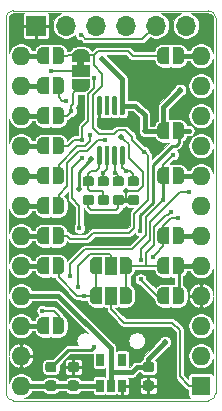
<source format=gbr>
%TF.GenerationSoftware,KiCad,Pcbnew,5.1.6+dfsg1-1~bpo10+1*%
%TF.CreationDate,2020-07-08T21:11:21+00:00*%
%TF.ProjectId,ProMicro_UART,50726f4d-6963-4726-9f5f-554152542e6b,v2*%
%TF.SameCoordinates,Original*%
%TF.FileFunction,Copper,L2,Bot*%
%TF.FilePolarity,Positive*%
%FSLAX45Y45*%
G04 Gerber Fmt 4.5, Leading zero omitted, Abs format (unit mm)*
G04 Created by KiCad (PCBNEW 5.1.6+dfsg1-1~bpo10+1) date 2020-07-08 21:11:21*
%MOMM*%
%LPD*%
G01*
G04 APERTURE LIST*
%TA.AperFunction,Profile*%
%ADD10C,0.100000*%
%TD*%
%TA.AperFunction,EtchedComponent*%
%ADD11C,0.150000*%
%TD*%
%TA.AperFunction,ComponentPad*%
%ADD12O,1.600000X1.600000*%
%TD*%
%TA.AperFunction,ComponentPad*%
%ADD13R,1.600000X1.600000*%
%TD*%
%TA.AperFunction,SMDPad,CuDef*%
%ADD14C,0.150000*%
%TD*%
%TA.AperFunction,SMDPad,CuDef*%
%ADD15R,1.000000X1.500000*%
%TD*%
%TA.AperFunction,SMDPad,CuDef*%
%ADD16R,1.500000X1.000000*%
%TD*%
%TA.AperFunction,SMDPad,CuDef*%
%ADD17R,0.650000X1.060000*%
%TD*%
%TA.AperFunction,ComponentPad*%
%ADD18O,1.700000X1.700000*%
%TD*%
%TA.AperFunction,ComponentPad*%
%ADD19R,1.700000X1.700000*%
%TD*%
%TA.AperFunction,ViaPad*%
%ADD20C,0.450000*%
%TD*%
%TA.AperFunction,ViaPad*%
%ADD21C,0.500000*%
%TD*%
%TA.AperFunction,Conductor*%
%ADD22C,0.200000*%
%TD*%
%TA.AperFunction,Conductor*%
%ADD23C,0.400000*%
%TD*%
%TA.AperFunction,Conductor*%
%ADD24C,0.250000*%
%TD*%
%TA.AperFunction,Conductor*%
%ADD25C,0.125000*%
%TD*%
G04 APERTURE END LIST*
D10*
X-1651000Y3111500D02*
X-1651000Y-63500D01*
X127000Y3111500D02*
X127000Y-63500D01*
X-1587500Y-127000D02*
G75*
G02*
X-1651000Y-63500I0J63500D01*
G01*
X127000Y-63500D02*
G75*
G02*
X63500Y-127000I-63500J0D01*
G01*
X63500Y3175000D02*
G75*
G02*
X127000Y3111500I0J-63500D01*
G01*
X-1651000Y3111500D02*
G75*
G02*
X-1587500Y3175000I63500J0D01*
G01*
X63500Y-127000D02*
X-1587500Y-127000D01*
X-1587500Y3175000D02*
X63500Y3175000D01*
D11*
G36*
X-1046000Y2757000D02*
G01*
X-1046000Y2707000D01*
X-986000Y2707000D01*
X-986000Y2757000D01*
X-1046000Y2757000D01*
G37*
D12*
X-1524000Y0D03*
X-1524000Y254000D03*
X-1524000Y508000D03*
X0Y2794000D03*
X-1524000Y762000D03*
X0Y2540000D03*
X-1524000Y1016000D03*
X0Y2286000D03*
X-1524000Y1270000D03*
X0Y2032000D03*
X-1524000Y1524000D03*
X0Y1778000D03*
X-1524000Y1778000D03*
X0Y1524000D03*
X-1524000Y2032000D03*
X0Y1270000D03*
X-1524000Y2286000D03*
X0Y1016000D03*
X-1524000Y2540000D03*
X0Y762000D03*
X-1524000Y2794000D03*
X0Y508000D03*
X0Y254000D03*
D13*
X0Y0D03*
%TA.AperFunction,SMDPad,CuDef*%
G36*
G01*
X-851125Y1616000D02*
X-799875Y1616000D01*
G75*
G02*
X-778000Y1594125I0J-21875D01*
G01*
X-778000Y1550375D01*
G75*
G02*
X-799875Y1528500I-21875J0D01*
G01*
X-851125Y1528500D01*
G75*
G02*
X-873000Y1550375I0J21875D01*
G01*
X-873000Y1594125D01*
G75*
G02*
X-851125Y1616000I21875J0D01*
G01*
G37*
%TD.AperFunction*%
%TA.AperFunction,SMDPad,CuDef*%
G36*
G01*
X-851125Y1773500D02*
X-799875Y1773500D01*
G75*
G02*
X-778000Y1751625I0J-21875D01*
G01*
X-778000Y1707875D01*
G75*
G02*
X-799875Y1686000I-21875J0D01*
G01*
X-851125Y1686000D01*
G75*
G02*
X-873000Y1707875I0J21875D01*
G01*
X-873000Y1751625D01*
G75*
G02*
X-851125Y1773500I21875J0D01*
G01*
G37*
%TD.AperFunction*%
%TA.AperFunction,SMDPad,CuDef*%
G36*
G01*
X-978125Y1616000D02*
X-926875Y1616000D01*
G75*
G02*
X-905000Y1594125I0J-21875D01*
G01*
X-905000Y1550375D01*
G75*
G02*
X-926875Y1528500I-21875J0D01*
G01*
X-978125Y1528500D01*
G75*
G02*
X-1000000Y1550375I0J21875D01*
G01*
X-1000000Y1594125D01*
G75*
G02*
X-978125Y1616000I21875J0D01*
G01*
G37*
%TD.AperFunction*%
%TA.AperFunction,SMDPad,CuDef*%
G36*
G01*
X-978125Y1773500D02*
X-926875Y1773500D01*
G75*
G02*
X-905000Y1751625I0J-21875D01*
G01*
X-905000Y1707875D01*
G75*
G02*
X-926875Y1686000I-21875J0D01*
G01*
X-978125Y1686000D01*
G75*
G02*
X-1000000Y1707875I0J21875D01*
G01*
X-1000000Y1751625D01*
G75*
G02*
X-978125Y1773500I21875J0D01*
G01*
G37*
%TD.AperFunction*%
%TA.AperFunction,SMDPad,CuDef*%
G36*
G01*
X-724125Y1616000D02*
X-672875Y1616000D01*
G75*
G02*
X-651000Y1594125I0J-21875D01*
G01*
X-651000Y1550375D01*
G75*
G02*
X-672875Y1528500I-21875J0D01*
G01*
X-724125Y1528500D01*
G75*
G02*
X-746000Y1550375I0J21875D01*
G01*
X-746000Y1594125D01*
G75*
G02*
X-724125Y1616000I21875J0D01*
G01*
G37*
%TD.AperFunction*%
%TA.AperFunction,SMDPad,CuDef*%
G36*
G01*
X-724125Y1773500D02*
X-672875Y1773500D01*
G75*
G02*
X-651000Y1751625I0J-21875D01*
G01*
X-651000Y1707875D01*
G75*
G02*
X-672875Y1686000I-21875J0D01*
G01*
X-724125Y1686000D01*
G75*
G02*
X-746000Y1707875I0J21875D01*
G01*
X-746000Y1751625D01*
G75*
G02*
X-724125Y1773500I21875J0D01*
G01*
G37*
%TD.AperFunction*%
%TA.AperFunction,SMDPad,CuDef*%
G36*
G01*
X-597125Y1616000D02*
X-545875Y1616000D01*
G75*
G02*
X-524000Y1594125I0J-21875D01*
G01*
X-524000Y1550375D01*
G75*
G02*
X-545875Y1528500I-21875J0D01*
G01*
X-597125Y1528500D01*
G75*
G02*
X-619000Y1550375I0J21875D01*
G01*
X-619000Y1594125D01*
G75*
G02*
X-597125Y1616000I21875J0D01*
G01*
G37*
%TD.AperFunction*%
%TA.AperFunction,SMDPad,CuDef*%
G36*
G01*
X-597125Y1773500D02*
X-545875Y1773500D01*
G75*
G02*
X-524000Y1751625I0J-21875D01*
G01*
X-524000Y1707875D01*
G75*
G02*
X-545875Y1686000I-21875J0D01*
G01*
X-597125Y1686000D01*
G75*
G02*
X-619000Y1707875I0J21875D01*
G01*
X-619000Y1751625D01*
G75*
G02*
X-597125Y1773500I21875J0D01*
G01*
G37*
%TD.AperFunction*%
%TA.AperFunction,SMDPad,CuDef*%
D14*
G36*
X-319000Y2084060D02*
G01*
X-321453Y2084060D01*
X-326337Y2084541D01*
X-331149Y2085498D01*
X-335845Y2086923D01*
X-340378Y2088800D01*
X-344705Y2091114D01*
X-348785Y2093840D01*
X-352578Y2096952D01*
X-356048Y2100422D01*
X-359160Y2104215D01*
X-361886Y2108295D01*
X-364199Y2112622D01*
X-366077Y2117156D01*
X-367502Y2121851D01*
X-368459Y2126664D01*
X-368940Y2131547D01*
X-368940Y2134000D01*
X-369000Y2134000D01*
X-369000Y2184000D01*
X-368940Y2184000D01*
X-368940Y2186453D01*
X-368459Y2191337D01*
X-367502Y2196149D01*
X-366077Y2200845D01*
X-364199Y2205378D01*
X-361886Y2209705D01*
X-359160Y2213785D01*
X-356048Y2217578D01*
X-352578Y2221048D01*
X-348785Y2224160D01*
X-344705Y2226886D01*
X-340378Y2229200D01*
X-335845Y2231077D01*
X-331149Y2232502D01*
X-326337Y2233459D01*
X-321453Y2233940D01*
X-319000Y2233940D01*
X-319000Y2234000D01*
X-269000Y2234000D01*
X-269000Y2084000D01*
X-319000Y2084000D01*
X-319000Y2084060D01*
G37*
%TD.AperFunction*%
%TA.AperFunction,SMDPad,CuDef*%
G36*
X-239000Y2234000D02*
G01*
X-189000Y2234000D01*
X-189000Y2233940D01*
X-186547Y2233940D01*
X-181663Y2233459D01*
X-176851Y2232502D01*
X-172156Y2231077D01*
X-167622Y2229200D01*
X-163295Y2226886D01*
X-159215Y2224160D01*
X-155422Y2221048D01*
X-151952Y2217578D01*
X-148840Y2213785D01*
X-146114Y2209705D01*
X-143801Y2205378D01*
X-141923Y2200845D01*
X-140498Y2196149D01*
X-139541Y2191337D01*
X-139060Y2186453D01*
X-139060Y2184000D01*
X-139000Y2184000D01*
X-139000Y2134000D01*
X-139060Y2134000D01*
X-139060Y2131547D01*
X-139541Y2126664D01*
X-140498Y2121851D01*
X-141923Y2117156D01*
X-143801Y2112622D01*
X-146114Y2108295D01*
X-148840Y2104215D01*
X-151952Y2100422D01*
X-155422Y2096952D01*
X-159215Y2093840D01*
X-163295Y2091114D01*
X-167622Y2088800D01*
X-172156Y2086923D01*
X-176851Y2085498D01*
X-181663Y2084541D01*
X-186547Y2084060D01*
X-189000Y2084060D01*
X-189000Y2084000D01*
X-239000Y2084000D01*
X-239000Y2234000D01*
G37*
%TD.AperFunction*%
%TA.AperFunction,SMDPad,CuDef*%
G36*
X-1335000Y433060D02*
G01*
X-1337453Y433060D01*
X-1342337Y433541D01*
X-1347149Y434498D01*
X-1351845Y435923D01*
X-1356378Y437800D01*
X-1360705Y440114D01*
X-1364785Y442840D01*
X-1368578Y445952D01*
X-1372048Y449422D01*
X-1375160Y453215D01*
X-1377886Y457295D01*
X-1380200Y461622D01*
X-1382077Y466155D01*
X-1383502Y470851D01*
X-1384459Y475663D01*
X-1384940Y480547D01*
X-1384940Y483000D01*
X-1385000Y483000D01*
X-1385000Y533000D01*
X-1384940Y533000D01*
X-1384940Y535453D01*
X-1384459Y540337D01*
X-1383502Y545149D01*
X-1382077Y549845D01*
X-1380200Y554378D01*
X-1377886Y558705D01*
X-1375160Y562785D01*
X-1372048Y566578D01*
X-1368578Y570048D01*
X-1364785Y573160D01*
X-1360705Y575886D01*
X-1356378Y578200D01*
X-1351845Y580077D01*
X-1347149Y581502D01*
X-1342337Y582459D01*
X-1337453Y582940D01*
X-1335000Y582940D01*
X-1335000Y583000D01*
X-1285000Y583000D01*
X-1285000Y433000D01*
X-1335000Y433000D01*
X-1335000Y433060D01*
G37*
%TD.AperFunction*%
%TA.AperFunction,SMDPad,CuDef*%
G36*
X-1255000Y583000D02*
G01*
X-1205000Y583000D01*
X-1205000Y582940D01*
X-1202547Y582940D01*
X-1197664Y582459D01*
X-1192851Y581502D01*
X-1188156Y580077D01*
X-1183622Y578200D01*
X-1179295Y575886D01*
X-1175215Y573160D01*
X-1171422Y570048D01*
X-1167952Y566578D01*
X-1164840Y562785D01*
X-1162114Y558705D01*
X-1159801Y554378D01*
X-1157923Y549845D01*
X-1156498Y545149D01*
X-1155541Y540337D01*
X-1155060Y535453D01*
X-1155060Y533000D01*
X-1155000Y533000D01*
X-1155000Y483000D01*
X-1155060Y483000D01*
X-1155060Y480547D01*
X-1155541Y475663D01*
X-1156498Y470851D01*
X-1157923Y466155D01*
X-1159801Y461622D01*
X-1162114Y457295D01*
X-1164840Y453215D01*
X-1167952Y449422D01*
X-1171422Y445952D01*
X-1175215Y442840D01*
X-1179295Y440114D01*
X-1183622Y437800D01*
X-1188156Y435923D01*
X-1192851Y434498D01*
X-1197664Y433541D01*
X-1202547Y433060D01*
X-1205000Y433060D01*
X-1205000Y433000D01*
X-1255000Y433000D01*
X-1255000Y583000D01*
G37*
%TD.AperFunction*%
%TA.AperFunction,SMDPad,CuDef*%
G36*
G01*
X-654500Y2289000D02*
X-674500Y2289000D01*
G75*
G02*
X-684500Y2299000I0J10000D01*
G01*
X-684500Y2441500D01*
G75*
G02*
X-674500Y2451500I10000J0D01*
G01*
X-654500Y2451500D01*
G75*
G02*
X-644500Y2441500I0J-10000D01*
G01*
X-644500Y2299000D01*
G75*
G02*
X-654500Y2289000I-10000J0D01*
G01*
G37*
%TD.AperFunction*%
%TA.AperFunction,SMDPad,CuDef*%
G36*
G01*
X-719500Y2289000D02*
X-739500Y2289000D01*
G75*
G02*
X-749500Y2299000I0J10000D01*
G01*
X-749500Y2441500D01*
G75*
G02*
X-739500Y2451500I10000J0D01*
G01*
X-719500Y2451500D01*
G75*
G02*
X-709500Y2441500I0J-10000D01*
G01*
X-709500Y2299000D01*
G75*
G02*
X-719500Y2289000I-10000J0D01*
G01*
G37*
%TD.AperFunction*%
%TA.AperFunction,SMDPad,CuDef*%
G36*
G01*
X-784500Y2289000D02*
X-804500Y2289000D01*
G75*
G02*
X-814500Y2299000I0J10000D01*
G01*
X-814500Y2441500D01*
G75*
G02*
X-804500Y2451500I10000J0D01*
G01*
X-784500Y2451500D01*
G75*
G02*
X-774500Y2441500I0J-10000D01*
G01*
X-774500Y2299000D01*
G75*
G02*
X-784500Y2289000I-10000J0D01*
G01*
G37*
%TD.AperFunction*%
%TA.AperFunction,SMDPad,CuDef*%
G36*
G01*
X-849500Y2289000D02*
X-869500Y2289000D01*
G75*
G02*
X-879500Y2299000I0J10000D01*
G01*
X-879500Y2441500D01*
G75*
G02*
X-869500Y2451500I10000J0D01*
G01*
X-849500Y2451500D01*
G75*
G02*
X-839500Y2441500I0J-10000D01*
G01*
X-839500Y2299000D01*
G75*
G02*
X-849500Y2289000I-10000J0D01*
G01*
G37*
%TD.AperFunction*%
%TA.AperFunction,SMDPad,CuDef*%
G36*
G01*
X-849500Y1866500D02*
X-869500Y1866500D01*
G75*
G02*
X-879500Y1876500I0J10000D01*
G01*
X-879500Y2019000D01*
G75*
G02*
X-869500Y2029000I10000J0D01*
G01*
X-849500Y2029000D01*
G75*
G02*
X-839500Y2019000I0J-10000D01*
G01*
X-839500Y1876500D01*
G75*
G02*
X-849500Y1866500I-10000J0D01*
G01*
G37*
%TD.AperFunction*%
%TA.AperFunction,SMDPad,CuDef*%
G36*
G01*
X-784500Y1866500D02*
X-804500Y1866500D01*
G75*
G02*
X-814500Y1876500I0J10000D01*
G01*
X-814500Y2019000D01*
G75*
G02*
X-804500Y2029000I10000J0D01*
G01*
X-784500Y2029000D01*
G75*
G02*
X-774500Y2019000I0J-10000D01*
G01*
X-774500Y1876500D01*
G75*
G02*
X-784500Y1866500I-10000J0D01*
G01*
G37*
%TD.AperFunction*%
%TA.AperFunction,SMDPad,CuDef*%
G36*
G01*
X-719500Y1866500D02*
X-739500Y1866500D01*
G75*
G02*
X-749500Y1876500I0J10000D01*
G01*
X-749500Y2019000D01*
G75*
G02*
X-739500Y2029000I10000J0D01*
G01*
X-719500Y2029000D01*
G75*
G02*
X-709500Y2019000I0J-10000D01*
G01*
X-709500Y1876500D01*
G75*
G02*
X-719500Y1866500I-10000J0D01*
G01*
G37*
%TD.AperFunction*%
%TA.AperFunction,SMDPad,CuDef*%
G36*
G01*
X-654500Y1866500D02*
X-674500Y1866500D01*
G75*
G02*
X-684500Y1876500I0J10000D01*
G01*
X-684500Y2019000D01*
G75*
G02*
X-674500Y2029000I10000J0D01*
G01*
X-654500Y2029000D01*
G75*
G02*
X-644500Y2019000I0J-10000D01*
G01*
X-644500Y1876500D01*
G75*
G02*
X-654500Y1866500I-10000J0D01*
G01*
G37*
%TD.AperFunction*%
D15*
X-762000Y1016000D03*
%TA.AperFunction,SMDPad,CuDef*%
D14*
G36*
X-632000Y1090940D02*
G01*
X-629547Y1090940D01*
X-624664Y1090459D01*
X-619851Y1089502D01*
X-615156Y1088077D01*
X-610622Y1086200D01*
X-606295Y1083886D01*
X-602215Y1081160D01*
X-598422Y1078048D01*
X-594952Y1074578D01*
X-591840Y1070785D01*
X-589114Y1066705D01*
X-586801Y1062378D01*
X-584923Y1057845D01*
X-583498Y1053149D01*
X-582541Y1048336D01*
X-582060Y1043453D01*
X-582060Y1041000D01*
X-582000Y1041000D01*
X-582000Y991000D01*
X-582060Y991000D01*
X-582060Y988547D01*
X-582541Y983663D01*
X-583498Y978851D01*
X-584923Y974155D01*
X-586801Y969622D01*
X-589114Y965295D01*
X-591840Y961215D01*
X-594952Y957422D01*
X-598422Y953952D01*
X-602215Y950840D01*
X-606295Y948114D01*
X-610622Y945800D01*
X-615156Y943923D01*
X-619851Y942498D01*
X-624664Y941541D01*
X-629547Y941060D01*
X-632000Y941060D01*
X-632000Y941000D01*
X-687000Y941000D01*
X-687000Y1091000D01*
X-632000Y1091000D01*
X-632000Y1090940D01*
G37*
%TD.AperFunction*%
%TA.AperFunction,SMDPad,CuDef*%
G36*
X-837000Y941000D02*
G01*
X-892000Y941000D01*
X-892000Y941060D01*
X-894453Y941060D01*
X-899336Y941541D01*
X-904149Y942498D01*
X-908844Y943923D01*
X-913378Y945800D01*
X-917705Y948114D01*
X-921785Y950840D01*
X-925578Y953952D01*
X-929048Y957422D01*
X-932160Y961215D01*
X-934886Y965295D01*
X-937199Y969622D01*
X-939077Y974155D01*
X-940502Y978851D01*
X-941459Y983663D01*
X-941940Y988547D01*
X-941940Y991000D01*
X-942000Y991000D01*
X-942000Y1041000D01*
X-941940Y1041000D01*
X-941940Y1043453D01*
X-941459Y1048336D01*
X-940502Y1053149D01*
X-939077Y1057845D01*
X-937199Y1062378D01*
X-934886Y1066705D01*
X-932160Y1070785D01*
X-929048Y1074578D01*
X-925578Y1078048D01*
X-921785Y1081160D01*
X-917705Y1083886D01*
X-913378Y1086200D01*
X-908844Y1088077D01*
X-904149Y1089502D01*
X-899336Y1090459D01*
X-894453Y1090940D01*
X-892000Y1090940D01*
X-892000Y1091000D01*
X-837000Y1091000D01*
X-837000Y941000D01*
G37*
%TD.AperFunction*%
D15*
X-762000Y762000D03*
%TA.AperFunction,SMDPad,CuDef*%
D14*
G36*
X-892000Y687060D02*
G01*
X-894453Y687060D01*
X-899336Y687541D01*
X-904149Y688498D01*
X-908844Y689923D01*
X-913378Y691801D01*
X-917705Y694114D01*
X-921785Y696840D01*
X-925578Y699952D01*
X-929048Y703422D01*
X-932160Y707215D01*
X-934886Y711295D01*
X-937199Y715622D01*
X-939077Y720155D01*
X-940502Y724851D01*
X-941459Y729663D01*
X-941940Y734547D01*
X-941940Y737000D01*
X-942000Y737000D01*
X-942000Y787000D01*
X-941940Y787000D01*
X-941940Y789453D01*
X-941459Y794336D01*
X-940502Y799149D01*
X-939077Y803844D01*
X-937199Y808378D01*
X-934886Y812705D01*
X-932160Y816785D01*
X-929048Y820578D01*
X-925578Y824048D01*
X-921785Y827160D01*
X-917705Y829886D01*
X-913378Y832199D01*
X-908844Y834077D01*
X-904149Y835502D01*
X-899336Y836459D01*
X-894453Y836940D01*
X-892000Y836940D01*
X-892000Y837000D01*
X-837000Y837000D01*
X-837000Y687000D01*
X-892000Y687000D01*
X-892000Y687060D01*
G37*
%TD.AperFunction*%
%TA.AperFunction,SMDPad,CuDef*%
G36*
X-687000Y837000D02*
G01*
X-632000Y837000D01*
X-632000Y836940D01*
X-629547Y836940D01*
X-624664Y836459D01*
X-619851Y835502D01*
X-615156Y834077D01*
X-610622Y832199D01*
X-606295Y829886D01*
X-602215Y827160D01*
X-598422Y824048D01*
X-594952Y820578D01*
X-591840Y816785D01*
X-589114Y812705D01*
X-586801Y808378D01*
X-584923Y803844D01*
X-583498Y799149D01*
X-582541Y794336D01*
X-582060Y789453D01*
X-582060Y787000D01*
X-582000Y787000D01*
X-582000Y737000D01*
X-582060Y737000D01*
X-582060Y734547D01*
X-582541Y729663D01*
X-583498Y724851D01*
X-584923Y720155D01*
X-586801Y715622D01*
X-589114Y711295D01*
X-591840Y707215D01*
X-594952Y703422D01*
X-598422Y699952D01*
X-602215Y696840D01*
X-606295Y694114D01*
X-610622Y691801D01*
X-615156Y689923D01*
X-619851Y688498D01*
X-624664Y687541D01*
X-629547Y687060D01*
X-632000Y687060D01*
X-632000Y687000D01*
X-687000Y687000D01*
X-687000Y837000D01*
G37*
%TD.AperFunction*%
%TA.AperFunction,SMDPad,CuDef*%
G36*
G01*
X-470125Y43750D02*
X-418875Y43750D01*
G75*
G02*
X-397000Y21875I0J-21875D01*
G01*
X-397000Y-21875D01*
G75*
G02*
X-418875Y-43750I-21875J0D01*
G01*
X-470125Y-43750D01*
G75*
G02*
X-492000Y-21875I0J21875D01*
G01*
X-492000Y21875D01*
G75*
G02*
X-470125Y43750I21875J0D01*
G01*
G37*
%TD.AperFunction*%
%TA.AperFunction,SMDPad,CuDef*%
G36*
G01*
X-470125Y201250D02*
X-418875Y201250D01*
G75*
G02*
X-397000Y179375I0J-21875D01*
G01*
X-397000Y135625D01*
G75*
G02*
X-418875Y113750I-21875J0D01*
G01*
X-470125Y113750D01*
G75*
G02*
X-492000Y135625I0J21875D01*
G01*
X-492000Y179375D01*
G75*
G02*
X-470125Y201250I21875J0D01*
G01*
G37*
%TD.AperFunction*%
%TA.AperFunction,SMDPad,CuDef*%
G36*
G01*
X-1053875Y113750D02*
X-1105125Y113750D01*
G75*
G02*
X-1127000Y135625I0J21875D01*
G01*
X-1127000Y179375D01*
G75*
G02*
X-1105125Y201250I21875J0D01*
G01*
X-1053875Y201250D01*
G75*
G02*
X-1032000Y179375I0J-21875D01*
G01*
X-1032000Y135625D01*
G75*
G02*
X-1053875Y113750I-21875J0D01*
G01*
G37*
%TD.AperFunction*%
%TA.AperFunction,SMDPad,CuDef*%
G36*
G01*
X-1053875Y-43750D02*
X-1105125Y-43750D01*
G75*
G02*
X-1127000Y-21875I0J21875D01*
G01*
X-1127000Y21875D01*
G75*
G02*
X-1105125Y43750I21875J0D01*
G01*
X-1053875Y43750D01*
G75*
G02*
X-1032000Y21875I0J-21875D01*
G01*
X-1032000Y-21875D01*
G75*
G02*
X-1053875Y-43750I-21875J0D01*
G01*
G37*
%TD.AperFunction*%
%TA.AperFunction,SMDPad,CuDef*%
G36*
X-1091000Y2742000D02*
G01*
X-1091000Y2797000D01*
X-1090940Y2797000D01*
X-1090940Y2799453D01*
X-1090459Y2804336D01*
X-1089502Y2809149D01*
X-1088077Y2813844D01*
X-1086200Y2818378D01*
X-1083886Y2822705D01*
X-1081160Y2826785D01*
X-1078048Y2830578D01*
X-1074578Y2834048D01*
X-1070785Y2837160D01*
X-1066705Y2839886D01*
X-1062378Y2842199D01*
X-1057845Y2844077D01*
X-1053149Y2845502D01*
X-1048336Y2846459D01*
X-1043453Y2846940D01*
X-1041000Y2846940D01*
X-1041000Y2847000D01*
X-991000Y2847000D01*
X-991000Y2846940D01*
X-988547Y2846940D01*
X-983663Y2846459D01*
X-978851Y2845502D01*
X-974155Y2844077D01*
X-969622Y2842199D01*
X-965295Y2839886D01*
X-961215Y2837160D01*
X-957422Y2834048D01*
X-953952Y2830578D01*
X-950840Y2826785D01*
X-948114Y2822705D01*
X-945800Y2818378D01*
X-943923Y2813844D01*
X-942498Y2809149D01*
X-941541Y2804336D01*
X-941060Y2799453D01*
X-941060Y2797000D01*
X-941000Y2797000D01*
X-941000Y2742000D01*
X-1091000Y2742000D01*
G37*
%TD.AperFunction*%
D16*
X-1016000Y2667000D03*
%TA.AperFunction,SMDPad,CuDef*%
D14*
G36*
X-941060Y2537000D02*
G01*
X-941060Y2534547D01*
X-941541Y2529664D01*
X-942498Y2524851D01*
X-943923Y2520156D01*
X-945800Y2515622D01*
X-948114Y2511295D01*
X-950840Y2507215D01*
X-953952Y2503422D01*
X-957422Y2499952D01*
X-961215Y2496840D01*
X-965295Y2494114D01*
X-969622Y2491801D01*
X-974155Y2489923D01*
X-978851Y2488498D01*
X-983663Y2487541D01*
X-988547Y2487060D01*
X-991000Y2487060D01*
X-991000Y2487000D01*
X-1041000Y2487000D01*
X-1041000Y2487060D01*
X-1043453Y2487060D01*
X-1048336Y2487541D01*
X-1053149Y2488498D01*
X-1057845Y2489923D01*
X-1062378Y2491801D01*
X-1066705Y2494114D01*
X-1070785Y2496840D01*
X-1074578Y2499952D01*
X-1078048Y2503422D01*
X-1081160Y2507215D01*
X-1083886Y2511295D01*
X-1086200Y2515622D01*
X-1088077Y2520156D01*
X-1089502Y2524851D01*
X-1090459Y2529664D01*
X-1090940Y2534547D01*
X-1090940Y2537000D01*
X-1091000Y2537000D01*
X-1091000Y2592000D01*
X-941000Y2592000D01*
X-941000Y2537000D01*
X-941060Y2537000D01*
G37*
%TD.AperFunction*%
D17*
X-667000Y220000D03*
X-857000Y220000D03*
X-857000Y0D03*
X-762000Y0D03*
X-667000Y0D03*
%TA.AperFunction,SMDPad,CuDef*%
G36*
G01*
X-1244375Y113750D02*
X-1295625Y113750D01*
G75*
G02*
X-1317500Y135625I0J21875D01*
G01*
X-1317500Y179375D01*
G75*
G02*
X-1295625Y201250I21875J0D01*
G01*
X-1244375Y201250D01*
G75*
G02*
X-1222500Y179375I0J-21875D01*
G01*
X-1222500Y135625D01*
G75*
G02*
X-1244375Y113750I-21875J0D01*
G01*
G37*
%TD.AperFunction*%
%TA.AperFunction,SMDPad,CuDef*%
G36*
G01*
X-1244375Y-43750D02*
X-1295625Y-43750D01*
G75*
G02*
X-1317500Y-21875I0J21875D01*
G01*
X-1317500Y21875D01*
G75*
G02*
X-1295625Y43750I21875J0D01*
G01*
X-1244375Y43750D01*
G75*
G02*
X-1222500Y21875I0J-21875D01*
G01*
X-1222500Y-21875D01*
G75*
G02*
X-1244375Y-43750I-21875J0D01*
G01*
G37*
%TD.AperFunction*%
%TA.AperFunction,SMDPad,CuDef*%
D14*
G36*
X-189000Y1344940D02*
G01*
X-186547Y1344940D01*
X-181663Y1344459D01*
X-176851Y1343502D01*
X-172156Y1342077D01*
X-167622Y1340200D01*
X-163295Y1337886D01*
X-159215Y1335160D01*
X-155422Y1332048D01*
X-151952Y1328578D01*
X-148840Y1324785D01*
X-146114Y1320705D01*
X-143801Y1316378D01*
X-141923Y1311845D01*
X-140498Y1307149D01*
X-139541Y1302337D01*
X-139060Y1297453D01*
X-139060Y1295000D01*
X-139000Y1295000D01*
X-139000Y1245000D01*
X-139060Y1245000D01*
X-139060Y1242547D01*
X-139541Y1237664D01*
X-140498Y1232851D01*
X-141923Y1228156D01*
X-143801Y1223622D01*
X-146114Y1219295D01*
X-148840Y1215215D01*
X-151952Y1211422D01*
X-155422Y1207952D01*
X-159215Y1204840D01*
X-163295Y1202114D01*
X-167622Y1199801D01*
X-172156Y1197923D01*
X-176851Y1196498D01*
X-181663Y1195541D01*
X-186547Y1195060D01*
X-189000Y1195060D01*
X-189000Y1195000D01*
X-239000Y1195000D01*
X-239000Y1345000D01*
X-189000Y1345000D01*
X-189000Y1344940D01*
G37*
%TD.AperFunction*%
%TA.AperFunction,SMDPad,CuDef*%
G36*
X-269000Y1195000D02*
G01*
X-319000Y1195000D01*
X-319000Y1195060D01*
X-321453Y1195060D01*
X-326337Y1195541D01*
X-331149Y1196498D01*
X-335845Y1197923D01*
X-340378Y1199801D01*
X-344705Y1202114D01*
X-348785Y1204840D01*
X-352578Y1207952D01*
X-356048Y1211422D01*
X-359160Y1215215D01*
X-361886Y1219295D01*
X-364199Y1223622D01*
X-366077Y1228156D01*
X-367502Y1232851D01*
X-368459Y1237664D01*
X-368940Y1242547D01*
X-368940Y1245000D01*
X-369000Y1245000D01*
X-369000Y1295000D01*
X-368940Y1295000D01*
X-368940Y1297453D01*
X-368459Y1302337D01*
X-367502Y1307149D01*
X-366077Y1311845D01*
X-364199Y1316378D01*
X-361886Y1320705D01*
X-359160Y1324785D01*
X-356048Y1328578D01*
X-352578Y1332048D01*
X-348785Y1335160D01*
X-344705Y1337886D01*
X-340378Y1340200D01*
X-335845Y1342077D01*
X-331149Y1343502D01*
X-326337Y1344459D01*
X-321453Y1344940D01*
X-319000Y1344940D01*
X-319000Y1345000D01*
X-269000Y1345000D01*
X-269000Y1195000D01*
G37*
%TD.AperFunction*%
%TA.AperFunction,SMDPad,CuDef*%
G36*
X-189000Y836940D02*
G01*
X-186547Y836940D01*
X-181663Y836459D01*
X-176851Y835502D01*
X-172156Y834077D01*
X-167622Y832199D01*
X-163295Y829886D01*
X-159215Y827160D01*
X-155422Y824048D01*
X-151952Y820578D01*
X-148840Y816785D01*
X-146114Y812705D01*
X-143801Y808378D01*
X-141923Y803844D01*
X-140498Y799149D01*
X-139541Y794336D01*
X-139060Y789453D01*
X-139060Y787000D01*
X-139000Y787000D01*
X-139000Y737000D01*
X-139060Y737000D01*
X-139060Y734547D01*
X-139541Y729663D01*
X-140498Y724851D01*
X-141923Y720155D01*
X-143801Y715622D01*
X-146114Y711295D01*
X-148840Y707215D01*
X-151952Y703422D01*
X-155422Y699952D01*
X-159215Y696840D01*
X-163295Y694114D01*
X-167622Y691801D01*
X-172156Y689923D01*
X-176851Y688498D01*
X-181663Y687541D01*
X-186547Y687060D01*
X-189000Y687060D01*
X-189000Y687000D01*
X-239000Y687000D01*
X-239000Y837000D01*
X-189000Y837000D01*
X-189000Y836940D01*
G37*
%TD.AperFunction*%
%TA.AperFunction,SMDPad,CuDef*%
G36*
X-269000Y687000D02*
G01*
X-319000Y687000D01*
X-319000Y687060D01*
X-321453Y687060D01*
X-326337Y687541D01*
X-331149Y688498D01*
X-335845Y689923D01*
X-340378Y691801D01*
X-344705Y694114D01*
X-348785Y696840D01*
X-352578Y699952D01*
X-356048Y703422D01*
X-359160Y707215D01*
X-361886Y711295D01*
X-364199Y715622D01*
X-366077Y720155D01*
X-367502Y724851D01*
X-368459Y729663D01*
X-368940Y734547D01*
X-368940Y737000D01*
X-369000Y737000D01*
X-369000Y787000D01*
X-368940Y787000D01*
X-368940Y789453D01*
X-368459Y794336D01*
X-367502Y799149D01*
X-366077Y803844D01*
X-364199Y808378D01*
X-361886Y812705D01*
X-359160Y816785D01*
X-356048Y820578D01*
X-352578Y824048D01*
X-348785Y827160D01*
X-344705Y829886D01*
X-340378Y832199D01*
X-335845Y834077D01*
X-331149Y835502D01*
X-326337Y836459D01*
X-321453Y836940D01*
X-319000Y836940D01*
X-319000Y837000D01*
X-269000Y837000D01*
X-269000Y687000D01*
G37*
%TD.AperFunction*%
%TA.AperFunction,SMDPad,CuDef*%
G36*
X-189000Y1090940D02*
G01*
X-186547Y1090940D01*
X-181663Y1090459D01*
X-176851Y1089502D01*
X-172156Y1088077D01*
X-167622Y1086200D01*
X-163295Y1083886D01*
X-159215Y1081160D01*
X-155422Y1078048D01*
X-151952Y1074578D01*
X-148840Y1070785D01*
X-146114Y1066705D01*
X-143801Y1062378D01*
X-141923Y1057845D01*
X-140498Y1053149D01*
X-139541Y1048336D01*
X-139060Y1043453D01*
X-139060Y1041000D01*
X-139000Y1041000D01*
X-139000Y991000D01*
X-139060Y991000D01*
X-139060Y988547D01*
X-139541Y983663D01*
X-140498Y978851D01*
X-141923Y974155D01*
X-143801Y969622D01*
X-146114Y965295D01*
X-148840Y961215D01*
X-151952Y957422D01*
X-155422Y953952D01*
X-159215Y950840D01*
X-163295Y948114D01*
X-167622Y945800D01*
X-172156Y943923D01*
X-176851Y942498D01*
X-181663Y941541D01*
X-186547Y941060D01*
X-189000Y941060D01*
X-189000Y941000D01*
X-239000Y941000D01*
X-239000Y1091000D01*
X-189000Y1091000D01*
X-189000Y1090940D01*
G37*
%TD.AperFunction*%
%TA.AperFunction,SMDPad,CuDef*%
G36*
X-269000Y941000D02*
G01*
X-319000Y941000D01*
X-319000Y941060D01*
X-321453Y941060D01*
X-326337Y941541D01*
X-331149Y942498D01*
X-335845Y943923D01*
X-340378Y945800D01*
X-344705Y948114D01*
X-348785Y950840D01*
X-352578Y953952D01*
X-356048Y957422D01*
X-359160Y961215D01*
X-361886Y965295D01*
X-364199Y969622D01*
X-366077Y974155D01*
X-367502Y978851D01*
X-368459Y983663D01*
X-368940Y988547D01*
X-368940Y991000D01*
X-369000Y991000D01*
X-369000Y1041000D01*
X-368940Y1041000D01*
X-368940Y1043453D01*
X-368459Y1048336D01*
X-367502Y1053149D01*
X-366077Y1057845D01*
X-364199Y1062378D01*
X-361886Y1066705D01*
X-359160Y1070785D01*
X-356048Y1074578D01*
X-352578Y1078048D01*
X-348785Y1081160D01*
X-344705Y1083886D01*
X-340378Y1086200D01*
X-335845Y1088077D01*
X-331149Y1089502D01*
X-326337Y1090459D01*
X-321453Y1090940D01*
X-319000Y1090940D01*
X-319000Y1091000D01*
X-269000Y1091000D01*
X-269000Y941000D01*
G37*
%TD.AperFunction*%
%TA.AperFunction,SMDPad,CuDef*%
G36*
X-189000Y1852940D02*
G01*
X-186547Y1852940D01*
X-181663Y1852459D01*
X-176851Y1851502D01*
X-172156Y1850077D01*
X-167622Y1848199D01*
X-163295Y1845886D01*
X-159215Y1843160D01*
X-155422Y1840048D01*
X-151952Y1836578D01*
X-148840Y1832785D01*
X-146114Y1828705D01*
X-143801Y1824378D01*
X-141923Y1819844D01*
X-140498Y1815149D01*
X-139541Y1810336D01*
X-139060Y1805453D01*
X-139060Y1803000D01*
X-139000Y1803000D01*
X-139000Y1753000D01*
X-139060Y1753000D01*
X-139060Y1750547D01*
X-139541Y1745663D01*
X-140498Y1740851D01*
X-141923Y1736155D01*
X-143801Y1731622D01*
X-146114Y1727295D01*
X-148840Y1723215D01*
X-151952Y1719422D01*
X-155422Y1715952D01*
X-159215Y1712840D01*
X-163295Y1710114D01*
X-167622Y1707800D01*
X-172156Y1705923D01*
X-176851Y1704498D01*
X-181663Y1703541D01*
X-186547Y1703060D01*
X-189000Y1703060D01*
X-189000Y1703000D01*
X-239000Y1703000D01*
X-239000Y1853000D01*
X-189000Y1853000D01*
X-189000Y1852940D01*
G37*
%TD.AperFunction*%
%TA.AperFunction,SMDPad,CuDef*%
G36*
X-269000Y1703000D02*
G01*
X-319000Y1703000D01*
X-319000Y1703060D01*
X-321453Y1703060D01*
X-326337Y1703541D01*
X-331149Y1704498D01*
X-335845Y1705923D01*
X-340378Y1707800D01*
X-344705Y1710114D01*
X-348785Y1712840D01*
X-352578Y1715952D01*
X-356048Y1719422D01*
X-359160Y1723215D01*
X-361886Y1727295D01*
X-364199Y1731622D01*
X-366077Y1736155D01*
X-367502Y1740851D01*
X-368459Y1745663D01*
X-368940Y1750547D01*
X-368940Y1753000D01*
X-369000Y1753000D01*
X-369000Y1803000D01*
X-368940Y1803000D01*
X-368940Y1805453D01*
X-368459Y1810336D01*
X-367502Y1815149D01*
X-366077Y1819844D01*
X-364199Y1824378D01*
X-361886Y1828705D01*
X-359160Y1832785D01*
X-356048Y1836578D01*
X-352578Y1840048D01*
X-348785Y1843160D01*
X-344705Y1845886D01*
X-340378Y1848199D01*
X-335845Y1850077D01*
X-331149Y1851502D01*
X-326337Y1852459D01*
X-321453Y1852940D01*
X-319000Y1852940D01*
X-319000Y1853000D01*
X-269000Y1853000D01*
X-269000Y1703000D01*
G37*
%TD.AperFunction*%
%TA.AperFunction,SMDPad,CuDef*%
G36*
X-1335000Y1195060D02*
G01*
X-1337453Y1195060D01*
X-1342337Y1195541D01*
X-1347149Y1196498D01*
X-1351845Y1197923D01*
X-1356378Y1199801D01*
X-1360705Y1202114D01*
X-1364785Y1204840D01*
X-1368578Y1207952D01*
X-1372048Y1211422D01*
X-1375160Y1215215D01*
X-1377886Y1219295D01*
X-1380200Y1223622D01*
X-1382077Y1228156D01*
X-1383502Y1232851D01*
X-1384459Y1237664D01*
X-1384940Y1242547D01*
X-1384940Y1245000D01*
X-1385000Y1245000D01*
X-1385000Y1295000D01*
X-1384940Y1295000D01*
X-1384940Y1297453D01*
X-1384459Y1302337D01*
X-1383502Y1307149D01*
X-1382077Y1311845D01*
X-1380200Y1316378D01*
X-1377886Y1320705D01*
X-1375160Y1324785D01*
X-1372048Y1328578D01*
X-1368578Y1332048D01*
X-1364785Y1335160D01*
X-1360705Y1337886D01*
X-1356378Y1340200D01*
X-1351845Y1342077D01*
X-1347149Y1343502D01*
X-1342337Y1344459D01*
X-1337453Y1344940D01*
X-1335000Y1344940D01*
X-1335000Y1345000D01*
X-1285000Y1345000D01*
X-1285000Y1195000D01*
X-1335000Y1195000D01*
X-1335000Y1195060D01*
G37*
%TD.AperFunction*%
%TA.AperFunction,SMDPad,CuDef*%
G36*
X-1255000Y1345000D02*
G01*
X-1205000Y1345000D01*
X-1205000Y1344940D01*
X-1202547Y1344940D01*
X-1197664Y1344459D01*
X-1192851Y1343502D01*
X-1188156Y1342077D01*
X-1183622Y1340200D01*
X-1179295Y1337886D01*
X-1175215Y1335160D01*
X-1171422Y1332048D01*
X-1167952Y1328578D01*
X-1164840Y1324785D01*
X-1162114Y1320705D01*
X-1159801Y1316378D01*
X-1157923Y1311845D01*
X-1156498Y1307149D01*
X-1155541Y1302337D01*
X-1155060Y1297453D01*
X-1155060Y1295000D01*
X-1155000Y1295000D01*
X-1155000Y1245000D01*
X-1155060Y1245000D01*
X-1155060Y1242547D01*
X-1155541Y1237664D01*
X-1156498Y1232851D01*
X-1157923Y1228156D01*
X-1159801Y1223622D01*
X-1162114Y1219295D01*
X-1164840Y1215215D01*
X-1167952Y1211422D01*
X-1171422Y1207952D01*
X-1175215Y1204840D01*
X-1179295Y1202114D01*
X-1183622Y1199801D01*
X-1188156Y1197923D01*
X-1192851Y1196498D01*
X-1197664Y1195541D01*
X-1202547Y1195060D01*
X-1205000Y1195060D01*
X-1205000Y1195000D01*
X-1255000Y1195000D01*
X-1255000Y1345000D01*
G37*
%TD.AperFunction*%
%TA.AperFunction,SMDPad,CuDef*%
G36*
X-1335000Y1449060D02*
G01*
X-1337453Y1449060D01*
X-1342337Y1449541D01*
X-1347149Y1450498D01*
X-1351845Y1451923D01*
X-1356378Y1453800D01*
X-1360705Y1456114D01*
X-1364785Y1458840D01*
X-1368578Y1461952D01*
X-1372048Y1465422D01*
X-1375160Y1469215D01*
X-1377886Y1473295D01*
X-1380200Y1477622D01*
X-1382077Y1482155D01*
X-1383502Y1486851D01*
X-1384459Y1491663D01*
X-1384940Y1496547D01*
X-1384940Y1499000D01*
X-1385000Y1499000D01*
X-1385000Y1549000D01*
X-1384940Y1549000D01*
X-1384940Y1551453D01*
X-1384459Y1556336D01*
X-1383502Y1561149D01*
X-1382077Y1565844D01*
X-1380200Y1570378D01*
X-1377886Y1574705D01*
X-1375160Y1578785D01*
X-1372048Y1582578D01*
X-1368578Y1586048D01*
X-1364785Y1589160D01*
X-1360705Y1591886D01*
X-1356378Y1594199D01*
X-1351845Y1596077D01*
X-1347149Y1597502D01*
X-1342337Y1598459D01*
X-1337453Y1598940D01*
X-1335000Y1598940D01*
X-1335000Y1599000D01*
X-1285000Y1599000D01*
X-1285000Y1449000D01*
X-1335000Y1449000D01*
X-1335000Y1449060D01*
G37*
%TD.AperFunction*%
%TA.AperFunction,SMDPad,CuDef*%
G36*
X-1255000Y1599000D02*
G01*
X-1205000Y1599000D01*
X-1205000Y1598940D01*
X-1202547Y1598940D01*
X-1197664Y1598459D01*
X-1192851Y1597502D01*
X-1188156Y1596077D01*
X-1183622Y1594199D01*
X-1179295Y1591886D01*
X-1175215Y1589160D01*
X-1171422Y1586048D01*
X-1167952Y1582578D01*
X-1164840Y1578785D01*
X-1162114Y1574705D01*
X-1159801Y1570378D01*
X-1157923Y1565844D01*
X-1156498Y1561149D01*
X-1155541Y1556336D01*
X-1155060Y1551453D01*
X-1155060Y1549000D01*
X-1155000Y1549000D01*
X-1155000Y1499000D01*
X-1155060Y1499000D01*
X-1155060Y1496547D01*
X-1155541Y1491663D01*
X-1156498Y1486851D01*
X-1157923Y1482155D01*
X-1159801Y1477622D01*
X-1162114Y1473295D01*
X-1164840Y1469215D01*
X-1167952Y1465422D01*
X-1171422Y1461952D01*
X-1175215Y1458840D01*
X-1179295Y1456114D01*
X-1183622Y1453800D01*
X-1188156Y1451923D01*
X-1192851Y1450498D01*
X-1197664Y1449541D01*
X-1202547Y1449060D01*
X-1205000Y1449060D01*
X-1205000Y1449000D01*
X-1255000Y1449000D01*
X-1255000Y1599000D01*
G37*
%TD.AperFunction*%
%TA.AperFunction,SMDPad,CuDef*%
G36*
X-1335000Y1703060D02*
G01*
X-1337453Y1703060D01*
X-1342337Y1703541D01*
X-1347149Y1704498D01*
X-1351845Y1705923D01*
X-1356378Y1707800D01*
X-1360705Y1710114D01*
X-1364785Y1712840D01*
X-1368578Y1715952D01*
X-1372048Y1719422D01*
X-1375160Y1723215D01*
X-1377886Y1727295D01*
X-1380200Y1731622D01*
X-1382077Y1736155D01*
X-1383502Y1740851D01*
X-1384459Y1745663D01*
X-1384940Y1750547D01*
X-1384940Y1753000D01*
X-1385000Y1753000D01*
X-1385000Y1803000D01*
X-1384940Y1803000D01*
X-1384940Y1805453D01*
X-1384459Y1810336D01*
X-1383502Y1815149D01*
X-1382077Y1819844D01*
X-1380200Y1824378D01*
X-1377886Y1828705D01*
X-1375160Y1832785D01*
X-1372048Y1836578D01*
X-1368578Y1840048D01*
X-1364785Y1843160D01*
X-1360705Y1845886D01*
X-1356378Y1848199D01*
X-1351845Y1850077D01*
X-1347149Y1851502D01*
X-1342337Y1852459D01*
X-1337453Y1852940D01*
X-1335000Y1852940D01*
X-1335000Y1853000D01*
X-1285000Y1853000D01*
X-1285000Y1703000D01*
X-1335000Y1703000D01*
X-1335000Y1703060D01*
G37*
%TD.AperFunction*%
%TA.AperFunction,SMDPad,CuDef*%
G36*
X-1255000Y1853000D02*
G01*
X-1205000Y1853000D01*
X-1205000Y1852940D01*
X-1202547Y1852940D01*
X-1197664Y1852459D01*
X-1192851Y1851502D01*
X-1188156Y1850077D01*
X-1183622Y1848199D01*
X-1179295Y1845886D01*
X-1175215Y1843160D01*
X-1171422Y1840048D01*
X-1167952Y1836578D01*
X-1164840Y1832785D01*
X-1162114Y1828705D01*
X-1159801Y1824378D01*
X-1157923Y1819844D01*
X-1156498Y1815149D01*
X-1155541Y1810336D01*
X-1155060Y1805453D01*
X-1155060Y1803000D01*
X-1155000Y1803000D01*
X-1155000Y1753000D01*
X-1155060Y1753000D01*
X-1155060Y1750547D01*
X-1155541Y1745663D01*
X-1156498Y1740851D01*
X-1157923Y1736155D01*
X-1159801Y1731622D01*
X-1162114Y1727295D01*
X-1164840Y1723215D01*
X-1167952Y1719422D01*
X-1171422Y1715952D01*
X-1175215Y1712840D01*
X-1179295Y1710114D01*
X-1183622Y1707800D01*
X-1188156Y1705923D01*
X-1192851Y1704498D01*
X-1197664Y1703541D01*
X-1202547Y1703060D01*
X-1205000Y1703060D01*
X-1205000Y1703000D01*
X-1255000Y1703000D01*
X-1255000Y1853000D01*
G37*
%TD.AperFunction*%
%TA.AperFunction,SMDPad,CuDef*%
G36*
X-1335000Y941060D02*
G01*
X-1337453Y941060D01*
X-1342337Y941541D01*
X-1347149Y942498D01*
X-1351845Y943923D01*
X-1356378Y945800D01*
X-1360705Y948114D01*
X-1364785Y950840D01*
X-1368578Y953952D01*
X-1372048Y957422D01*
X-1375160Y961215D01*
X-1377886Y965295D01*
X-1380200Y969622D01*
X-1382077Y974155D01*
X-1383502Y978851D01*
X-1384459Y983663D01*
X-1384940Y988547D01*
X-1384940Y991000D01*
X-1385000Y991000D01*
X-1385000Y1041000D01*
X-1384940Y1041000D01*
X-1384940Y1043453D01*
X-1384459Y1048336D01*
X-1383502Y1053149D01*
X-1382077Y1057845D01*
X-1380200Y1062378D01*
X-1377886Y1066705D01*
X-1375160Y1070785D01*
X-1372048Y1074578D01*
X-1368578Y1078048D01*
X-1364785Y1081160D01*
X-1360705Y1083886D01*
X-1356378Y1086200D01*
X-1351845Y1088077D01*
X-1347149Y1089502D01*
X-1342337Y1090459D01*
X-1337453Y1090940D01*
X-1335000Y1090940D01*
X-1335000Y1091000D01*
X-1285000Y1091000D01*
X-1285000Y941000D01*
X-1335000Y941000D01*
X-1335000Y941060D01*
G37*
%TD.AperFunction*%
%TA.AperFunction,SMDPad,CuDef*%
G36*
X-1255000Y1091000D02*
G01*
X-1205000Y1091000D01*
X-1205000Y1090940D01*
X-1202547Y1090940D01*
X-1197664Y1090459D01*
X-1192851Y1089502D01*
X-1188156Y1088077D01*
X-1183622Y1086200D01*
X-1179295Y1083886D01*
X-1175215Y1081160D01*
X-1171422Y1078048D01*
X-1167952Y1074578D01*
X-1164840Y1070785D01*
X-1162114Y1066705D01*
X-1159801Y1062378D01*
X-1157923Y1057845D01*
X-1156498Y1053149D01*
X-1155541Y1048336D01*
X-1155060Y1043453D01*
X-1155060Y1041000D01*
X-1155000Y1041000D01*
X-1155000Y991000D01*
X-1155060Y991000D01*
X-1155060Y988547D01*
X-1155541Y983663D01*
X-1156498Y978851D01*
X-1157923Y974155D01*
X-1159801Y969622D01*
X-1162114Y965295D01*
X-1164840Y961215D01*
X-1167952Y957422D01*
X-1171422Y953952D01*
X-1175215Y950840D01*
X-1179295Y948114D01*
X-1183622Y945800D01*
X-1188156Y943923D01*
X-1192851Y942498D01*
X-1197664Y941541D01*
X-1202547Y941060D01*
X-1205000Y941060D01*
X-1205000Y941000D01*
X-1255000Y941000D01*
X-1255000Y1091000D01*
G37*
%TD.AperFunction*%
%TA.AperFunction,SMDPad,CuDef*%
G36*
X-1335000Y2719060D02*
G01*
X-1337453Y2719060D01*
X-1342337Y2719541D01*
X-1347149Y2720498D01*
X-1351845Y2721923D01*
X-1356378Y2723801D01*
X-1360705Y2726114D01*
X-1364785Y2728840D01*
X-1368578Y2731952D01*
X-1372048Y2735422D01*
X-1375160Y2739215D01*
X-1377886Y2743295D01*
X-1380200Y2747622D01*
X-1382077Y2752156D01*
X-1383502Y2756851D01*
X-1384459Y2761664D01*
X-1384940Y2766547D01*
X-1384940Y2769000D01*
X-1385000Y2769000D01*
X-1385000Y2819000D01*
X-1384940Y2819000D01*
X-1384940Y2821453D01*
X-1384459Y2826336D01*
X-1383502Y2831149D01*
X-1382077Y2835844D01*
X-1380200Y2840378D01*
X-1377886Y2844705D01*
X-1375160Y2848785D01*
X-1372048Y2852578D01*
X-1368578Y2856048D01*
X-1364785Y2859160D01*
X-1360705Y2861886D01*
X-1356378Y2864199D01*
X-1351845Y2866077D01*
X-1347149Y2867502D01*
X-1342337Y2868459D01*
X-1337453Y2868940D01*
X-1335000Y2868940D01*
X-1335000Y2869000D01*
X-1285000Y2869000D01*
X-1285000Y2719000D01*
X-1335000Y2719000D01*
X-1335000Y2719060D01*
G37*
%TD.AperFunction*%
%TA.AperFunction,SMDPad,CuDef*%
G36*
X-1255000Y2869000D02*
G01*
X-1205000Y2869000D01*
X-1205000Y2868940D01*
X-1202547Y2868940D01*
X-1197664Y2868459D01*
X-1192851Y2867502D01*
X-1188156Y2866077D01*
X-1183622Y2864199D01*
X-1179295Y2861886D01*
X-1175215Y2859160D01*
X-1171422Y2856048D01*
X-1167952Y2852578D01*
X-1164840Y2848785D01*
X-1162114Y2844705D01*
X-1159801Y2840378D01*
X-1157923Y2835844D01*
X-1156498Y2831149D01*
X-1155541Y2826336D01*
X-1155060Y2821453D01*
X-1155060Y2819000D01*
X-1155000Y2819000D01*
X-1155000Y2769000D01*
X-1155060Y2769000D01*
X-1155060Y2766547D01*
X-1155541Y2761664D01*
X-1156498Y2756851D01*
X-1157923Y2752156D01*
X-1159801Y2747622D01*
X-1162114Y2743295D01*
X-1164840Y2739215D01*
X-1167952Y2735422D01*
X-1171422Y2731952D01*
X-1175215Y2728840D01*
X-1179295Y2726114D01*
X-1183622Y2723801D01*
X-1188156Y2721923D01*
X-1192851Y2720498D01*
X-1197664Y2719541D01*
X-1202547Y2719060D01*
X-1205000Y2719060D01*
X-1205000Y2719000D01*
X-1255000Y2719000D01*
X-1255000Y2869000D01*
G37*
%TD.AperFunction*%
%TA.AperFunction,SMDPad,CuDef*%
G36*
X-189000Y2868940D02*
G01*
X-186547Y2868940D01*
X-181663Y2868459D01*
X-176851Y2867502D01*
X-172156Y2866077D01*
X-167622Y2864199D01*
X-163295Y2861886D01*
X-159215Y2859160D01*
X-155422Y2856048D01*
X-151952Y2852578D01*
X-148840Y2848785D01*
X-146114Y2844705D01*
X-143801Y2840378D01*
X-141923Y2835844D01*
X-140498Y2831149D01*
X-139541Y2826336D01*
X-139060Y2821453D01*
X-139060Y2819000D01*
X-139000Y2819000D01*
X-139000Y2769000D01*
X-139060Y2769000D01*
X-139060Y2766547D01*
X-139541Y2761664D01*
X-140498Y2756851D01*
X-141923Y2752156D01*
X-143801Y2747622D01*
X-146114Y2743295D01*
X-148840Y2739215D01*
X-151952Y2735422D01*
X-155422Y2731952D01*
X-159215Y2728840D01*
X-163295Y2726114D01*
X-167622Y2723801D01*
X-172156Y2721923D01*
X-176851Y2720498D01*
X-181663Y2719541D01*
X-186547Y2719060D01*
X-189000Y2719060D01*
X-189000Y2719000D01*
X-239000Y2719000D01*
X-239000Y2869000D01*
X-189000Y2869000D01*
X-189000Y2868940D01*
G37*
%TD.AperFunction*%
%TA.AperFunction,SMDPad,CuDef*%
G36*
X-269000Y2719000D02*
G01*
X-319000Y2719000D01*
X-319000Y2719060D01*
X-321453Y2719060D01*
X-326337Y2719541D01*
X-331149Y2720498D01*
X-335845Y2721923D01*
X-340378Y2723801D01*
X-344705Y2726114D01*
X-348785Y2728840D01*
X-352578Y2731952D01*
X-356048Y2735422D01*
X-359160Y2739215D01*
X-361886Y2743295D01*
X-364199Y2747622D01*
X-366077Y2752156D01*
X-367502Y2756851D01*
X-368459Y2761664D01*
X-368940Y2766547D01*
X-368940Y2769000D01*
X-369000Y2769000D01*
X-369000Y2819000D01*
X-368940Y2819000D01*
X-368940Y2821453D01*
X-368459Y2826336D01*
X-367502Y2831149D01*
X-366077Y2835844D01*
X-364199Y2840378D01*
X-361886Y2844705D01*
X-359160Y2848785D01*
X-356048Y2852578D01*
X-352578Y2856048D01*
X-348785Y2859160D01*
X-344705Y2861886D01*
X-340378Y2864199D01*
X-335845Y2866077D01*
X-331149Y2867502D01*
X-326337Y2868459D01*
X-321453Y2868940D01*
X-319000Y2868940D01*
X-319000Y2869000D01*
X-269000Y2869000D01*
X-269000Y2719000D01*
G37*
%TD.AperFunction*%
%TA.AperFunction,SMDPad,CuDef*%
G36*
X-1335000Y2211060D02*
G01*
X-1337453Y2211060D01*
X-1342337Y2211541D01*
X-1347149Y2212498D01*
X-1351845Y2213923D01*
X-1356378Y2215801D01*
X-1360705Y2218114D01*
X-1364785Y2220840D01*
X-1368578Y2223952D01*
X-1372048Y2227422D01*
X-1375160Y2231215D01*
X-1377886Y2235295D01*
X-1380200Y2239622D01*
X-1382077Y2244156D01*
X-1383502Y2248851D01*
X-1384459Y2253664D01*
X-1384940Y2258547D01*
X-1384940Y2261000D01*
X-1385000Y2261000D01*
X-1385000Y2311000D01*
X-1384940Y2311000D01*
X-1384940Y2313453D01*
X-1384459Y2318337D01*
X-1383502Y2323149D01*
X-1382077Y2327845D01*
X-1380200Y2332378D01*
X-1377886Y2336705D01*
X-1375160Y2340785D01*
X-1372048Y2344578D01*
X-1368578Y2348048D01*
X-1364785Y2351160D01*
X-1360705Y2353886D01*
X-1356378Y2356200D01*
X-1351845Y2358077D01*
X-1347149Y2359502D01*
X-1342337Y2360459D01*
X-1337453Y2360940D01*
X-1335000Y2360940D01*
X-1335000Y2361000D01*
X-1285000Y2361000D01*
X-1285000Y2211000D01*
X-1335000Y2211000D01*
X-1335000Y2211060D01*
G37*
%TD.AperFunction*%
%TA.AperFunction,SMDPad,CuDef*%
G36*
X-1255000Y2361000D02*
G01*
X-1205000Y2361000D01*
X-1205000Y2360940D01*
X-1202547Y2360940D01*
X-1197664Y2360459D01*
X-1192851Y2359502D01*
X-1188156Y2358077D01*
X-1183622Y2356200D01*
X-1179295Y2353886D01*
X-1175215Y2351160D01*
X-1171422Y2348048D01*
X-1167952Y2344578D01*
X-1164840Y2340785D01*
X-1162114Y2336705D01*
X-1159801Y2332378D01*
X-1157923Y2327845D01*
X-1156498Y2323149D01*
X-1155541Y2318337D01*
X-1155060Y2313453D01*
X-1155060Y2311000D01*
X-1155000Y2311000D01*
X-1155000Y2261000D01*
X-1155060Y2261000D01*
X-1155060Y2258547D01*
X-1155541Y2253664D01*
X-1156498Y2248851D01*
X-1157923Y2244156D01*
X-1159801Y2239622D01*
X-1162114Y2235295D01*
X-1164840Y2231215D01*
X-1167952Y2227422D01*
X-1171422Y2223952D01*
X-1175215Y2220840D01*
X-1179295Y2218114D01*
X-1183622Y2215801D01*
X-1188156Y2213923D01*
X-1192851Y2212498D01*
X-1197664Y2211541D01*
X-1202547Y2211060D01*
X-1205000Y2211060D01*
X-1205000Y2211000D01*
X-1255000Y2211000D01*
X-1255000Y2361000D01*
G37*
%TD.AperFunction*%
%TA.AperFunction,SMDPad,CuDef*%
G36*
X-1335000Y2465060D02*
G01*
X-1337453Y2465060D01*
X-1342337Y2465541D01*
X-1347149Y2466498D01*
X-1351845Y2467923D01*
X-1356378Y2469801D01*
X-1360705Y2472114D01*
X-1364785Y2474840D01*
X-1368578Y2477952D01*
X-1372048Y2481422D01*
X-1375160Y2485215D01*
X-1377886Y2489295D01*
X-1380200Y2493622D01*
X-1382077Y2498156D01*
X-1383502Y2502851D01*
X-1384459Y2507664D01*
X-1384940Y2512547D01*
X-1384940Y2515000D01*
X-1385000Y2515000D01*
X-1385000Y2565000D01*
X-1384940Y2565000D01*
X-1384940Y2567453D01*
X-1384459Y2572337D01*
X-1383502Y2577149D01*
X-1382077Y2581845D01*
X-1380200Y2586378D01*
X-1377886Y2590705D01*
X-1375160Y2594785D01*
X-1372048Y2598578D01*
X-1368578Y2602048D01*
X-1364785Y2605160D01*
X-1360705Y2607886D01*
X-1356378Y2610200D01*
X-1351845Y2612077D01*
X-1347149Y2613502D01*
X-1342337Y2614459D01*
X-1337453Y2614940D01*
X-1335000Y2614940D01*
X-1335000Y2615000D01*
X-1285000Y2615000D01*
X-1285000Y2465000D01*
X-1335000Y2465000D01*
X-1335000Y2465060D01*
G37*
%TD.AperFunction*%
%TA.AperFunction,SMDPad,CuDef*%
G36*
X-1255000Y2615000D02*
G01*
X-1205000Y2615000D01*
X-1205000Y2614940D01*
X-1202547Y2614940D01*
X-1197664Y2614459D01*
X-1192851Y2613502D01*
X-1188156Y2612077D01*
X-1183622Y2610200D01*
X-1179295Y2607886D01*
X-1175215Y2605160D01*
X-1171422Y2602048D01*
X-1167952Y2598578D01*
X-1164840Y2594785D01*
X-1162114Y2590705D01*
X-1159801Y2586378D01*
X-1157923Y2581845D01*
X-1156498Y2577149D01*
X-1155541Y2572337D01*
X-1155060Y2567453D01*
X-1155060Y2565000D01*
X-1155000Y2565000D01*
X-1155000Y2515000D01*
X-1155060Y2515000D01*
X-1155060Y2512547D01*
X-1155541Y2507664D01*
X-1156498Y2502851D01*
X-1157923Y2498156D01*
X-1159801Y2493622D01*
X-1162114Y2489295D01*
X-1164840Y2485215D01*
X-1167952Y2481422D01*
X-1171422Y2477952D01*
X-1175215Y2474840D01*
X-1179295Y2472114D01*
X-1183622Y2469801D01*
X-1188156Y2467923D01*
X-1192851Y2466498D01*
X-1197664Y2465541D01*
X-1202547Y2465060D01*
X-1205000Y2465060D01*
X-1205000Y2465000D01*
X-1255000Y2465000D01*
X-1255000Y2615000D01*
G37*
%TD.AperFunction*%
%TA.AperFunction,SMDPad,CuDef*%
G36*
X-1335000Y1957060D02*
G01*
X-1337453Y1957060D01*
X-1342337Y1957541D01*
X-1347149Y1958498D01*
X-1351845Y1959923D01*
X-1356378Y1961800D01*
X-1360705Y1964114D01*
X-1364785Y1966840D01*
X-1368578Y1969952D01*
X-1372048Y1973422D01*
X-1375160Y1977215D01*
X-1377886Y1981295D01*
X-1380200Y1985622D01*
X-1382077Y1990155D01*
X-1383502Y1994851D01*
X-1384459Y1999663D01*
X-1384940Y2004547D01*
X-1384940Y2007000D01*
X-1385000Y2007000D01*
X-1385000Y2057000D01*
X-1384940Y2057000D01*
X-1384940Y2059453D01*
X-1384459Y2064336D01*
X-1383502Y2069149D01*
X-1382077Y2073844D01*
X-1380200Y2078378D01*
X-1377886Y2082705D01*
X-1375160Y2086785D01*
X-1372048Y2090578D01*
X-1368578Y2094048D01*
X-1364785Y2097160D01*
X-1360705Y2099886D01*
X-1356378Y2102200D01*
X-1351845Y2104077D01*
X-1347149Y2105502D01*
X-1342337Y2106459D01*
X-1337453Y2106940D01*
X-1335000Y2106940D01*
X-1335000Y2107000D01*
X-1285000Y2107000D01*
X-1285000Y1957000D01*
X-1335000Y1957000D01*
X-1335000Y1957060D01*
G37*
%TD.AperFunction*%
%TA.AperFunction,SMDPad,CuDef*%
G36*
X-1255000Y2107000D02*
G01*
X-1205000Y2107000D01*
X-1205000Y2106940D01*
X-1202547Y2106940D01*
X-1197664Y2106459D01*
X-1192851Y2105502D01*
X-1188156Y2104077D01*
X-1183622Y2102200D01*
X-1179295Y2099886D01*
X-1175215Y2097160D01*
X-1171422Y2094048D01*
X-1167952Y2090578D01*
X-1164840Y2086785D01*
X-1162114Y2082705D01*
X-1159801Y2078378D01*
X-1157923Y2073844D01*
X-1156498Y2069149D01*
X-1155541Y2064336D01*
X-1155060Y2059453D01*
X-1155060Y2057000D01*
X-1155000Y2057000D01*
X-1155000Y2007000D01*
X-1155060Y2007000D01*
X-1155060Y2004547D01*
X-1155541Y1999663D01*
X-1156498Y1994851D01*
X-1157923Y1990155D01*
X-1159801Y1985622D01*
X-1162114Y1981295D01*
X-1164840Y1977215D01*
X-1167952Y1973422D01*
X-1171422Y1969952D01*
X-1175215Y1966840D01*
X-1179295Y1964114D01*
X-1183622Y1961800D01*
X-1188156Y1959923D01*
X-1192851Y1958498D01*
X-1197664Y1957541D01*
X-1202547Y1957060D01*
X-1205000Y1957060D01*
X-1205000Y1957000D01*
X-1255000Y1957000D01*
X-1255000Y2107000D01*
G37*
%TD.AperFunction*%
D18*
X-127000Y3048000D03*
X-381000Y3048000D03*
X-635000Y3048000D03*
X-889000Y3048000D03*
X-1143000Y3048000D03*
D19*
X-1397000Y3048000D03*
D20*
X-317500Y457200D03*
X-469900Y2070100D03*
X-1447800Y1397000D03*
X-952500Y1358900D03*
X-393700Y2311400D03*
D21*
X-406400Y2514600D03*
D20*
X-565150Y38100D03*
X-1447800Y1143000D03*
X-939800Y101600D03*
X-698500Y2774950D03*
X-431800Y2870200D03*
X-1016000Y2438400D03*
X-1447800Y2159000D03*
X-838200Y2197100D03*
X-342900Y889000D03*
X-1130300Y1397000D03*
X-622300Y1371600D03*
D21*
X-1435100Y889000D03*
D20*
X-63500Y381000D03*
X-533400Y2870200D03*
X-571500Y863600D03*
X-939800Y215900D03*
X-419100Y2736850D03*
X-1016000Y2895600D03*
X-254000Y279400D03*
X-1104900Y1473200D03*
X-1574800Y1143000D03*
X-673100Y457200D03*
X-749300Y457200D03*
X-177800Y1905000D03*
X-254000Y2296160D03*
X-381000Y419100D03*
X-1435100Y635000D03*
X-863600Y1231900D03*
X-660400Y1231900D03*
X-1193800Y355600D03*
X-927100Y2870200D03*
D21*
X-175250Y2504450D03*
X-635000Y1651000D03*
X-838199Y2768600D03*
X-473808Y2154799D03*
X-673100Y2108200D03*
X-304800Y368300D03*
X-927100Y1917700D03*
X-1028700Y1663700D03*
D20*
X-904536Y2600755D03*
X-190501Y1422400D03*
X-1003300Y2082800D03*
X-990600Y762000D03*
X-406400Y1092200D03*
X-1003300Y1930400D03*
X-901700Y330200D03*
X-1028700Y1333500D03*
X-635000Y1816100D03*
X-723900Y1803395D03*
X-825500Y1803399D03*
X-927100Y0D03*
X-511504Y1308100D03*
X-101600Y2159000D03*
X-234502Y1955800D03*
X-317500Y1574800D03*
X-1104900Y927100D03*
X-1344506Y635000D03*
X-1041400Y838200D03*
X-1270000Y2667000D03*
X-1097999Y2324946D03*
X-101600Y1638301D03*
X-510501Y901700D03*
X-812800Y2082800D03*
X-508000Y1066800D03*
X-482600Y1981200D03*
X-1143000Y2413000D03*
X-1016000Y2971800D03*
X-254000Y1473200D03*
X-939800Y2120900D03*
D22*
X-695950Y1572250D02*
X-698500Y1574800D01*
D23*
X-635000Y1574800D02*
X-637550Y1572250D01*
D22*
X-635000Y1651000D02*
X-635000Y1574800D01*
D23*
X-571500Y1572250D02*
X-637550Y1572250D01*
X-637550Y1572250D02*
X-695950Y1572250D01*
D22*
X-698500Y1504950D02*
X-698500Y1572250D01*
X-717550Y1485900D02*
X-698500Y1504950D01*
X-470630Y2154799D02*
X-473808Y2154799D01*
X-466429Y2159000D02*
X-470630Y2154799D01*
X-609600Y1924050D02*
X-609600Y2044700D01*
X-493999Y1808449D02*
X-609600Y1924050D01*
X-493999Y1686387D02*
X-493999Y1808449D01*
X-635000Y1651000D02*
X-529386Y1651000D01*
X-529386Y1651000D02*
X-493999Y1686387D01*
X-609600Y2044700D02*
X-648100Y2083200D01*
X-648100Y2083200D02*
X-673100Y2108200D01*
X-952500Y1511300D02*
X-927100Y1485900D01*
X-927100Y1485900D02*
X-717550Y1485900D01*
X-952500Y1511300D02*
X-952500Y1572250D01*
D23*
X-444500Y157500D02*
X-444500Y228600D01*
X-329800Y343300D02*
X-304800Y368300D01*
X-444500Y228600D02*
X-329800Y343300D01*
X-554150Y2370250D02*
X-664500Y2370250D01*
X-473808Y2289908D02*
X-554150Y2370250D01*
X-473808Y2154799D02*
X-473808Y2289908D01*
X-438453Y2154799D02*
X-473808Y2154799D01*
X-321701Y2154799D02*
X-438453Y2154799D01*
X-319000Y2360700D02*
X-175250Y2504450D01*
X-319000Y2159000D02*
X-319000Y2360700D01*
X-813199Y2743600D02*
X-838199Y2768600D01*
X-664210Y2594611D02*
X-813199Y2743600D01*
D24*
X-664500Y2370250D02*
X-664210Y2370540D01*
D23*
X-664210Y2370540D02*
X-664210Y2594611D01*
D24*
X-952100Y1892700D02*
X-927100Y1917700D01*
X-1032501Y1812299D02*
X-952100Y1892700D01*
X-1032501Y1667501D02*
X-1032501Y1812299D01*
X-1028700Y1663700D02*
X-1032501Y1667501D01*
D23*
X-584200Y114300D02*
X-762000Y114300D01*
X-444500Y157500D02*
X-541000Y157500D01*
X-541000Y157500D02*
X-584200Y114300D01*
X-762000Y88900D02*
X-762000Y0D01*
X-762000Y317500D02*
X-762000Y88900D01*
X-1524000Y762000D02*
X-1206500Y762000D01*
X-1206500Y762000D02*
X-762000Y317500D01*
D22*
X-222321Y1422400D02*
X-190501Y1422400D01*
X-251359Y1422400D02*
X-222321Y1422400D01*
X-319000Y1270000D02*
X-319000Y1354759D01*
X-319000Y1354759D02*
X-251359Y1422400D01*
X-892000Y901006D02*
X-892000Y1016000D01*
X-892000Y886000D02*
X-892000Y901006D01*
X-892000Y762000D02*
X-892000Y886000D01*
X-904536Y2517737D02*
X-952500Y2469773D01*
X-904536Y2600755D02*
X-904536Y2517737D01*
X-1003300Y2190227D02*
X-1003300Y2114620D01*
X-952500Y2241028D02*
X-1003300Y2190227D01*
X-952500Y2469773D02*
X-952500Y2241028D01*
X-1003300Y2114620D02*
X-1003300Y2082800D01*
X-1070010Y2082800D02*
X-1003300Y2082800D01*
X-1205000Y2032000D02*
X-1120810Y2032000D01*
X-1120810Y2032000D02*
X-1070010Y2082800D01*
X-892000Y762000D02*
X-990600Y762000D01*
X-1205000Y931241D02*
X-1205000Y1016000D01*
X-1205000Y922200D02*
X-1205000Y931241D01*
X-990600Y762000D02*
X-1044800Y762000D01*
X-1044800Y762000D02*
X-1205000Y922200D01*
X-319000Y1270000D02*
X-319000Y1179600D01*
X-383900Y1114700D02*
X-406400Y1092200D01*
X-319000Y1179600D02*
X-383900Y1114700D01*
D24*
X-1122700Y304800D02*
X-927100Y304800D01*
X-1270000Y157500D02*
X-1122700Y304800D01*
X-927100Y304800D02*
X-924200Y307700D01*
X-924200Y307700D02*
X-901700Y330200D01*
D22*
X-1025800Y1907900D02*
X-1003300Y1930400D01*
X-1092200Y1841500D02*
X-1025800Y1907900D01*
X-1092200Y1587500D02*
X-1092200Y1841500D01*
X-1028700Y1333500D02*
X-1028700Y1524000D01*
X-1028700Y1524000D02*
X-1092200Y1587500D01*
X-664500Y1845600D02*
X-657500Y1838600D01*
X-657500Y1838600D02*
X-635000Y1816100D01*
X-664500Y1947750D02*
X-664500Y1845600D01*
X-596900Y1816100D02*
X-635000Y1816100D01*
X-571500Y1727200D02*
X-571500Y1790700D01*
X-571500Y1790700D02*
X-596900Y1816100D01*
X-698500Y1777995D02*
X-701400Y1780895D01*
X-729500Y1947750D02*
X-729500Y1808995D01*
X-698500Y1739900D02*
X-698500Y1777995D01*
X-729500Y1808995D02*
X-723900Y1803395D01*
X-701400Y1780895D02*
X-723900Y1803395D01*
X-825500Y1638500D02*
X-838000Y1651000D01*
X-825500Y1572250D02*
X-825500Y1638500D01*
X-838000Y1651000D02*
X-939800Y1651000D01*
X-939800Y1651000D02*
X-952500Y1663700D01*
X-952500Y1663700D02*
X-952500Y1727200D01*
X-889000Y1816100D02*
X-859500Y1845600D01*
X-927100Y1816100D02*
X-889000Y1816100D01*
X-952500Y1729750D02*
X-952500Y1790700D01*
X-859500Y1845600D02*
X-859500Y1947750D01*
X-952500Y1790700D02*
X-927100Y1816100D01*
X-794500Y1947750D02*
X-794500Y1834400D01*
X-825500Y1727200D02*
X-825500Y1803399D01*
X-794500Y1834400D02*
X-825500Y1803400D01*
X-825500Y1803400D02*
X-825500Y1803399D01*
D23*
X-1410863Y0D02*
X-1079500Y0D01*
X-1524000Y0D02*
X-1410863Y0D01*
X-857000Y0D02*
X-927100Y0D01*
X-1079500Y0D02*
X-927100Y0D01*
X-101600Y2159000D02*
X-190500Y2159000D01*
D24*
X-511504Y1339920D02*
X-511504Y1308100D01*
X-406400Y1549400D02*
X-511504Y1444296D01*
X-189000Y2159000D02*
X-189000Y2057400D01*
X-214400Y2032000D02*
X-241300Y2032000D01*
X-511504Y1444296D02*
X-511504Y1339920D01*
X-406400Y1866900D02*
X-406400Y1549400D01*
X-189000Y2057400D02*
X-214400Y2032000D01*
X-241300Y2032000D02*
X-406400Y1866900D01*
D22*
X-319000Y1778000D02*
X-319000Y1871302D01*
X-257002Y1933300D02*
X-234502Y1955800D01*
X-319000Y1871302D02*
X-257002Y1933300D01*
D24*
X-319000Y1778000D02*
X-319000Y1576300D01*
X-319000Y1576300D02*
X-317500Y1574800D01*
D22*
X-1312686Y635000D02*
X-1344506Y635000D01*
X-1205000Y508000D02*
X-1205000Y592759D01*
X-1247241Y635000D02*
X-1312686Y635000D01*
X-1205000Y592759D02*
X-1247241Y635000D01*
X-1104900Y958920D02*
X-1104900Y927100D01*
X-1104900Y1028700D02*
X-1104900Y958920D01*
X-977900Y1155700D02*
X-1104900Y1028700D01*
X-317500Y1574800D02*
X-464003Y1428297D01*
X-464003Y1275897D02*
X-584200Y1155700D01*
X-464003Y1428297D02*
X-464003Y1275897D01*
X-584200Y1155700D02*
X-977900Y1155700D01*
D23*
X-189000Y2794000D02*
X0Y2794000D01*
X-1335000Y1016000D02*
X-1524000Y1016000D01*
X-1335000Y1270000D02*
X-1524000Y1270000D01*
X-1335000Y1524000D02*
X-1524000Y1524000D01*
X-189000Y1778000D02*
X0Y1778000D01*
X-1335000Y1778000D02*
X-1524000Y1778000D01*
X-1335000Y2032000D02*
X-1524000Y2032000D01*
X-189000Y1270000D02*
X0Y1270000D01*
X-1335000Y2286000D02*
X-1524000Y2286000D01*
D24*
X-189000Y1016000D02*
X-189000Y865100D01*
X-189000Y865100D02*
X-189000Y762000D01*
D23*
X-189000Y1016000D02*
X0Y1016000D01*
X-1335000Y2540000D02*
X-1524000Y2540000D01*
X-1335000Y2794000D02*
X-1524000Y2794000D01*
D22*
X-1041400Y870020D02*
X-1041400Y838200D01*
X-762000Y1104900D02*
X-774700Y1117600D01*
X-762000Y1016000D02*
X-762000Y1104900D01*
X-1041400Y1016000D02*
X-1041400Y870020D01*
X-939800Y1117600D02*
X-1041400Y1016000D01*
X-774700Y1117600D02*
X-939800Y1117600D01*
X-100000Y0D02*
X0Y0D01*
X-647700Y533400D02*
X-241300Y533400D01*
X-762000Y762000D02*
X-762000Y647700D01*
X-241300Y533400D02*
X-177800Y469900D01*
X-177800Y77800D02*
X-100000Y0D01*
X-762000Y647700D02*
X-647700Y533400D01*
X-177800Y469900D02*
X-177800Y77800D01*
X-1016000Y2667000D02*
X-1270000Y2667000D01*
X-1136945Y2286000D02*
X-1120499Y2302446D01*
X-1205000Y2286000D02*
X-1136945Y2286000D01*
X-1120499Y2302446D02*
X-1097999Y2324946D01*
X-488001Y879200D02*
X-510501Y901700D01*
X-317500Y762000D02*
X-370801Y762000D01*
X-370801Y762000D02*
X-488001Y879200D01*
X-1097999Y2369101D02*
X-1097999Y2324946D01*
X-1079500Y2387600D02*
X-1097999Y2369101D01*
X-1016000Y2537000D02*
X-1079500Y2473500D01*
X-1079500Y2473500D02*
X-1079500Y2387600D01*
X-844620Y2082800D02*
X-812800Y2082800D01*
X-867200Y2082800D02*
X-844620Y2082800D01*
X-962402Y1987598D02*
X-867200Y2082800D01*
X-1205000Y1614400D02*
X-1129999Y1689401D01*
X-1205000Y1524000D02*
X-1205000Y1614400D01*
X-1129999Y1689401D02*
X-1129999Y1886701D01*
X-1129999Y1886701D02*
X-1029102Y1987598D01*
X-1029102Y1987598D02*
X-962402Y1987598D01*
X-177799Y1638301D02*
X-429002Y1387098D01*
X-508000Y1098620D02*
X-508000Y1066800D01*
X-101600Y1638301D02*
X-177799Y1638301D01*
X-429002Y1387098D02*
X-429002Y1234698D01*
X-429002Y1234698D02*
X-508000Y1155700D01*
X-508000Y1155700D02*
X-508000Y1098620D01*
X-1016000Y2797000D02*
X-1127300Y2797000D01*
X-1130300Y2794000D02*
X-1127300Y2797000D01*
X-1205000Y2794000D02*
X-1130300Y2794000D01*
X-1016000Y2797000D02*
X-908620Y2797000D01*
X-873520Y2832100D02*
X-615950Y2832100D01*
X-908620Y2797000D02*
X-873520Y2832100D01*
X-615950Y2832100D02*
X-577850Y2794000D01*
X-577850Y2794000D02*
X-319000Y2794000D01*
X-566943Y1455943D02*
X-447400Y1575486D01*
X-566943Y1338057D02*
X-566943Y1455943D01*
X-609600Y1295400D02*
X-566943Y1338057D01*
X-460100Y1958700D02*
X-482600Y1981200D01*
X-1130300Y1270000D02*
X-1104900Y1244600D01*
X-1104900Y1244600D02*
X-965200Y1244600D01*
X-1205000Y1270000D02*
X-1130300Y1270000D01*
X-447400Y1946000D02*
X-460100Y1958700D01*
X-447400Y1575486D02*
X-447400Y1946000D01*
X-965200Y1244600D02*
X-914400Y1295400D01*
X-914400Y1295400D02*
X-609600Y1295400D01*
X-505100Y2003700D02*
X-482600Y1981200D01*
X-584200Y2082800D02*
X-505100Y2003700D01*
X-584200Y2108200D02*
X-584200Y2082800D01*
X-641350Y2165350D02*
X-584200Y2108200D01*
X-704850Y2165350D02*
X-641350Y2165350D01*
X-863600Y2133600D02*
X-736600Y2133600D01*
X-914400Y2184400D02*
X-863600Y2133600D01*
X-838200Y2641600D02*
X-838200Y2534574D01*
X-736600Y2133600D02*
X-704850Y2165350D01*
X-908620Y2712020D02*
X-838200Y2641600D01*
X-914400Y2458374D02*
X-914400Y2184400D01*
X-838200Y2534574D02*
X-914400Y2458374D01*
X-908620Y2797000D02*
X-908620Y2712020D01*
D23*
X-1335000Y508000D02*
X-1524000Y508000D01*
D22*
X-1174750Y2413000D02*
X-1143000Y2413000D01*
X-1205000Y2540000D02*
X-1205000Y2443250D01*
X-1205000Y2443250D02*
X-1174750Y2413000D01*
X-993500Y2949300D02*
X-1016000Y2971800D01*
X-496000Y2933000D02*
X-977200Y2933000D01*
X-381000Y3048000D02*
X-496000Y2933000D01*
X-977200Y2933000D02*
X-993500Y2949300D01*
X-632000Y822500D02*
X-632000Y762000D01*
X-632000Y1016000D02*
X-632000Y822500D01*
X-632000Y853900D02*
X-632000Y762000D01*
X-279400Y1447800D02*
X-254000Y1473200D01*
X-393700Y1346200D02*
X-292100Y1447800D01*
X-292100Y1447800D02*
X-279400Y1447800D01*
X-394001Y1193499D02*
X-394001Y1345899D01*
X-460500Y1127000D02*
X-394001Y1193499D01*
X-457200Y1016000D02*
X-460500Y1019300D01*
X-460500Y1019300D02*
X-460500Y1127000D01*
X-977900Y2032000D02*
X-939800Y2070100D01*
X-939800Y2070100D02*
X-939800Y2120900D01*
X-1044930Y2032000D02*
X-977900Y2032000D01*
X-1205000Y1778000D02*
X-1205000Y1871930D01*
X-1205000Y1871930D02*
X-1044930Y2032000D01*
X-632000Y1016000D02*
X-572000Y1016000D01*
X-572000Y1016000D02*
X-469900Y1016000D01*
X-319000Y1016000D02*
X-469900Y1016000D01*
D25*
G36*
X-1626167Y985008D02*
G01*
X-1618157Y965672D01*
X-1606530Y948270D01*
X-1591730Y933470D01*
X-1574328Y921842D01*
X-1554992Y913833D01*
X-1534465Y909750D01*
X-1513535Y909750D01*
X-1493008Y913833D01*
X-1473672Y921842D01*
X-1456270Y933470D01*
X-1441470Y948270D01*
X-1429842Y965672D01*
X-1428153Y969750D01*
X-1408235Y969750D01*
X-1407216Y966392D01*
X-1403465Y957336D01*
X-1401028Y952776D01*
X-1395582Y944626D01*
X-1392302Y940629D01*
X-1385371Y933698D01*
X-1381374Y930418D01*
X-1373224Y924972D01*
X-1368664Y922535D01*
X-1359608Y918784D01*
X-1354660Y917283D01*
X-1345047Y915371D01*
X-1339901Y914864D01*
X-1337445Y914864D01*
X-1335000Y914623D01*
X-1285000Y914623D01*
X-1279854Y915130D01*
X-1274906Y916631D01*
X-1270346Y919068D01*
X-1270000Y919352D01*
X-1269654Y919068D01*
X-1265094Y916631D01*
X-1260146Y915130D01*
X-1255000Y914623D01*
X-1240583Y914623D01*
X-1239485Y911004D01*
X-1238653Y908260D01*
X-1235287Y901963D01*
X-1233040Y899226D01*
X-1230757Y896443D01*
X-1229374Y895309D01*
X-1071691Y737626D01*
X-1070557Y736243D01*
X-1069175Y735109D01*
X-1069174Y735109D01*
X-1068392Y734467D01*
X-1065037Y731713D01*
X-1058740Y728347D01*
X-1051906Y726275D01*
X-1046580Y725750D01*
X-1046580Y725750D01*
X-1044800Y725575D01*
X-1043021Y725750D01*
X-1023293Y725750D01*
X-1021676Y724133D01*
X-1013692Y718798D01*
X-1004820Y715123D01*
X-995401Y713250D01*
X-985798Y713250D01*
X-976380Y715123D01*
X-967508Y718798D01*
X-966183Y719683D01*
X-965717Y717340D01*
X-964216Y712392D01*
X-960465Y703336D01*
X-958028Y698776D01*
X-952582Y690626D01*
X-949302Y686629D01*
X-942371Y679698D01*
X-938374Y676418D01*
X-930224Y670972D01*
X-925664Y668535D01*
X-916608Y664784D01*
X-911660Y663283D01*
X-902047Y661371D01*
X-896901Y660864D01*
X-894445Y660864D01*
X-892000Y660623D01*
X-837000Y660623D01*
X-831854Y661130D01*
X-826906Y662631D01*
X-824500Y663917D01*
X-822094Y662631D01*
X-817146Y661130D01*
X-812000Y660623D01*
X-798250Y660623D01*
X-798250Y649481D01*
X-798425Y647700D01*
X-797725Y640594D01*
X-795653Y633761D01*
X-792286Y627463D01*
X-791424Y626412D01*
X-787756Y621943D01*
X-786374Y620809D01*
X-674591Y509026D01*
X-673457Y507643D01*
X-672074Y506509D01*
X-672074Y506509D01*
X-667937Y503113D01*
X-662461Y500186D01*
X-661639Y499747D01*
X-654806Y497675D01*
X-649480Y497150D01*
X-649480Y497150D01*
X-647700Y496975D01*
X-645921Y497150D01*
X-256315Y497150D01*
X-214050Y454885D01*
X-214050Y79581D01*
X-214225Y77800D01*
X-213525Y70694D01*
X-211453Y63861D01*
X-208086Y57563D01*
X-206799Y55994D01*
X-203556Y52043D01*
X-202174Y50909D01*
X-126891Y-24374D01*
X-125757Y-25757D01*
X-124374Y-26891D01*
X-124374Y-26891D01*
X-120237Y-30286D01*
X-115419Y-32862D01*
X-113939Y-33653D01*
X-107106Y-35725D01*
X-106377Y-35797D01*
X-106377Y-80000D01*
X-105870Y-85146D01*
X-104369Y-90094D01*
X-101932Y-94654D01*
X-98651Y-98651D01*
X-94654Y-101932D01*
X-92188Y-103250D01*
X-1498453Y-103250D01*
X-1493008Y-102167D01*
X-1473672Y-94157D01*
X-1456270Y-82530D01*
X-1441470Y-67730D01*
X-1429842Y-50328D01*
X-1428153Y-46250D01*
X-1337045Y-46250D01*
X-1335745Y-48682D01*
X-1329744Y-55994D01*
X-1322432Y-61995D01*
X-1314090Y-66454D01*
X-1305039Y-69200D01*
X-1295625Y-70127D01*
X-1244375Y-70127D01*
X-1234962Y-69200D01*
X-1225910Y-66454D01*
X-1217568Y-61995D01*
X-1210256Y-55994D01*
X-1204255Y-48682D01*
X-1202955Y-46250D01*
X-1146545Y-46250D01*
X-1145245Y-48682D01*
X-1139244Y-55994D01*
X-1131932Y-61995D01*
X-1123590Y-66454D01*
X-1114539Y-69200D01*
X-1105125Y-70127D01*
X-1053875Y-70127D01*
X-1044461Y-69200D01*
X-1035410Y-66454D01*
X-1027068Y-61995D01*
X-1019756Y-55994D01*
X-1013755Y-48682D01*
X-1012455Y-46250D01*
X-942833Y-46250D01*
X-941320Y-46877D01*
X-931901Y-48750D01*
X-922298Y-48750D01*
X-915877Y-47473D01*
X-915877Y-53000D01*
X-915370Y-58146D01*
X-913869Y-63094D01*
X-911432Y-67654D01*
X-908151Y-71651D01*
X-904154Y-74932D01*
X-899594Y-77369D01*
X-894646Y-78870D01*
X-889500Y-79377D01*
X-824500Y-79377D01*
X-819354Y-78870D01*
X-814406Y-77369D01*
X-809846Y-74932D01*
X-809500Y-74648D01*
X-809154Y-74932D01*
X-804594Y-77369D01*
X-799646Y-78870D01*
X-794500Y-79377D01*
X-729500Y-79377D01*
X-724354Y-78870D01*
X-719406Y-77369D01*
X-714846Y-74932D01*
X-714500Y-74648D01*
X-714154Y-74932D01*
X-709594Y-77369D01*
X-704646Y-78870D01*
X-699500Y-79377D01*
X-682313Y-79250D01*
X-675750Y-72688D01*
X-675750Y-8750D01*
X-658250Y-8750D01*
X-658250Y-72688D01*
X-651688Y-79250D01*
X-634500Y-79377D01*
X-629354Y-78870D01*
X-624406Y-77369D01*
X-619846Y-74932D01*
X-615849Y-71651D01*
X-612568Y-67654D01*
X-610131Y-63094D01*
X-608630Y-58146D01*
X-608123Y-53000D01*
X-608154Y-43750D01*
X-518377Y-43750D01*
X-517870Y-48896D01*
X-516369Y-53844D01*
X-513932Y-58404D01*
X-510651Y-62401D01*
X-506654Y-65682D01*
X-502094Y-68119D01*
X-497146Y-69620D01*
X-492000Y-70127D01*
X-459812Y-70000D01*
X-453250Y-63437D01*
X-453250Y-8750D01*
X-435750Y-8750D01*
X-435750Y-63437D01*
X-429187Y-70000D01*
X-397000Y-70127D01*
X-391854Y-69620D01*
X-386906Y-68119D01*
X-382346Y-65682D01*
X-378349Y-62401D01*
X-375068Y-58404D01*
X-372631Y-53844D01*
X-371130Y-48896D01*
X-370623Y-43750D01*
X-370750Y-15312D01*
X-377312Y-8750D01*
X-435750Y-8750D01*
X-453250Y-8750D01*
X-511687Y-8750D01*
X-518250Y-15312D01*
X-518377Y-43750D01*
X-608154Y-43750D01*
X-608250Y-15312D01*
X-614813Y-8750D01*
X-658250Y-8750D01*
X-675750Y-8750D01*
X-677750Y-8750D01*
X-677750Y8750D01*
X-675750Y8750D01*
X-675750Y10750D01*
X-658250Y10750D01*
X-658250Y8750D01*
X-614813Y8750D01*
X-608250Y15312D01*
X-608154Y43750D01*
X-518377Y43750D01*
X-518250Y15312D01*
X-511687Y8750D01*
X-453250Y8750D01*
X-453250Y63437D01*
X-435750Y63437D01*
X-435750Y8750D01*
X-377312Y8750D01*
X-370750Y15312D01*
X-370623Y43750D01*
X-371130Y48896D01*
X-372631Y53844D01*
X-375068Y58404D01*
X-378349Y62401D01*
X-382346Y65682D01*
X-386906Y68119D01*
X-391854Y69620D01*
X-397000Y70127D01*
X-429187Y70000D01*
X-435750Y63437D01*
X-453250Y63437D01*
X-459812Y70000D01*
X-492000Y70127D01*
X-497146Y69620D01*
X-502094Y68119D01*
X-506654Y65682D01*
X-510651Y62401D01*
X-513932Y58404D01*
X-516369Y53844D01*
X-517870Y48896D01*
X-518377Y43750D01*
X-608154Y43750D01*
X-608123Y53000D01*
X-608630Y58146D01*
X-610131Y63094D01*
X-612568Y67654D01*
X-612893Y68050D01*
X-586471Y68050D01*
X-584200Y67826D01*
X-581929Y68050D01*
X-575133Y68719D01*
X-566415Y71364D01*
X-558381Y75659D01*
X-551338Y81438D01*
X-549890Y83203D01*
X-521843Y111250D01*
X-511545Y111250D01*
X-510245Y108818D01*
X-504244Y101506D01*
X-496932Y95505D01*
X-488590Y91046D01*
X-479538Y88300D01*
X-470125Y87373D01*
X-418875Y87373D01*
X-409461Y88300D01*
X-400410Y91046D01*
X-392068Y95505D01*
X-384756Y101506D01*
X-378755Y108818D01*
X-374296Y117160D01*
X-371550Y126211D01*
X-370623Y135625D01*
X-370623Y179375D01*
X-371550Y188788D01*
X-374296Y197840D01*
X-378755Y206182D01*
X-384756Y213494D01*
X-389942Y217750D01*
X-295490Y312202D01*
X-295489Y312203D01*
X-287840Y319852D01*
X-280524Y322883D01*
X-272130Y328492D01*
X-264991Y335630D01*
X-259382Y344024D01*
X-255519Y353351D01*
X-253550Y363252D01*
X-253550Y373348D01*
X-255519Y383249D01*
X-259382Y392576D01*
X-264991Y400970D01*
X-272130Y408108D01*
X-280524Y413717D01*
X-289851Y417580D01*
X-299752Y419550D01*
X-309847Y419550D01*
X-319749Y417580D01*
X-329076Y413717D01*
X-337470Y408108D01*
X-344608Y400970D01*
X-350217Y392576D01*
X-353247Y385259D01*
X-360897Y377610D01*
X-360897Y377610D01*
X-475597Y262910D01*
X-477362Y261461D01*
X-483141Y254419D01*
X-487436Y246384D01*
X-490081Y237666D01*
X-490974Y228600D01*
X-490750Y226327D01*
X-490750Y222800D01*
X-496932Y219495D01*
X-504244Y213494D01*
X-510245Y206182D01*
X-511545Y203750D01*
X-538729Y203750D01*
X-541000Y203974D01*
X-550067Y203081D01*
X-552711Y202278D01*
X-558785Y200436D01*
X-566819Y196141D01*
X-573862Y190362D01*
X-575310Y188597D01*
X-603357Y160550D01*
X-609025Y160550D01*
X-608630Y161854D01*
X-608123Y167000D01*
X-608123Y273000D01*
X-608630Y278146D01*
X-610131Y283094D01*
X-612568Y287654D01*
X-615849Y291651D01*
X-619846Y294932D01*
X-624406Y297369D01*
X-629354Y298870D01*
X-634500Y299377D01*
X-699500Y299377D01*
X-704646Y298870D01*
X-709594Y297369D01*
X-714154Y294932D01*
X-715750Y293622D01*
X-715750Y315229D01*
X-715526Y317500D01*
X-716419Y326567D01*
X-718536Y333546D01*
X-719064Y335285D01*
X-723358Y343319D01*
X-729138Y350362D01*
X-730902Y351810D01*
X-767110Y388017D01*
X-613250Y388017D01*
X-613250Y373982D01*
X-610512Y360217D01*
X-605141Y347251D01*
X-597344Y335581D01*
X-587419Y325657D01*
X-575750Y317859D01*
X-562783Y312488D01*
X-549018Y309750D01*
X-534983Y309750D01*
X-521217Y312488D01*
X-508250Y317859D01*
X-496581Y325657D01*
X-486656Y335581D01*
X-478859Y347251D01*
X-473488Y360217D01*
X-470750Y373982D01*
X-470750Y388017D01*
X-473488Y401783D01*
X-478859Y414749D01*
X-486656Y426419D01*
X-496581Y436343D01*
X-508250Y444141D01*
X-521217Y449512D01*
X-534983Y452250D01*
X-549018Y452250D01*
X-562783Y449512D01*
X-575750Y444141D01*
X-587419Y436343D01*
X-597344Y426419D01*
X-605141Y414749D01*
X-610512Y401783D01*
X-613250Y388017D01*
X-767110Y388017D01*
X-1172190Y793097D01*
X-1173638Y794862D01*
X-1180681Y800641D01*
X-1188715Y804936D01*
X-1197433Y807581D01*
X-1204229Y808250D01*
X-1206500Y808474D01*
X-1208771Y808250D01*
X-1428153Y808250D01*
X-1429842Y812328D01*
X-1441470Y829730D01*
X-1456270Y844530D01*
X-1473672Y856157D01*
X-1493008Y864167D01*
X-1513535Y868250D01*
X-1534465Y868250D01*
X-1554992Y864167D01*
X-1574328Y856157D01*
X-1591730Y844530D01*
X-1606530Y829730D01*
X-1618157Y812328D01*
X-1626167Y792992D01*
X-1627250Y787547D01*
X-1627250Y990453D01*
X-1626167Y985008D01*
G37*
X-1626167Y985008D02*
X-1618157Y965672D01*
X-1606530Y948270D01*
X-1591730Y933470D01*
X-1574328Y921842D01*
X-1554992Y913833D01*
X-1534465Y909750D01*
X-1513535Y909750D01*
X-1493008Y913833D01*
X-1473672Y921842D01*
X-1456270Y933470D01*
X-1441470Y948270D01*
X-1429842Y965672D01*
X-1428153Y969750D01*
X-1408235Y969750D01*
X-1407216Y966392D01*
X-1403465Y957336D01*
X-1401028Y952776D01*
X-1395582Y944626D01*
X-1392302Y940629D01*
X-1385371Y933698D01*
X-1381374Y930418D01*
X-1373224Y924972D01*
X-1368664Y922535D01*
X-1359608Y918784D01*
X-1354660Y917283D01*
X-1345047Y915371D01*
X-1339901Y914864D01*
X-1337445Y914864D01*
X-1335000Y914623D01*
X-1285000Y914623D01*
X-1279854Y915130D01*
X-1274906Y916631D01*
X-1270346Y919068D01*
X-1270000Y919352D01*
X-1269654Y919068D01*
X-1265094Y916631D01*
X-1260146Y915130D01*
X-1255000Y914623D01*
X-1240583Y914623D01*
X-1239485Y911004D01*
X-1238653Y908260D01*
X-1235287Y901963D01*
X-1233040Y899226D01*
X-1230757Y896443D01*
X-1229374Y895309D01*
X-1071691Y737626D01*
X-1070557Y736243D01*
X-1069175Y735109D01*
X-1069174Y735109D01*
X-1068392Y734467D01*
X-1065037Y731713D01*
X-1058740Y728347D01*
X-1051906Y726275D01*
X-1046580Y725750D01*
X-1046580Y725750D01*
X-1044800Y725575D01*
X-1043021Y725750D01*
X-1023293Y725750D01*
X-1021676Y724133D01*
X-1013692Y718798D01*
X-1004820Y715123D01*
X-995401Y713250D01*
X-985798Y713250D01*
X-976380Y715123D01*
X-967508Y718798D01*
X-966183Y719683D01*
X-965717Y717340D01*
X-964216Y712392D01*
X-960465Y703336D01*
X-958028Y698776D01*
X-952582Y690626D01*
X-949302Y686629D01*
X-942371Y679698D01*
X-938374Y676418D01*
X-930224Y670972D01*
X-925664Y668535D01*
X-916608Y664784D01*
X-911660Y663283D01*
X-902047Y661371D01*
X-896901Y660864D01*
X-894445Y660864D01*
X-892000Y660623D01*
X-837000Y660623D01*
X-831854Y661130D01*
X-826906Y662631D01*
X-824500Y663917D01*
X-822094Y662631D01*
X-817146Y661130D01*
X-812000Y660623D01*
X-798250Y660623D01*
X-798250Y649481D01*
X-798425Y647700D01*
X-797725Y640594D01*
X-795653Y633761D01*
X-792286Y627463D01*
X-791424Y626412D01*
X-787756Y621943D01*
X-786374Y620809D01*
X-674591Y509026D01*
X-673457Y507643D01*
X-672074Y506509D01*
X-672074Y506509D01*
X-667937Y503113D01*
X-662461Y500186D01*
X-661639Y499747D01*
X-654806Y497675D01*
X-649480Y497150D01*
X-649480Y497150D01*
X-647700Y496975D01*
X-645921Y497150D01*
X-256315Y497150D01*
X-214050Y454885D01*
X-214050Y79581D01*
X-214225Y77800D01*
X-213525Y70694D01*
X-211453Y63861D01*
X-208086Y57563D01*
X-206799Y55994D01*
X-203556Y52043D01*
X-202174Y50909D01*
X-126891Y-24374D01*
X-125757Y-25757D01*
X-124374Y-26891D01*
X-124374Y-26891D01*
X-120237Y-30286D01*
X-115419Y-32862D01*
X-113939Y-33653D01*
X-107106Y-35725D01*
X-106377Y-35797D01*
X-106377Y-80000D01*
X-105870Y-85146D01*
X-104369Y-90094D01*
X-101932Y-94654D01*
X-98651Y-98651D01*
X-94654Y-101932D01*
X-92188Y-103250D01*
X-1498453Y-103250D01*
X-1493008Y-102167D01*
X-1473672Y-94157D01*
X-1456270Y-82530D01*
X-1441470Y-67730D01*
X-1429842Y-50328D01*
X-1428153Y-46250D01*
X-1337045Y-46250D01*
X-1335745Y-48682D01*
X-1329744Y-55994D01*
X-1322432Y-61995D01*
X-1314090Y-66454D01*
X-1305039Y-69200D01*
X-1295625Y-70127D01*
X-1244375Y-70127D01*
X-1234962Y-69200D01*
X-1225910Y-66454D01*
X-1217568Y-61995D01*
X-1210256Y-55994D01*
X-1204255Y-48682D01*
X-1202955Y-46250D01*
X-1146545Y-46250D01*
X-1145245Y-48682D01*
X-1139244Y-55994D01*
X-1131932Y-61995D01*
X-1123590Y-66454D01*
X-1114539Y-69200D01*
X-1105125Y-70127D01*
X-1053875Y-70127D01*
X-1044461Y-69200D01*
X-1035410Y-66454D01*
X-1027068Y-61995D01*
X-1019756Y-55994D01*
X-1013755Y-48682D01*
X-1012455Y-46250D01*
X-942833Y-46250D01*
X-941320Y-46877D01*
X-931901Y-48750D01*
X-922298Y-48750D01*
X-915877Y-47473D01*
X-915877Y-53000D01*
X-915370Y-58146D01*
X-913869Y-63094D01*
X-911432Y-67654D01*
X-908151Y-71651D01*
X-904154Y-74932D01*
X-899594Y-77369D01*
X-894646Y-78870D01*
X-889500Y-79377D01*
X-824500Y-79377D01*
X-819354Y-78870D01*
X-814406Y-77369D01*
X-809846Y-74932D01*
X-809500Y-74648D01*
X-809154Y-74932D01*
X-804594Y-77369D01*
X-799646Y-78870D01*
X-794500Y-79377D01*
X-729500Y-79377D01*
X-724354Y-78870D01*
X-719406Y-77369D01*
X-714846Y-74932D01*
X-714500Y-74648D01*
X-714154Y-74932D01*
X-709594Y-77369D01*
X-704646Y-78870D01*
X-699500Y-79377D01*
X-682313Y-79250D01*
X-675750Y-72688D01*
X-675750Y-8750D01*
X-658250Y-8750D01*
X-658250Y-72688D01*
X-651688Y-79250D01*
X-634500Y-79377D01*
X-629354Y-78870D01*
X-624406Y-77369D01*
X-619846Y-74932D01*
X-615849Y-71651D01*
X-612568Y-67654D01*
X-610131Y-63094D01*
X-608630Y-58146D01*
X-608123Y-53000D01*
X-608154Y-43750D01*
X-518377Y-43750D01*
X-517870Y-48896D01*
X-516369Y-53844D01*
X-513932Y-58404D01*
X-510651Y-62401D01*
X-506654Y-65682D01*
X-502094Y-68119D01*
X-497146Y-69620D01*
X-492000Y-70127D01*
X-459812Y-70000D01*
X-453250Y-63437D01*
X-453250Y-8750D01*
X-435750Y-8750D01*
X-435750Y-63437D01*
X-429187Y-70000D01*
X-397000Y-70127D01*
X-391854Y-69620D01*
X-386906Y-68119D01*
X-382346Y-65682D01*
X-378349Y-62401D01*
X-375068Y-58404D01*
X-372631Y-53844D01*
X-371130Y-48896D01*
X-370623Y-43750D01*
X-370750Y-15312D01*
X-377312Y-8750D01*
X-435750Y-8750D01*
X-453250Y-8750D01*
X-511687Y-8750D01*
X-518250Y-15312D01*
X-518377Y-43750D01*
X-608154Y-43750D01*
X-608250Y-15312D01*
X-614813Y-8750D01*
X-658250Y-8750D01*
X-675750Y-8750D01*
X-677750Y-8750D01*
X-677750Y8750D01*
X-675750Y8750D01*
X-675750Y10750D01*
X-658250Y10750D01*
X-658250Y8750D01*
X-614813Y8750D01*
X-608250Y15312D01*
X-608154Y43750D01*
X-518377Y43750D01*
X-518250Y15312D01*
X-511687Y8750D01*
X-453250Y8750D01*
X-453250Y63437D01*
X-435750Y63437D01*
X-435750Y8750D01*
X-377312Y8750D01*
X-370750Y15312D01*
X-370623Y43750D01*
X-371130Y48896D01*
X-372631Y53844D01*
X-375068Y58404D01*
X-378349Y62401D01*
X-382346Y65682D01*
X-386906Y68119D01*
X-391854Y69620D01*
X-397000Y70127D01*
X-429187Y70000D01*
X-435750Y63437D01*
X-453250Y63437D01*
X-459812Y70000D01*
X-492000Y70127D01*
X-497146Y69620D01*
X-502094Y68119D01*
X-506654Y65682D01*
X-510651Y62401D01*
X-513932Y58404D01*
X-516369Y53844D01*
X-517870Y48896D01*
X-518377Y43750D01*
X-608154Y43750D01*
X-608123Y53000D01*
X-608630Y58146D01*
X-610131Y63094D01*
X-612568Y67654D01*
X-612893Y68050D01*
X-586471Y68050D01*
X-584200Y67826D01*
X-581929Y68050D01*
X-575133Y68719D01*
X-566415Y71364D01*
X-558381Y75659D01*
X-551338Y81438D01*
X-549890Y83203D01*
X-521843Y111250D01*
X-511545Y111250D01*
X-510245Y108818D01*
X-504244Y101506D01*
X-496932Y95505D01*
X-488590Y91046D01*
X-479538Y88300D01*
X-470125Y87373D01*
X-418875Y87373D01*
X-409461Y88300D01*
X-400410Y91046D01*
X-392068Y95505D01*
X-384756Y101506D01*
X-378755Y108818D01*
X-374296Y117160D01*
X-371550Y126211D01*
X-370623Y135625D01*
X-370623Y179375D01*
X-371550Y188788D01*
X-374296Y197840D01*
X-378755Y206182D01*
X-384756Y213494D01*
X-389942Y217750D01*
X-295490Y312202D01*
X-295489Y312203D01*
X-287840Y319852D01*
X-280524Y322883D01*
X-272130Y328492D01*
X-264991Y335630D01*
X-259382Y344024D01*
X-255519Y353351D01*
X-253550Y363252D01*
X-253550Y373348D01*
X-255519Y383249D01*
X-259382Y392576D01*
X-264991Y400970D01*
X-272130Y408108D01*
X-280524Y413717D01*
X-289851Y417580D01*
X-299752Y419550D01*
X-309847Y419550D01*
X-319749Y417580D01*
X-329076Y413717D01*
X-337470Y408108D01*
X-344608Y400970D01*
X-350217Y392576D01*
X-353247Y385259D01*
X-360897Y377610D01*
X-360897Y377610D01*
X-475597Y262910D01*
X-477362Y261461D01*
X-483141Y254419D01*
X-487436Y246384D01*
X-490081Y237666D01*
X-490974Y228600D01*
X-490750Y226327D01*
X-490750Y222800D01*
X-496932Y219495D01*
X-504244Y213494D01*
X-510245Y206182D01*
X-511545Y203750D01*
X-538729Y203750D01*
X-541000Y203974D01*
X-550067Y203081D01*
X-552711Y202278D01*
X-558785Y200436D01*
X-566819Y196141D01*
X-573862Y190362D01*
X-575310Y188597D01*
X-603357Y160550D01*
X-609025Y160550D01*
X-608630Y161854D01*
X-608123Y167000D01*
X-608123Y273000D01*
X-608630Y278146D01*
X-610131Y283094D01*
X-612568Y287654D01*
X-615849Y291651D01*
X-619846Y294932D01*
X-624406Y297369D01*
X-629354Y298870D01*
X-634500Y299377D01*
X-699500Y299377D01*
X-704646Y298870D01*
X-709594Y297369D01*
X-714154Y294932D01*
X-715750Y293622D01*
X-715750Y315229D01*
X-715526Y317500D01*
X-716419Y326567D01*
X-718536Y333546D01*
X-719064Y335285D01*
X-723358Y343319D01*
X-729138Y350362D01*
X-730902Y351810D01*
X-767110Y388017D01*
X-613250Y388017D01*
X-613250Y373982D01*
X-610512Y360217D01*
X-605141Y347251D01*
X-597344Y335581D01*
X-587419Y325657D01*
X-575750Y317859D01*
X-562783Y312488D01*
X-549018Y309750D01*
X-534983Y309750D01*
X-521217Y312488D01*
X-508250Y317859D01*
X-496581Y325657D01*
X-486656Y335581D01*
X-478859Y347251D01*
X-473488Y360217D01*
X-470750Y373982D01*
X-470750Y388017D01*
X-473488Y401783D01*
X-478859Y414749D01*
X-486656Y426419D01*
X-496581Y436343D01*
X-508250Y444141D01*
X-521217Y449512D01*
X-534983Y452250D01*
X-549018Y452250D01*
X-562783Y449512D01*
X-575750Y444141D01*
X-587419Y436343D01*
X-597344Y426419D01*
X-605141Y414749D01*
X-610512Y401783D01*
X-613250Y388017D01*
X-767110Y388017D01*
X-1172190Y793097D01*
X-1173638Y794862D01*
X-1180681Y800641D01*
X-1188715Y804936D01*
X-1197433Y807581D01*
X-1204229Y808250D01*
X-1206500Y808474D01*
X-1208771Y808250D01*
X-1428153Y808250D01*
X-1429842Y812328D01*
X-1441470Y829730D01*
X-1456270Y844530D01*
X-1473672Y856157D01*
X-1493008Y864167D01*
X-1513535Y868250D01*
X-1534465Y868250D01*
X-1554992Y864167D01*
X-1574328Y856157D01*
X-1591730Y844530D01*
X-1606530Y829730D01*
X-1618157Y812328D01*
X-1626167Y792992D01*
X-1627250Y787547D01*
X-1627250Y990453D01*
X-1626167Y985008D01*
G36*
X-1626167Y731008D02*
G01*
X-1618157Y711672D01*
X-1606530Y694270D01*
X-1591730Y679470D01*
X-1574328Y667843D01*
X-1554992Y659833D01*
X-1534465Y655750D01*
X-1513535Y655750D01*
X-1493008Y659833D01*
X-1473672Y667843D01*
X-1456270Y679470D01*
X-1441470Y694270D01*
X-1429842Y711672D01*
X-1428153Y715750D01*
X-1225657Y715750D01*
X-958148Y448241D01*
X-961217Y449512D01*
X-974982Y452250D01*
X-989017Y452250D01*
X-1002783Y449512D01*
X-1015749Y444141D01*
X-1027419Y436343D01*
X-1037343Y426419D01*
X-1045141Y414749D01*
X-1050512Y401783D01*
X-1053250Y388017D01*
X-1053250Y373982D01*
X-1050512Y360217D01*
X-1045141Y347251D01*
X-1042668Y343550D01*
X-1120797Y343550D01*
X-1122700Y343737D01*
X-1130296Y342989D01*
X-1137601Y340774D01*
X-1144333Y337175D01*
X-1150233Y332333D01*
X-1151446Y330855D01*
X-1254674Y227627D01*
X-1295625Y227627D01*
X-1305039Y226700D01*
X-1314090Y223954D01*
X-1322432Y219495D01*
X-1329744Y213494D01*
X-1335745Y206182D01*
X-1340204Y197840D01*
X-1342950Y188788D01*
X-1343877Y179375D01*
X-1343877Y135625D01*
X-1342950Y126211D01*
X-1340204Y117160D01*
X-1335745Y108818D01*
X-1329744Y101506D01*
X-1322432Y95505D01*
X-1314090Y91046D01*
X-1305039Y88300D01*
X-1295625Y87373D01*
X-1244375Y87373D01*
X-1234962Y88300D01*
X-1225910Y91046D01*
X-1217568Y95505D01*
X-1210256Y101506D01*
X-1204255Y108818D01*
X-1201619Y113750D01*
X-1153377Y113750D01*
X-1152870Y108604D01*
X-1151369Y103656D01*
X-1148932Y99096D01*
X-1145651Y95099D01*
X-1141654Y91818D01*
X-1137094Y89381D01*
X-1132146Y87880D01*
X-1127000Y87373D01*
X-1094813Y87500D01*
X-1088250Y94062D01*
X-1088250Y148750D01*
X-1070750Y148750D01*
X-1070750Y94062D01*
X-1064188Y87500D01*
X-1032000Y87373D01*
X-1026854Y87880D01*
X-1021906Y89381D01*
X-1017346Y91818D01*
X-1013349Y95099D01*
X-1010068Y99096D01*
X-1007631Y103656D01*
X-1006130Y108604D01*
X-1005623Y113750D01*
X-1005750Y142188D01*
X-1012312Y148750D01*
X-1070750Y148750D01*
X-1088250Y148750D01*
X-1146688Y148750D01*
X-1153250Y142188D01*
X-1153377Y113750D01*
X-1201619Y113750D01*
X-1199796Y117160D01*
X-1197050Y126211D01*
X-1196123Y135625D01*
X-1196123Y176576D01*
X-1171449Y201250D01*
X-1153377Y201250D01*
X-1153250Y172813D01*
X-1146688Y166250D01*
X-1088250Y166250D01*
X-1088250Y220937D01*
X-1070750Y220937D01*
X-1070750Y166250D01*
X-1012312Y166250D01*
X-1005750Y172813D01*
X-1005623Y201250D01*
X-1006130Y206396D01*
X-1007631Y211344D01*
X-1010068Y215904D01*
X-1013349Y219901D01*
X-1017346Y223182D01*
X-1021906Y225619D01*
X-1026854Y227120D01*
X-1032000Y227627D01*
X-1064188Y227500D01*
X-1070750Y220937D01*
X-1088250Y220937D01*
X-1094813Y227500D01*
X-1127000Y227627D01*
X-1132146Y227120D01*
X-1137094Y225619D01*
X-1141654Y223182D01*
X-1145651Y219901D01*
X-1148932Y215904D01*
X-1151369Y211344D01*
X-1152870Y206396D01*
X-1153377Y201250D01*
X-1171449Y201250D01*
X-1106649Y266050D01*
X-929003Y266050D01*
X-927100Y265863D01*
X-925197Y266050D01*
X-919504Y266611D01*
X-915877Y267711D01*
X-915877Y167000D01*
X-915370Y161854D01*
X-913869Y156906D01*
X-911432Y152346D01*
X-908151Y148349D01*
X-904154Y145068D01*
X-899594Y142631D01*
X-894646Y141130D01*
X-889500Y140623D01*
X-824500Y140623D01*
X-819354Y141130D01*
X-814406Y142631D01*
X-809846Y145068D01*
X-808250Y146378D01*
X-808250Y116572D01*
X-808474Y114300D01*
X-808250Y112028D01*
X-808250Y91172D01*
X-808250Y91171D01*
X-808250Y75415D01*
X-809154Y74932D01*
X-809500Y74648D01*
X-809846Y74932D01*
X-814406Y77369D01*
X-819354Y78870D01*
X-824500Y79377D01*
X-889500Y79377D01*
X-894646Y78870D01*
X-899594Y77369D01*
X-904154Y74932D01*
X-908151Y71651D01*
X-911432Y67654D01*
X-913869Y63094D01*
X-915370Y58146D01*
X-915877Y53000D01*
X-915877Y47473D01*
X-922298Y48750D01*
X-931901Y48750D01*
X-941320Y46877D01*
X-942833Y46250D01*
X-1012455Y46250D01*
X-1013755Y48682D01*
X-1019756Y55994D01*
X-1027068Y61995D01*
X-1035410Y66454D01*
X-1044461Y69200D01*
X-1053875Y70127D01*
X-1105125Y70127D01*
X-1114539Y69200D01*
X-1123590Y66454D01*
X-1131932Y61995D01*
X-1139244Y55994D01*
X-1145245Y48682D01*
X-1146545Y46250D01*
X-1202955Y46250D01*
X-1204255Y48682D01*
X-1210256Y55994D01*
X-1217568Y61995D01*
X-1225910Y66454D01*
X-1234962Y69200D01*
X-1244375Y70127D01*
X-1295625Y70127D01*
X-1305039Y69200D01*
X-1314090Y66454D01*
X-1322432Y61995D01*
X-1329744Y55994D01*
X-1335745Y48682D01*
X-1337045Y46250D01*
X-1428153Y46250D01*
X-1429842Y50328D01*
X-1441470Y67730D01*
X-1456270Y82530D01*
X-1473672Y94157D01*
X-1493008Y102167D01*
X-1513535Y106250D01*
X-1534465Y106250D01*
X-1554992Y102167D01*
X-1574328Y94157D01*
X-1591730Y82530D01*
X-1606530Y67730D01*
X-1618157Y50328D01*
X-1626167Y30992D01*
X-1627250Y25547D01*
X-1627250Y245250D01*
X-1623303Y245250D01*
X-1627217Y228793D01*
X-1623826Y217615D01*
X-1614810Y198839D01*
X-1602303Y182182D01*
X-1586788Y168286D01*
X-1568859Y157684D01*
X-1549207Y150783D01*
X-1532750Y154673D01*
X-1532750Y245250D01*
X-1515250Y245250D01*
X-1515250Y154673D01*
X-1498793Y150783D01*
X-1479141Y157684D01*
X-1461212Y168286D01*
X-1445697Y182182D01*
X-1433190Y198839D01*
X-1424174Y217615D01*
X-1420783Y228793D01*
X-1424697Y245250D01*
X-1515250Y245250D01*
X-1532750Y245250D01*
X-1534750Y245250D01*
X-1534750Y262750D01*
X-1532750Y262750D01*
X-1532750Y353327D01*
X-1515250Y353327D01*
X-1515250Y262750D01*
X-1424697Y262750D01*
X-1420783Y279207D01*
X-1424174Y290385D01*
X-1433190Y309161D01*
X-1445697Y325818D01*
X-1461212Y339714D01*
X-1479141Y350316D01*
X-1498793Y357217D01*
X-1515250Y353327D01*
X-1532750Y353327D01*
X-1549207Y357217D01*
X-1568859Y350316D01*
X-1586788Y339714D01*
X-1602303Y325818D01*
X-1614810Y309161D01*
X-1623826Y290385D01*
X-1627217Y279207D01*
X-1623303Y262750D01*
X-1627250Y262750D01*
X-1627250Y482453D01*
X-1626167Y477008D01*
X-1618157Y457672D01*
X-1606530Y440270D01*
X-1591730Y425470D01*
X-1574328Y413842D01*
X-1554992Y405833D01*
X-1534465Y401750D01*
X-1513535Y401750D01*
X-1493008Y405833D01*
X-1473672Y413842D01*
X-1456270Y425470D01*
X-1441470Y440270D01*
X-1429842Y457672D01*
X-1428153Y461750D01*
X-1408235Y461750D01*
X-1407216Y458392D01*
X-1403465Y449336D01*
X-1401028Y444776D01*
X-1395582Y436626D01*
X-1392302Y432629D01*
X-1385371Y425698D01*
X-1381374Y422418D01*
X-1373224Y416972D01*
X-1368664Y414535D01*
X-1359608Y410784D01*
X-1354660Y409283D01*
X-1345047Y407371D01*
X-1339901Y406864D01*
X-1337445Y406864D01*
X-1335000Y406623D01*
X-1285000Y406623D01*
X-1279854Y407130D01*
X-1274906Y408631D01*
X-1270346Y411068D01*
X-1270000Y411352D01*
X-1269654Y411068D01*
X-1265094Y408631D01*
X-1260146Y407130D01*
X-1255000Y406623D01*
X-1205000Y406623D01*
X-1202555Y406864D01*
X-1200099Y406864D01*
X-1194953Y407371D01*
X-1185340Y409283D01*
X-1180392Y410784D01*
X-1171336Y414535D01*
X-1166776Y416972D01*
X-1158626Y422418D01*
X-1154629Y425698D01*
X-1147698Y432629D01*
X-1144418Y436626D01*
X-1138972Y444776D01*
X-1136535Y449336D01*
X-1132784Y458392D01*
X-1131283Y463340D01*
X-1129371Y472953D01*
X-1128864Y478099D01*
X-1128864Y480555D01*
X-1128623Y483000D01*
X-1128623Y533000D01*
X-1128864Y535445D01*
X-1128864Y537901D01*
X-1129371Y543047D01*
X-1131283Y552660D01*
X-1132784Y557608D01*
X-1136535Y566664D01*
X-1138972Y571224D01*
X-1144418Y579374D01*
X-1147698Y583371D01*
X-1154629Y590302D01*
X-1158626Y593582D01*
X-1166776Y599028D01*
X-1169455Y600460D01*
X-1171347Y606699D01*
X-1171357Y606717D01*
X-1174714Y612996D01*
X-1178109Y617133D01*
X-1178109Y617134D01*
X-1179243Y618516D01*
X-1180626Y619650D01*
X-1220349Y659374D01*
X-1221484Y660757D01*
X-1227004Y665287D01*
X-1233301Y668653D01*
X-1240135Y670725D01*
X-1245461Y671250D01*
X-1245461Y671250D01*
X-1247241Y671425D01*
X-1249020Y671250D01*
X-1311813Y671250D01*
X-1313429Y672867D01*
X-1321414Y678202D01*
X-1330286Y681877D01*
X-1339704Y683750D01*
X-1349307Y683750D01*
X-1358726Y681877D01*
X-1367597Y678202D01*
X-1375582Y672867D01*
X-1382372Y666076D01*
X-1387707Y658092D01*
X-1391382Y649220D01*
X-1393256Y639802D01*
X-1393256Y630199D01*
X-1391382Y620780D01*
X-1387707Y611908D01*
X-1382372Y603924D01*
X-1375773Y597325D01*
X-1381374Y593582D01*
X-1385371Y590302D01*
X-1392302Y583371D01*
X-1395582Y579374D01*
X-1401028Y571224D01*
X-1403465Y566664D01*
X-1407216Y557608D01*
X-1408235Y554250D01*
X-1428153Y554250D01*
X-1429842Y558328D01*
X-1441470Y575730D01*
X-1456270Y590530D01*
X-1473672Y602158D01*
X-1493008Y610167D01*
X-1513535Y614250D01*
X-1534465Y614250D01*
X-1554992Y610167D01*
X-1574328Y602158D01*
X-1591730Y590530D01*
X-1606530Y575730D01*
X-1618157Y558328D01*
X-1626167Y538992D01*
X-1627250Y533547D01*
X-1627250Y736453D01*
X-1626167Y731008D01*
G37*
X-1626167Y731008D02*
X-1618157Y711672D01*
X-1606530Y694270D01*
X-1591730Y679470D01*
X-1574328Y667843D01*
X-1554992Y659833D01*
X-1534465Y655750D01*
X-1513535Y655750D01*
X-1493008Y659833D01*
X-1473672Y667843D01*
X-1456270Y679470D01*
X-1441470Y694270D01*
X-1429842Y711672D01*
X-1428153Y715750D01*
X-1225657Y715750D01*
X-958148Y448241D01*
X-961217Y449512D01*
X-974982Y452250D01*
X-989017Y452250D01*
X-1002783Y449512D01*
X-1015749Y444141D01*
X-1027419Y436343D01*
X-1037343Y426419D01*
X-1045141Y414749D01*
X-1050512Y401783D01*
X-1053250Y388017D01*
X-1053250Y373982D01*
X-1050512Y360217D01*
X-1045141Y347251D01*
X-1042668Y343550D01*
X-1120797Y343550D01*
X-1122700Y343737D01*
X-1130296Y342989D01*
X-1137601Y340774D01*
X-1144333Y337175D01*
X-1150233Y332333D01*
X-1151446Y330855D01*
X-1254674Y227627D01*
X-1295625Y227627D01*
X-1305039Y226700D01*
X-1314090Y223954D01*
X-1322432Y219495D01*
X-1329744Y213494D01*
X-1335745Y206182D01*
X-1340204Y197840D01*
X-1342950Y188788D01*
X-1343877Y179375D01*
X-1343877Y135625D01*
X-1342950Y126211D01*
X-1340204Y117160D01*
X-1335745Y108818D01*
X-1329744Y101506D01*
X-1322432Y95505D01*
X-1314090Y91046D01*
X-1305039Y88300D01*
X-1295625Y87373D01*
X-1244375Y87373D01*
X-1234962Y88300D01*
X-1225910Y91046D01*
X-1217568Y95505D01*
X-1210256Y101506D01*
X-1204255Y108818D01*
X-1201619Y113750D01*
X-1153377Y113750D01*
X-1152870Y108604D01*
X-1151369Y103656D01*
X-1148932Y99096D01*
X-1145651Y95099D01*
X-1141654Y91818D01*
X-1137094Y89381D01*
X-1132146Y87880D01*
X-1127000Y87373D01*
X-1094813Y87500D01*
X-1088250Y94062D01*
X-1088250Y148750D01*
X-1070750Y148750D01*
X-1070750Y94062D01*
X-1064188Y87500D01*
X-1032000Y87373D01*
X-1026854Y87880D01*
X-1021906Y89381D01*
X-1017346Y91818D01*
X-1013349Y95099D01*
X-1010068Y99096D01*
X-1007631Y103656D01*
X-1006130Y108604D01*
X-1005623Y113750D01*
X-1005750Y142188D01*
X-1012312Y148750D01*
X-1070750Y148750D01*
X-1088250Y148750D01*
X-1146688Y148750D01*
X-1153250Y142188D01*
X-1153377Y113750D01*
X-1201619Y113750D01*
X-1199796Y117160D01*
X-1197050Y126211D01*
X-1196123Y135625D01*
X-1196123Y176576D01*
X-1171449Y201250D01*
X-1153377Y201250D01*
X-1153250Y172813D01*
X-1146688Y166250D01*
X-1088250Y166250D01*
X-1088250Y220937D01*
X-1070750Y220937D01*
X-1070750Y166250D01*
X-1012312Y166250D01*
X-1005750Y172813D01*
X-1005623Y201250D01*
X-1006130Y206396D01*
X-1007631Y211344D01*
X-1010068Y215904D01*
X-1013349Y219901D01*
X-1017346Y223182D01*
X-1021906Y225619D01*
X-1026854Y227120D01*
X-1032000Y227627D01*
X-1064188Y227500D01*
X-1070750Y220937D01*
X-1088250Y220937D01*
X-1094813Y227500D01*
X-1127000Y227627D01*
X-1132146Y227120D01*
X-1137094Y225619D01*
X-1141654Y223182D01*
X-1145651Y219901D01*
X-1148932Y215904D01*
X-1151369Y211344D01*
X-1152870Y206396D01*
X-1153377Y201250D01*
X-1171449Y201250D01*
X-1106649Y266050D01*
X-929003Y266050D01*
X-927100Y265863D01*
X-925197Y266050D01*
X-919504Y266611D01*
X-915877Y267711D01*
X-915877Y167000D01*
X-915370Y161854D01*
X-913869Y156906D01*
X-911432Y152346D01*
X-908151Y148349D01*
X-904154Y145068D01*
X-899594Y142631D01*
X-894646Y141130D01*
X-889500Y140623D01*
X-824500Y140623D01*
X-819354Y141130D01*
X-814406Y142631D01*
X-809846Y145068D01*
X-808250Y146378D01*
X-808250Y116572D01*
X-808474Y114300D01*
X-808250Y112028D01*
X-808250Y91172D01*
X-808250Y91171D01*
X-808250Y75415D01*
X-809154Y74932D01*
X-809500Y74648D01*
X-809846Y74932D01*
X-814406Y77369D01*
X-819354Y78870D01*
X-824500Y79377D01*
X-889500Y79377D01*
X-894646Y78870D01*
X-899594Y77369D01*
X-904154Y74932D01*
X-908151Y71651D01*
X-911432Y67654D01*
X-913869Y63094D01*
X-915370Y58146D01*
X-915877Y53000D01*
X-915877Y47473D01*
X-922298Y48750D01*
X-931901Y48750D01*
X-941320Y46877D01*
X-942833Y46250D01*
X-1012455Y46250D01*
X-1013755Y48682D01*
X-1019756Y55994D01*
X-1027068Y61995D01*
X-1035410Y66454D01*
X-1044461Y69200D01*
X-1053875Y70127D01*
X-1105125Y70127D01*
X-1114539Y69200D01*
X-1123590Y66454D01*
X-1131932Y61995D01*
X-1139244Y55994D01*
X-1145245Y48682D01*
X-1146545Y46250D01*
X-1202955Y46250D01*
X-1204255Y48682D01*
X-1210256Y55994D01*
X-1217568Y61995D01*
X-1225910Y66454D01*
X-1234962Y69200D01*
X-1244375Y70127D01*
X-1295625Y70127D01*
X-1305039Y69200D01*
X-1314090Y66454D01*
X-1322432Y61995D01*
X-1329744Y55994D01*
X-1335745Y48682D01*
X-1337045Y46250D01*
X-1428153Y46250D01*
X-1429842Y50328D01*
X-1441470Y67730D01*
X-1456270Y82530D01*
X-1473672Y94157D01*
X-1493008Y102167D01*
X-1513535Y106250D01*
X-1534465Y106250D01*
X-1554992Y102167D01*
X-1574328Y94157D01*
X-1591730Y82530D01*
X-1606530Y67730D01*
X-1618157Y50328D01*
X-1626167Y30992D01*
X-1627250Y25547D01*
X-1627250Y245250D01*
X-1623303Y245250D01*
X-1627217Y228793D01*
X-1623826Y217615D01*
X-1614810Y198839D01*
X-1602303Y182182D01*
X-1586788Y168286D01*
X-1568859Y157684D01*
X-1549207Y150783D01*
X-1532750Y154673D01*
X-1532750Y245250D01*
X-1515250Y245250D01*
X-1515250Y154673D01*
X-1498793Y150783D01*
X-1479141Y157684D01*
X-1461212Y168286D01*
X-1445697Y182182D01*
X-1433190Y198839D01*
X-1424174Y217615D01*
X-1420783Y228793D01*
X-1424697Y245250D01*
X-1515250Y245250D01*
X-1532750Y245250D01*
X-1534750Y245250D01*
X-1534750Y262750D01*
X-1532750Y262750D01*
X-1532750Y353327D01*
X-1515250Y353327D01*
X-1515250Y262750D01*
X-1424697Y262750D01*
X-1420783Y279207D01*
X-1424174Y290385D01*
X-1433190Y309161D01*
X-1445697Y325818D01*
X-1461212Y339714D01*
X-1479141Y350316D01*
X-1498793Y357217D01*
X-1515250Y353327D01*
X-1532750Y353327D01*
X-1549207Y357217D01*
X-1568859Y350316D01*
X-1586788Y339714D01*
X-1602303Y325818D01*
X-1614810Y309161D01*
X-1623826Y290385D01*
X-1627217Y279207D01*
X-1623303Y262750D01*
X-1627250Y262750D01*
X-1627250Y482453D01*
X-1626167Y477008D01*
X-1618157Y457672D01*
X-1606530Y440270D01*
X-1591730Y425470D01*
X-1574328Y413842D01*
X-1554992Y405833D01*
X-1534465Y401750D01*
X-1513535Y401750D01*
X-1493008Y405833D01*
X-1473672Y413842D01*
X-1456270Y425470D01*
X-1441470Y440270D01*
X-1429842Y457672D01*
X-1428153Y461750D01*
X-1408235Y461750D01*
X-1407216Y458392D01*
X-1403465Y449336D01*
X-1401028Y444776D01*
X-1395582Y436626D01*
X-1392302Y432629D01*
X-1385371Y425698D01*
X-1381374Y422418D01*
X-1373224Y416972D01*
X-1368664Y414535D01*
X-1359608Y410784D01*
X-1354660Y409283D01*
X-1345047Y407371D01*
X-1339901Y406864D01*
X-1337445Y406864D01*
X-1335000Y406623D01*
X-1285000Y406623D01*
X-1279854Y407130D01*
X-1274906Y408631D01*
X-1270346Y411068D01*
X-1270000Y411352D01*
X-1269654Y411068D01*
X-1265094Y408631D01*
X-1260146Y407130D01*
X-1255000Y406623D01*
X-1205000Y406623D01*
X-1202555Y406864D01*
X-1200099Y406864D01*
X-1194953Y407371D01*
X-1185340Y409283D01*
X-1180392Y410784D01*
X-1171336Y414535D01*
X-1166776Y416972D01*
X-1158626Y422418D01*
X-1154629Y425698D01*
X-1147698Y432629D01*
X-1144418Y436626D01*
X-1138972Y444776D01*
X-1136535Y449336D01*
X-1132784Y458392D01*
X-1131283Y463340D01*
X-1129371Y472953D01*
X-1128864Y478099D01*
X-1128864Y480555D01*
X-1128623Y483000D01*
X-1128623Y533000D01*
X-1128864Y535445D01*
X-1128864Y537901D01*
X-1129371Y543047D01*
X-1131283Y552660D01*
X-1132784Y557608D01*
X-1136535Y566664D01*
X-1138972Y571224D01*
X-1144418Y579374D01*
X-1147698Y583371D01*
X-1154629Y590302D01*
X-1158626Y593582D01*
X-1166776Y599028D01*
X-1169455Y600460D01*
X-1171347Y606699D01*
X-1171357Y606717D01*
X-1174714Y612996D01*
X-1178109Y617133D01*
X-1178109Y617134D01*
X-1179243Y618516D01*
X-1180626Y619650D01*
X-1220349Y659374D01*
X-1221484Y660757D01*
X-1227004Y665287D01*
X-1233301Y668653D01*
X-1240135Y670725D01*
X-1245461Y671250D01*
X-1245461Y671250D01*
X-1247241Y671425D01*
X-1249020Y671250D01*
X-1311813Y671250D01*
X-1313429Y672867D01*
X-1321414Y678202D01*
X-1330286Y681877D01*
X-1339704Y683750D01*
X-1349307Y683750D01*
X-1358726Y681877D01*
X-1367597Y678202D01*
X-1375582Y672867D01*
X-1382372Y666076D01*
X-1387707Y658092D01*
X-1391382Y649220D01*
X-1393256Y639802D01*
X-1393256Y630199D01*
X-1391382Y620780D01*
X-1387707Y611908D01*
X-1382372Y603924D01*
X-1375773Y597325D01*
X-1381374Y593582D01*
X-1385371Y590302D01*
X-1392302Y583371D01*
X-1395582Y579374D01*
X-1401028Y571224D01*
X-1403465Y566664D01*
X-1407216Y557608D01*
X-1408235Y554250D01*
X-1428153Y554250D01*
X-1429842Y558328D01*
X-1441470Y575730D01*
X-1456270Y590530D01*
X-1473672Y602158D01*
X-1493008Y610167D01*
X-1513535Y614250D01*
X-1534465Y614250D01*
X-1554992Y610167D01*
X-1574328Y602158D01*
X-1591730Y590530D01*
X-1606530Y575730D01*
X-1618157Y558328D01*
X-1626167Y538992D01*
X-1627250Y533547D01*
X-1627250Y736453D01*
X-1626167Y731008D01*
G36*
X103250Y770750D02*
G01*
X99303Y770750D01*
X103217Y787207D01*
X99826Y798385D01*
X90810Y817161D01*
X78303Y833818D01*
X62788Y847714D01*
X44859Y858316D01*
X25207Y865217D01*
X8750Y861327D01*
X8750Y770750D01*
X10750Y770750D01*
X10750Y753250D01*
X8750Y753250D01*
X8750Y662673D01*
X25207Y658783D01*
X44859Y665684D01*
X62788Y676286D01*
X78303Y690182D01*
X90810Y706839D01*
X99826Y725615D01*
X103217Y736793D01*
X99303Y753250D01*
X103250Y753250D01*
X103250Y533546D01*
X102167Y538992D01*
X94157Y558328D01*
X82530Y575730D01*
X67730Y590530D01*
X50328Y602158D01*
X30992Y610167D01*
X10465Y614250D01*
X-10465Y614250D01*
X-30992Y610167D01*
X-50328Y602158D01*
X-67730Y590530D01*
X-82530Y575730D01*
X-94157Y558328D01*
X-102167Y538992D01*
X-106250Y518465D01*
X-106250Y497535D01*
X-102167Y477008D01*
X-94157Y457672D01*
X-82530Y440270D01*
X-67730Y425470D01*
X-50328Y413842D01*
X-30992Y405833D01*
X-10465Y401750D01*
X10465Y401750D01*
X30992Y405833D01*
X50328Y413842D01*
X67730Y425470D01*
X82530Y440270D01*
X94157Y457672D01*
X102167Y477008D01*
X103250Y482454D01*
X103250Y279546D01*
X102167Y284992D01*
X94157Y304328D01*
X82530Y321730D01*
X67730Y336530D01*
X50328Y348158D01*
X30992Y356167D01*
X10465Y360250D01*
X-10465Y360250D01*
X-30992Y356167D01*
X-50328Y348158D01*
X-67730Y336530D01*
X-82530Y321730D01*
X-94157Y304328D01*
X-102167Y284992D01*
X-106250Y264465D01*
X-106250Y243535D01*
X-102167Y223008D01*
X-94157Y203672D01*
X-82530Y186270D01*
X-67730Y171470D01*
X-50328Y159843D01*
X-30992Y151833D01*
X-10465Y147750D01*
X10465Y147750D01*
X30992Y151833D01*
X50328Y159843D01*
X67730Y171470D01*
X82530Y186270D01*
X94157Y203672D01*
X102167Y223008D01*
X103250Y228454D01*
X103250Y92188D01*
X101932Y94654D01*
X98651Y98651D01*
X94654Y101932D01*
X90094Y104369D01*
X85146Y105870D01*
X80000Y106377D01*
X-80000Y106377D01*
X-85146Y105870D01*
X-90094Y104369D01*
X-94654Y101932D01*
X-98651Y98651D01*
X-101932Y94654D01*
X-104369Y90094D01*
X-105870Y85146D01*
X-106377Y80000D01*
X-106377Y57642D01*
X-141550Y92815D01*
X-141550Y468120D01*
X-141375Y469900D01*
X-141609Y472275D01*
X-142075Y477006D01*
X-144147Y483839D01*
X-147514Y490137D01*
X-150909Y494274D01*
X-152044Y495657D01*
X-153426Y496791D01*
X-214408Y557774D01*
X-215543Y559157D01*
X-221063Y563687D01*
X-227361Y567053D01*
X-234194Y569125D01*
X-239520Y569650D01*
X-239520Y569650D01*
X-241300Y569825D01*
X-243080Y569650D01*
X-632685Y569650D01*
X-723658Y660623D01*
X-712000Y660623D01*
X-706854Y661130D01*
X-701906Y662631D01*
X-699500Y663917D01*
X-697094Y662631D01*
X-692146Y661130D01*
X-687000Y660623D01*
X-632000Y660623D01*
X-629555Y660864D01*
X-627099Y660864D01*
X-621953Y661371D01*
X-612340Y663283D01*
X-607392Y664784D01*
X-598336Y668535D01*
X-593776Y670972D01*
X-585626Y676418D01*
X-581629Y679698D01*
X-574698Y686629D01*
X-571418Y690626D01*
X-565972Y698776D01*
X-563535Y703336D01*
X-559784Y712392D01*
X-558283Y717340D01*
X-556371Y726953D01*
X-555864Y732099D01*
X-555864Y734555D01*
X-555623Y737000D01*
X-555623Y787000D01*
X-555864Y789445D01*
X-555864Y791901D01*
X-556371Y797047D01*
X-558283Y806660D01*
X-559784Y811608D01*
X-563535Y820664D01*
X-565972Y825224D01*
X-571418Y833374D01*
X-574698Y837371D01*
X-581629Y844302D01*
X-585626Y847582D01*
X-593776Y853028D01*
X-595750Y854083D01*
X-595750Y923917D01*
X-593776Y924972D01*
X-585626Y930418D01*
X-581629Y933698D01*
X-574698Y940629D01*
X-571418Y944626D01*
X-565972Y952776D01*
X-563535Y957336D01*
X-559784Y966392D01*
X-558283Y971340D01*
X-556610Y979750D01*
X-458980Y979750D01*
X-457200Y979575D01*
X-455420Y979750D01*
X-394390Y979750D01*
X-392717Y971340D01*
X-391216Y966392D01*
X-387465Y957336D01*
X-385028Y952776D01*
X-379582Y944626D01*
X-376302Y940629D01*
X-369371Y933698D01*
X-365374Y930418D01*
X-357224Y924972D01*
X-352664Y922535D01*
X-343608Y918784D01*
X-338660Y917283D01*
X-329047Y915371D01*
X-323901Y914864D01*
X-321445Y914864D01*
X-319000Y914623D01*
X-269000Y914623D01*
X-263854Y915130D01*
X-258906Y916631D01*
X-254346Y919068D01*
X-254000Y919352D01*
X-253654Y919068D01*
X-249094Y916631D01*
X-244146Y915130D01*
X-239000Y914623D01*
X-227750Y914623D01*
X-227750Y867003D01*
X-227750Y867002D01*
X-227750Y863377D01*
X-239000Y863377D01*
X-244146Y862870D01*
X-249094Y861369D01*
X-253654Y858932D01*
X-254000Y858648D01*
X-254346Y858932D01*
X-258906Y861369D01*
X-263854Y862870D01*
X-269000Y863377D01*
X-319000Y863377D01*
X-321445Y863136D01*
X-323901Y863136D01*
X-329047Y862629D01*
X-338660Y860717D01*
X-343608Y859216D01*
X-352664Y855465D01*
X-357224Y853028D01*
X-365374Y847582D01*
X-369371Y844302D01*
X-376302Y837371D01*
X-379582Y833374D01*
X-384119Y826584D01*
X-461751Y904215D01*
X-461751Y906501D01*
X-463624Y915920D01*
X-467299Y924792D01*
X-472634Y932776D01*
X-479424Y939567D01*
X-487409Y944902D01*
X-496281Y948577D01*
X-505699Y950450D01*
X-515302Y950450D01*
X-524721Y948577D01*
X-533593Y944902D01*
X-541577Y939567D01*
X-548367Y932776D01*
X-553703Y924792D01*
X-557377Y915920D01*
X-559251Y906501D01*
X-559251Y896898D01*
X-557377Y887480D01*
X-553703Y878608D01*
X-548367Y870624D01*
X-541577Y863833D01*
X-533593Y858498D01*
X-524721Y854823D01*
X-515302Y852950D01*
X-513016Y852950D01*
X-397692Y737626D01*
X-396557Y736243D01*
X-395192Y735123D01*
X-395136Y734555D01*
X-395136Y732099D01*
X-394629Y726953D01*
X-392717Y717340D01*
X-391216Y712392D01*
X-387465Y703336D01*
X-385028Y698776D01*
X-379582Y690626D01*
X-376302Y686629D01*
X-369371Y679698D01*
X-365374Y676418D01*
X-357224Y670972D01*
X-352664Y668535D01*
X-343608Y664784D01*
X-338660Y663283D01*
X-329047Y661371D01*
X-323901Y660864D01*
X-321445Y660864D01*
X-319000Y660623D01*
X-269000Y660623D01*
X-263854Y661130D01*
X-258906Y662631D01*
X-254346Y665068D01*
X-254000Y665352D01*
X-253654Y665068D01*
X-249094Y662631D01*
X-244146Y661130D01*
X-239000Y660623D01*
X-189000Y660623D01*
X-186555Y660864D01*
X-184099Y660864D01*
X-178953Y661371D01*
X-169340Y663283D01*
X-164392Y664784D01*
X-155336Y668535D01*
X-150776Y670972D01*
X-142626Y676418D01*
X-138629Y679698D01*
X-131698Y686629D01*
X-128418Y690626D01*
X-122972Y698776D01*
X-120535Y703336D01*
X-116784Y712392D01*
X-115283Y717340D01*
X-113371Y726953D01*
X-112864Y732099D01*
X-112864Y734555D01*
X-112643Y736793D01*
X-103217Y736793D01*
X-99826Y725615D01*
X-90810Y706839D01*
X-78303Y690182D01*
X-62788Y676286D01*
X-44859Y665684D01*
X-25207Y658783D01*
X-8750Y662673D01*
X-8750Y753250D01*
X-99303Y753250D01*
X-103217Y736793D01*
X-112643Y736793D01*
X-112623Y737000D01*
X-112623Y787000D01*
X-112643Y787207D01*
X-103217Y787207D01*
X-99303Y770750D01*
X-8750Y770750D01*
X-8750Y861327D01*
X-25207Y865217D01*
X-44859Y858316D01*
X-62788Y847714D01*
X-78303Y833818D01*
X-90810Y817161D01*
X-99826Y798385D01*
X-103217Y787207D01*
X-112643Y787207D01*
X-112864Y789445D01*
X-112864Y791901D01*
X-113371Y797047D01*
X-115283Y806660D01*
X-116784Y811608D01*
X-120535Y820664D01*
X-122972Y825224D01*
X-128418Y833374D01*
X-131698Y837371D01*
X-138629Y844302D01*
X-142626Y847582D01*
X-150250Y852676D01*
X-150250Y925324D01*
X-142626Y930418D01*
X-138629Y933698D01*
X-131698Y940629D01*
X-128418Y944626D01*
X-122972Y952776D01*
X-120535Y957336D01*
X-116784Y966392D01*
X-115765Y969750D01*
X-95847Y969750D01*
X-94157Y965672D01*
X-82530Y948270D01*
X-67730Y933470D01*
X-50328Y921842D01*
X-30992Y913833D01*
X-10465Y909750D01*
X10465Y909750D01*
X30992Y913833D01*
X50328Y921842D01*
X67730Y933470D01*
X82530Y948270D01*
X94157Y965672D01*
X102167Y985008D01*
X103250Y990453D01*
X103250Y770750D01*
G37*
X103250Y770750D02*
X99303Y770750D01*
X103217Y787207D01*
X99826Y798385D01*
X90810Y817161D01*
X78303Y833818D01*
X62788Y847714D01*
X44859Y858316D01*
X25207Y865217D01*
X8750Y861327D01*
X8750Y770750D01*
X10750Y770750D01*
X10750Y753250D01*
X8750Y753250D01*
X8750Y662673D01*
X25207Y658783D01*
X44859Y665684D01*
X62788Y676286D01*
X78303Y690182D01*
X90810Y706839D01*
X99826Y725615D01*
X103217Y736793D01*
X99303Y753250D01*
X103250Y753250D01*
X103250Y533546D01*
X102167Y538992D01*
X94157Y558328D01*
X82530Y575730D01*
X67730Y590530D01*
X50328Y602158D01*
X30992Y610167D01*
X10465Y614250D01*
X-10465Y614250D01*
X-30992Y610167D01*
X-50328Y602158D01*
X-67730Y590530D01*
X-82530Y575730D01*
X-94157Y558328D01*
X-102167Y538992D01*
X-106250Y518465D01*
X-106250Y497535D01*
X-102167Y477008D01*
X-94157Y457672D01*
X-82530Y440270D01*
X-67730Y425470D01*
X-50328Y413842D01*
X-30992Y405833D01*
X-10465Y401750D01*
X10465Y401750D01*
X30992Y405833D01*
X50328Y413842D01*
X67730Y425470D01*
X82530Y440270D01*
X94157Y457672D01*
X102167Y477008D01*
X103250Y482454D01*
X103250Y279546D01*
X102167Y284992D01*
X94157Y304328D01*
X82530Y321730D01*
X67730Y336530D01*
X50328Y348158D01*
X30992Y356167D01*
X10465Y360250D01*
X-10465Y360250D01*
X-30992Y356167D01*
X-50328Y348158D01*
X-67730Y336530D01*
X-82530Y321730D01*
X-94157Y304328D01*
X-102167Y284992D01*
X-106250Y264465D01*
X-106250Y243535D01*
X-102167Y223008D01*
X-94157Y203672D01*
X-82530Y186270D01*
X-67730Y171470D01*
X-50328Y159843D01*
X-30992Y151833D01*
X-10465Y147750D01*
X10465Y147750D01*
X30992Y151833D01*
X50328Y159843D01*
X67730Y171470D01*
X82530Y186270D01*
X94157Y203672D01*
X102167Y223008D01*
X103250Y228454D01*
X103250Y92188D01*
X101932Y94654D01*
X98651Y98651D01*
X94654Y101932D01*
X90094Y104369D01*
X85146Y105870D01*
X80000Y106377D01*
X-80000Y106377D01*
X-85146Y105870D01*
X-90094Y104369D01*
X-94654Y101932D01*
X-98651Y98651D01*
X-101932Y94654D01*
X-104369Y90094D01*
X-105870Y85146D01*
X-106377Y80000D01*
X-106377Y57642D01*
X-141550Y92815D01*
X-141550Y468120D01*
X-141375Y469900D01*
X-141609Y472275D01*
X-142075Y477006D01*
X-144147Y483839D01*
X-147514Y490137D01*
X-150909Y494274D01*
X-152044Y495657D01*
X-153426Y496791D01*
X-214408Y557774D01*
X-215543Y559157D01*
X-221063Y563687D01*
X-227361Y567053D01*
X-234194Y569125D01*
X-239520Y569650D01*
X-239520Y569650D01*
X-241300Y569825D01*
X-243080Y569650D01*
X-632685Y569650D01*
X-723658Y660623D01*
X-712000Y660623D01*
X-706854Y661130D01*
X-701906Y662631D01*
X-699500Y663917D01*
X-697094Y662631D01*
X-692146Y661130D01*
X-687000Y660623D01*
X-632000Y660623D01*
X-629555Y660864D01*
X-627099Y660864D01*
X-621953Y661371D01*
X-612340Y663283D01*
X-607392Y664784D01*
X-598336Y668535D01*
X-593776Y670972D01*
X-585626Y676418D01*
X-581629Y679698D01*
X-574698Y686629D01*
X-571418Y690626D01*
X-565972Y698776D01*
X-563535Y703336D01*
X-559784Y712392D01*
X-558283Y717340D01*
X-556371Y726953D01*
X-555864Y732099D01*
X-555864Y734555D01*
X-555623Y737000D01*
X-555623Y787000D01*
X-555864Y789445D01*
X-555864Y791901D01*
X-556371Y797047D01*
X-558283Y806660D01*
X-559784Y811608D01*
X-563535Y820664D01*
X-565972Y825224D01*
X-571418Y833374D01*
X-574698Y837371D01*
X-581629Y844302D01*
X-585626Y847582D01*
X-593776Y853028D01*
X-595750Y854083D01*
X-595750Y923917D01*
X-593776Y924972D01*
X-585626Y930418D01*
X-581629Y933698D01*
X-574698Y940629D01*
X-571418Y944626D01*
X-565972Y952776D01*
X-563535Y957336D01*
X-559784Y966392D01*
X-558283Y971340D01*
X-556610Y979750D01*
X-458980Y979750D01*
X-457200Y979575D01*
X-455420Y979750D01*
X-394390Y979750D01*
X-392717Y971340D01*
X-391216Y966392D01*
X-387465Y957336D01*
X-385028Y952776D01*
X-379582Y944626D01*
X-376302Y940629D01*
X-369371Y933698D01*
X-365374Y930418D01*
X-357224Y924972D01*
X-352664Y922535D01*
X-343608Y918784D01*
X-338660Y917283D01*
X-329047Y915371D01*
X-323901Y914864D01*
X-321445Y914864D01*
X-319000Y914623D01*
X-269000Y914623D01*
X-263854Y915130D01*
X-258906Y916631D01*
X-254346Y919068D01*
X-254000Y919352D01*
X-253654Y919068D01*
X-249094Y916631D01*
X-244146Y915130D01*
X-239000Y914623D01*
X-227750Y914623D01*
X-227750Y867003D01*
X-227750Y867002D01*
X-227750Y863377D01*
X-239000Y863377D01*
X-244146Y862870D01*
X-249094Y861369D01*
X-253654Y858932D01*
X-254000Y858648D01*
X-254346Y858932D01*
X-258906Y861369D01*
X-263854Y862870D01*
X-269000Y863377D01*
X-319000Y863377D01*
X-321445Y863136D01*
X-323901Y863136D01*
X-329047Y862629D01*
X-338660Y860717D01*
X-343608Y859216D01*
X-352664Y855465D01*
X-357224Y853028D01*
X-365374Y847582D01*
X-369371Y844302D01*
X-376302Y837371D01*
X-379582Y833374D01*
X-384119Y826584D01*
X-461751Y904215D01*
X-461751Y906501D01*
X-463624Y915920D01*
X-467299Y924792D01*
X-472634Y932776D01*
X-479424Y939567D01*
X-487409Y944902D01*
X-496281Y948577D01*
X-505699Y950450D01*
X-515302Y950450D01*
X-524721Y948577D01*
X-533593Y944902D01*
X-541577Y939567D01*
X-548367Y932776D01*
X-553703Y924792D01*
X-557377Y915920D01*
X-559251Y906501D01*
X-559251Y896898D01*
X-557377Y887480D01*
X-553703Y878608D01*
X-548367Y870624D01*
X-541577Y863833D01*
X-533593Y858498D01*
X-524721Y854823D01*
X-515302Y852950D01*
X-513016Y852950D01*
X-397692Y737626D01*
X-396557Y736243D01*
X-395192Y735123D01*
X-395136Y734555D01*
X-395136Y732099D01*
X-394629Y726953D01*
X-392717Y717340D01*
X-391216Y712392D01*
X-387465Y703336D01*
X-385028Y698776D01*
X-379582Y690626D01*
X-376302Y686629D01*
X-369371Y679698D01*
X-365374Y676418D01*
X-357224Y670972D01*
X-352664Y668535D01*
X-343608Y664784D01*
X-338660Y663283D01*
X-329047Y661371D01*
X-323901Y660864D01*
X-321445Y660864D01*
X-319000Y660623D01*
X-269000Y660623D01*
X-263854Y661130D01*
X-258906Y662631D01*
X-254346Y665068D01*
X-254000Y665352D01*
X-253654Y665068D01*
X-249094Y662631D01*
X-244146Y661130D01*
X-239000Y660623D01*
X-189000Y660623D01*
X-186555Y660864D01*
X-184099Y660864D01*
X-178953Y661371D01*
X-169340Y663283D01*
X-164392Y664784D01*
X-155336Y668535D01*
X-150776Y670972D01*
X-142626Y676418D01*
X-138629Y679698D01*
X-131698Y686629D01*
X-128418Y690626D01*
X-122972Y698776D01*
X-120535Y703336D01*
X-116784Y712392D01*
X-115283Y717340D01*
X-113371Y726953D01*
X-112864Y732099D01*
X-112864Y734555D01*
X-112643Y736793D01*
X-103217Y736793D01*
X-99826Y725615D01*
X-90810Y706839D01*
X-78303Y690182D01*
X-62788Y676286D01*
X-44859Y665684D01*
X-25207Y658783D01*
X-8750Y662673D01*
X-8750Y753250D01*
X-99303Y753250D01*
X-103217Y736793D01*
X-112643Y736793D01*
X-112623Y737000D01*
X-112623Y787000D01*
X-112643Y787207D01*
X-103217Y787207D01*
X-99303Y770750D01*
X-8750Y770750D01*
X-8750Y861327D01*
X-25207Y865217D01*
X-44859Y858316D01*
X-62788Y847714D01*
X-78303Y833818D01*
X-90810Y817161D01*
X-99826Y798385D01*
X-103217Y787207D01*
X-112643Y787207D01*
X-112864Y789445D01*
X-112864Y791901D01*
X-113371Y797047D01*
X-115283Y806660D01*
X-116784Y811608D01*
X-120535Y820664D01*
X-122972Y825224D01*
X-128418Y833374D01*
X-131698Y837371D01*
X-138629Y844302D01*
X-142626Y847582D01*
X-150250Y852676D01*
X-150250Y925324D01*
X-142626Y930418D01*
X-138629Y933698D01*
X-131698Y940629D01*
X-128418Y944626D01*
X-122972Y952776D01*
X-120535Y957336D01*
X-116784Y966392D01*
X-115765Y969750D01*
X-95847Y969750D01*
X-94157Y965672D01*
X-82530Y948270D01*
X-67730Y933470D01*
X-50328Y921842D01*
X-30992Y913833D01*
X-10465Y909750D01*
X10465Y909750D01*
X30992Y913833D01*
X50328Y921842D01*
X67730Y933470D01*
X82530Y948270D01*
X94157Y965672D01*
X102167Y985008D01*
X103250Y990453D01*
X103250Y770750D01*
G36*
X-558381Y1293881D02*
G01*
X-554706Y1285009D01*
X-549371Y1277024D01*
X-542581Y1270234D01*
X-534596Y1264899D01*
X-528706Y1262459D01*
X-599215Y1191950D01*
X-976120Y1191950D01*
X-977900Y1192125D01*
X-979680Y1191950D01*
X-979680Y1191950D01*
X-985006Y1191425D01*
X-991839Y1189353D01*
X-998137Y1185987D01*
X-1003657Y1181457D01*
X-1004791Y1180074D01*
X-1129274Y1055591D01*
X-1130134Y1054885D01*
X-1131283Y1060660D01*
X-1132784Y1065608D01*
X-1136535Y1074664D01*
X-1138972Y1079224D01*
X-1144418Y1087374D01*
X-1147698Y1091371D01*
X-1154629Y1098302D01*
X-1158626Y1101582D01*
X-1166776Y1107028D01*
X-1171336Y1109465D01*
X-1180392Y1113216D01*
X-1185340Y1114717D01*
X-1194953Y1116629D01*
X-1200099Y1117136D01*
X-1202555Y1117136D01*
X-1205000Y1117377D01*
X-1255000Y1117377D01*
X-1260146Y1116870D01*
X-1265094Y1115369D01*
X-1269654Y1112932D01*
X-1270000Y1112648D01*
X-1270346Y1112932D01*
X-1274906Y1115369D01*
X-1279854Y1116870D01*
X-1285000Y1117377D01*
X-1335000Y1117377D01*
X-1337445Y1117136D01*
X-1339901Y1117136D01*
X-1345047Y1116629D01*
X-1354660Y1114717D01*
X-1359608Y1113216D01*
X-1368664Y1109465D01*
X-1373224Y1107028D01*
X-1381374Y1101582D01*
X-1385371Y1098302D01*
X-1392302Y1091371D01*
X-1395582Y1087374D01*
X-1401028Y1079224D01*
X-1403465Y1074664D01*
X-1407216Y1065608D01*
X-1408235Y1062250D01*
X-1428153Y1062250D01*
X-1429842Y1066328D01*
X-1441470Y1083730D01*
X-1456270Y1098530D01*
X-1473672Y1110158D01*
X-1493008Y1118167D01*
X-1513535Y1122250D01*
X-1534465Y1122250D01*
X-1554992Y1118167D01*
X-1574328Y1110158D01*
X-1591730Y1098530D01*
X-1606530Y1083730D01*
X-1618157Y1066328D01*
X-1626167Y1046992D01*
X-1627250Y1041547D01*
X-1627250Y1244453D01*
X-1626167Y1239008D01*
X-1618157Y1219672D01*
X-1606530Y1202270D01*
X-1591730Y1187470D01*
X-1574328Y1175843D01*
X-1554992Y1167833D01*
X-1534465Y1163750D01*
X-1513535Y1163750D01*
X-1493008Y1167833D01*
X-1473672Y1175843D01*
X-1456270Y1187470D01*
X-1441470Y1202270D01*
X-1429842Y1219672D01*
X-1428153Y1223750D01*
X-1408235Y1223750D01*
X-1407216Y1220392D01*
X-1403465Y1211336D01*
X-1401028Y1206776D01*
X-1395582Y1198626D01*
X-1392302Y1194629D01*
X-1385371Y1187698D01*
X-1381374Y1184418D01*
X-1373224Y1178972D01*
X-1368664Y1176535D01*
X-1359608Y1172784D01*
X-1354660Y1171283D01*
X-1345047Y1169371D01*
X-1339901Y1168864D01*
X-1337445Y1168864D01*
X-1335000Y1168623D01*
X-1285000Y1168623D01*
X-1279854Y1169130D01*
X-1274906Y1170631D01*
X-1270346Y1173068D01*
X-1270000Y1173352D01*
X-1269654Y1173068D01*
X-1265094Y1170631D01*
X-1260146Y1169130D01*
X-1255000Y1168623D01*
X-1205000Y1168623D01*
X-1202555Y1168864D01*
X-1200099Y1168864D01*
X-1194953Y1169371D01*
X-1185340Y1171283D01*
X-1180392Y1172784D01*
X-1171336Y1176535D01*
X-1166776Y1178972D01*
X-1158626Y1184418D01*
X-1154629Y1187698D01*
X-1147698Y1194629D01*
X-1144418Y1198626D01*
X-1138972Y1206776D01*
X-1136535Y1211336D01*
X-1132784Y1220392D01*
X-1132591Y1221026D01*
X-1131791Y1220226D01*
X-1130657Y1218843D01*
X-1125137Y1214314D01*
X-1118839Y1210947D01*
X-1112006Y1208875D01*
X-1106680Y1208350D01*
X-1106680Y1208350D01*
X-1104900Y1208175D01*
X-1103121Y1208350D01*
X-966980Y1208350D01*
X-965200Y1208175D01*
X-963420Y1208350D01*
X-963420Y1208350D01*
X-958094Y1208875D01*
X-951261Y1210947D01*
X-944963Y1214314D01*
X-939443Y1218843D01*
X-938308Y1220226D01*
X-899385Y1259150D01*
X-611380Y1259150D01*
X-609600Y1258975D01*
X-607820Y1259150D01*
X-607820Y1259150D01*
X-602494Y1259675D01*
X-595661Y1261747D01*
X-589363Y1265114D01*
X-583843Y1269643D01*
X-582709Y1271026D01*
X-558625Y1295110D01*
X-558381Y1293881D01*
G37*
X-558381Y1293881D02*
X-554706Y1285009D01*
X-549371Y1277024D01*
X-542581Y1270234D01*
X-534596Y1264899D01*
X-528706Y1262459D01*
X-599215Y1191950D01*
X-976120Y1191950D01*
X-977900Y1192125D01*
X-979680Y1191950D01*
X-979680Y1191950D01*
X-985006Y1191425D01*
X-991839Y1189353D01*
X-998137Y1185987D01*
X-1003657Y1181457D01*
X-1004791Y1180074D01*
X-1129274Y1055591D01*
X-1130134Y1054885D01*
X-1131283Y1060660D01*
X-1132784Y1065608D01*
X-1136535Y1074664D01*
X-1138972Y1079224D01*
X-1144418Y1087374D01*
X-1147698Y1091371D01*
X-1154629Y1098302D01*
X-1158626Y1101582D01*
X-1166776Y1107028D01*
X-1171336Y1109465D01*
X-1180392Y1113216D01*
X-1185340Y1114717D01*
X-1194953Y1116629D01*
X-1200099Y1117136D01*
X-1202555Y1117136D01*
X-1205000Y1117377D01*
X-1255000Y1117377D01*
X-1260146Y1116870D01*
X-1265094Y1115369D01*
X-1269654Y1112932D01*
X-1270000Y1112648D01*
X-1270346Y1112932D01*
X-1274906Y1115369D01*
X-1279854Y1116870D01*
X-1285000Y1117377D01*
X-1335000Y1117377D01*
X-1337445Y1117136D01*
X-1339901Y1117136D01*
X-1345047Y1116629D01*
X-1354660Y1114717D01*
X-1359608Y1113216D01*
X-1368664Y1109465D01*
X-1373224Y1107028D01*
X-1381374Y1101582D01*
X-1385371Y1098302D01*
X-1392302Y1091371D01*
X-1395582Y1087374D01*
X-1401028Y1079224D01*
X-1403465Y1074664D01*
X-1407216Y1065608D01*
X-1408235Y1062250D01*
X-1428153Y1062250D01*
X-1429842Y1066328D01*
X-1441470Y1083730D01*
X-1456270Y1098530D01*
X-1473672Y1110158D01*
X-1493008Y1118167D01*
X-1513535Y1122250D01*
X-1534465Y1122250D01*
X-1554992Y1118167D01*
X-1574328Y1110158D01*
X-1591730Y1098530D01*
X-1606530Y1083730D01*
X-1618157Y1066328D01*
X-1626167Y1046992D01*
X-1627250Y1041547D01*
X-1627250Y1244453D01*
X-1626167Y1239008D01*
X-1618157Y1219672D01*
X-1606530Y1202270D01*
X-1591730Y1187470D01*
X-1574328Y1175843D01*
X-1554992Y1167833D01*
X-1534465Y1163750D01*
X-1513535Y1163750D01*
X-1493008Y1167833D01*
X-1473672Y1175843D01*
X-1456270Y1187470D01*
X-1441470Y1202270D01*
X-1429842Y1219672D01*
X-1428153Y1223750D01*
X-1408235Y1223750D01*
X-1407216Y1220392D01*
X-1403465Y1211336D01*
X-1401028Y1206776D01*
X-1395582Y1198626D01*
X-1392302Y1194629D01*
X-1385371Y1187698D01*
X-1381374Y1184418D01*
X-1373224Y1178972D01*
X-1368664Y1176535D01*
X-1359608Y1172784D01*
X-1354660Y1171283D01*
X-1345047Y1169371D01*
X-1339901Y1168864D01*
X-1337445Y1168864D01*
X-1335000Y1168623D01*
X-1285000Y1168623D01*
X-1279854Y1169130D01*
X-1274906Y1170631D01*
X-1270346Y1173068D01*
X-1270000Y1173352D01*
X-1269654Y1173068D01*
X-1265094Y1170631D01*
X-1260146Y1169130D01*
X-1255000Y1168623D01*
X-1205000Y1168623D01*
X-1202555Y1168864D01*
X-1200099Y1168864D01*
X-1194953Y1169371D01*
X-1185340Y1171283D01*
X-1180392Y1172784D01*
X-1171336Y1176535D01*
X-1166776Y1178972D01*
X-1158626Y1184418D01*
X-1154629Y1187698D01*
X-1147698Y1194629D01*
X-1144418Y1198626D01*
X-1138972Y1206776D01*
X-1136535Y1211336D01*
X-1132784Y1220392D01*
X-1132591Y1221026D01*
X-1131791Y1220226D01*
X-1130657Y1218843D01*
X-1125137Y1214314D01*
X-1118839Y1210947D01*
X-1112006Y1208875D01*
X-1106680Y1208350D01*
X-1106680Y1208350D01*
X-1104900Y1208175D01*
X-1103121Y1208350D01*
X-966980Y1208350D01*
X-965200Y1208175D01*
X-963420Y1208350D01*
X-963420Y1208350D01*
X-958094Y1208875D01*
X-951261Y1210947D01*
X-944963Y1214314D01*
X-939443Y1218843D01*
X-938308Y1220226D01*
X-899385Y1259150D01*
X-611380Y1259150D01*
X-609600Y1258975D01*
X-607820Y1259150D01*
X-607820Y1259150D01*
X-602494Y1259675D01*
X-595661Y1261747D01*
X-589363Y1265114D01*
X-583843Y1269643D01*
X-582709Y1271026D01*
X-558625Y1295110D01*
X-558381Y1293881D01*
G36*
X-1128450Y1589280D02*
G01*
X-1128625Y1587500D01*
X-1128450Y1585720D01*
X-1128450Y1585720D01*
X-1127925Y1580394D01*
X-1126876Y1576933D01*
X-1125853Y1573561D01*
X-1122487Y1567263D01*
X-1120055Y1564301D01*
X-1117957Y1561743D01*
X-1116574Y1560609D01*
X-1064950Y1508985D01*
X-1064950Y1366193D01*
X-1066567Y1364576D01*
X-1071902Y1356592D01*
X-1075577Y1347720D01*
X-1077450Y1338302D01*
X-1077450Y1328699D01*
X-1075577Y1319280D01*
X-1071902Y1310408D01*
X-1066567Y1302424D01*
X-1059776Y1295633D01*
X-1051792Y1290298D01*
X-1042920Y1286623D01*
X-1033501Y1284750D01*
X-1023898Y1284750D01*
X-1014480Y1286623D01*
X-1005608Y1290298D01*
X-997624Y1295633D01*
X-990833Y1302424D01*
X-985498Y1310408D01*
X-981823Y1319280D01*
X-979950Y1328699D01*
X-979950Y1338302D01*
X-981823Y1347720D01*
X-985498Y1356592D01*
X-990833Y1364576D01*
X-992450Y1366193D01*
X-992450Y1504540D01*
X-987913Y1503164D01*
X-986650Y1499000D01*
X-986153Y1497361D01*
X-982786Y1491063D01*
X-979796Y1487420D01*
X-978257Y1485543D01*
X-976874Y1484409D01*
X-953991Y1461526D01*
X-952857Y1460143D01*
X-947337Y1455613D01*
X-941039Y1452247D01*
X-934206Y1450175D01*
X-928880Y1449650D01*
X-928880Y1449650D01*
X-927100Y1449475D01*
X-925320Y1449650D01*
X-719330Y1449650D01*
X-717550Y1449475D01*
X-715770Y1449650D01*
X-715770Y1449650D01*
X-710444Y1450175D01*
X-703611Y1452247D01*
X-697313Y1455613D01*
X-691793Y1460143D01*
X-690659Y1461526D01*
X-674126Y1478059D01*
X-672744Y1479193D01*
X-668214Y1484713D01*
X-664847Y1491011D01*
X-662775Y1497844D01*
X-662250Y1503170D01*
X-662250Y1503170D01*
X-662225Y1503425D01*
X-654410Y1505796D01*
X-646068Y1510255D01*
X-638756Y1516256D01*
X-635000Y1520832D01*
X-631244Y1516256D01*
X-623932Y1510255D01*
X-615590Y1505796D01*
X-606539Y1503050D01*
X-597125Y1502123D01*
X-572028Y1502123D01*
X-591317Y1482834D01*
X-592700Y1481700D01*
X-593834Y1480317D01*
X-593834Y1480317D01*
X-597230Y1476180D01*
X-600596Y1469882D01*
X-602668Y1463049D01*
X-603368Y1455943D01*
X-603193Y1454162D01*
X-603193Y1353072D01*
X-624615Y1331650D01*
X-912621Y1331650D01*
X-914400Y1331825D01*
X-916179Y1331650D01*
X-916180Y1331650D01*
X-921506Y1331125D01*
X-928339Y1329053D01*
X-934637Y1325687D01*
X-940157Y1321157D01*
X-941291Y1319774D01*
X-980215Y1280850D01*
X-1089885Y1280850D01*
X-1103409Y1294374D01*
X-1104543Y1295757D01*
X-1110063Y1300287D01*
X-1116361Y1303653D01*
X-1123194Y1305725D01*
X-1128520Y1306250D01*
X-1128520Y1306250D01*
X-1129632Y1306360D01*
X-1131283Y1314660D01*
X-1132784Y1319608D01*
X-1136535Y1328664D01*
X-1138972Y1333224D01*
X-1144418Y1341374D01*
X-1147698Y1345371D01*
X-1154629Y1352302D01*
X-1158626Y1355582D01*
X-1166776Y1361028D01*
X-1171336Y1363465D01*
X-1180392Y1367216D01*
X-1185340Y1368717D01*
X-1194953Y1370629D01*
X-1200099Y1371136D01*
X-1202555Y1371136D01*
X-1205000Y1371377D01*
X-1255000Y1371377D01*
X-1260146Y1370870D01*
X-1265094Y1369369D01*
X-1269654Y1366932D01*
X-1270000Y1366648D01*
X-1270346Y1366932D01*
X-1274906Y1369369D01*
X-1279854Y1370870D01*
X-1285000Y1371377D01*
X-1335000Y1371377D01*
X-1337445Y1371136D01*
X-1339901Y1371136D01*
X-1345047Y1370629D01*
X-1354660Y1368717D01*
X-1359608Y1367216D01*
X-1368664Y1363465D01*
X-1373224Y1361028D01*
X-1381374Y1355582D01*
X-1385371Y1352302D01*
X-1392302Y1345371D01*
X-1395582Y1341374D01*
X-1401028Y1333224D01*
X-1403465Y1328664D01*
X-1407216Y1319608D01*
X-1408235Y1316250D01*
X-1428153Y1316250D01*
X-1429842Y1320328D01*
X-1441470Y1337730D01*
X-1456270Y1352530D01*
X-1473672Y1364158D01*
X-1493008Y1372167D01*
X-1513535Y1376250D01*
X-1534465Y1376250D01*
X-1554992Y1372167D01*
X-1574328Y1364158D01*
X-1591730Y1352530D01*
X-1606530Y1337730D01*
X-1618157Y1320328D01*
X-1626167Y1300992D01*
X-1627250Y1295547D01*
X-1627250Y1498453D01*
X-1626167Y1493008D01*
X-1618157Y1473672D01*
X-1606530Y1456270D01*
X-1591730Y1441470D01*
X-1574328Y1429842D01*
X-1554992Y1421833D01*
X-1534465Y1417750D01*
X-1513535Y1417750D01*
X-1493008Y1421833D01*
X-1473672Y1429842D01*
X-1456270Y1441470D01*
X-1441470Y1456270D01*
X-1429842Y1473672D01*
X-1428153Y1477750D01*
X-1408235Y1477750D01*
X-1407216Y1474392D01*
X-1403465Y1465336D01*
X-1401028Y1460776D01*
X-1395582Y1452626D01*
X-1392302Y1448629D01*
X-1385371Y1441698D01*
X-1381374Y1438418D01*
X-1373224Y1432972D01*
X-1368664Y1430535D01*
X-1359608Y1426784D01*
X-1354660Y1425283D01*
X-1345047Y1423371D01*
X-1339901Y1422864D01*
X-1337445Y1422864D01*
X-1335000Y1422623D01*
X-1285000Y1422623D01*
X-1279854Y1423130D01*
X-1274906Y1424631D01*
X-1270346Y1427068D01*
X-1270000Y1427352D01*
X-1269654Y1427068D01*
X-1265094Y1424631D01*
X-1260146Y1423130D01*
X-1255000Y1422623D01*
X-1205000Y1422623D01*
X-1202555Y1422864D01*
X-1200099Y1422864D01*
X-1194953Y1423371D01*
X-1185340Y1425283D01*
X-1180392Y1426784D01*
X-1171336Y1430535D01*
X-1166776Y1432972D01*
X-1158626Y1438418D01*
X-1154629Y1441698D01*
X-1147698Y1448629D01*
X-1144418Y1452626D01*
X-1138972Y1460776D01*
X-1136535Y1465336D01*
X-1132784Y1474392D01*
X-1131283Y1479340D01*
X-1129371Y1488953D01*
X-1128864Y1494099D01*
X-1128864Y1496555D01*
X-1128623Y1499000D01*
X-1128623Y1549000D01*
X-1128864Y1551445D01*
X-1128864Y1553901D01*
X-1129371Y1559047D01*
X-1131283Y1568660D01*
X-1132784Y1573608D01*
X-1136535Y1582664D01*
X-1138972Y1587224D01*
X-1144418Y1595374D01*
X-1147698Y1599371D01*
X-1154629Y1606302D01*
X-1158586Y1609549D01*
X-1128450Y1639685D01*
X-1128450Y1589280D01*
G37*
X-1128450Y1589280D02*
X-1128625Y1587500D01*
X-1128450Y1585720D01*
X-1128450Y1585720D01*
X-1127925Y1580394D01*
X-1126876Y1576933D01*
X-1125853Y1573561D01*
X-1122487Y1567263D01*
X-1120055Y1564301D01*
X-1117957Y1561743D01*
X-1116574Y1560609D01*
X-1064950Y1508985D01*
X-1064950Y1366193D01*
X-1066567Y1364576D01*
X-1071902Y1356592D01*
X-1075577Y1347720D01*
X-1077450Y1338302D01*
X-1077450Y1328699D01*
X-1075577Y1319280D01*
X-1071902Y1310408D01*
X-1066567Y1302424D01*
X-1059776Y1295633D01*
X-1051792Y1290298D01*
X-1042920Y1286623D01*
X-1033501Y1284750D01*
X-1023898Y1284750D01*
X-1014480Y1286623D01*
X-1005608Y1290298D01*
X-997624Y1295633D01*
X-990833Y1302424D01*
X-985498Y1310408D01*
X-981823Y1319280D01*
X-979950Y1328699D01*
X-979950Y1338302D01*
X-981823Y1347720D01*
X-985498Y1356592D01*
X-990833Y1364576D01*
X-992450Y1366193D01*
X-992450Y1504540D01*
X-987913Y1503164D01*
X-986650Y1499000D01*
X-986153Y1497361D01*
X-982786Y1491063D01*
X-979796Y1487420D01*
X-978257Y1485543D01*
X-976874Y1484409D01*
X-953991Y1461526D01*
X-952857Y1460143D01*
X-947337Y1455613D01*
X-941039Y1452247D01*
X-934206Y1450175D01*
X-928880Y1449650D01*
X-928880Y1449650D01*
X-927100Y1449475D01*
X-925320Y1449650D01*
X-719330Y1449650D01*
X-717550Y1449475D01*
X-715770Y1449650D01*
X-715770Y1449650D01*
X-710444Y1450175D01*
X-703611Y1452247D01*
X-697313Y1455613D01*
X-691793Y1460143D01*
X-690659Y1461526D01*
X-674126Y1478059D01*
X-672744Y1479193D01*
X-668214Y1484713D01*
X-664847Y1491011D01*
X-662775Y1497844D01*
X-662250Y1503170D01*
X-662250Y1503170D01*
X-662225Y1503425D01*
X-654410Y1505796D01*
X-646068Y1510255D01*
X-638756Y1516256D01*
X-635000Y1520832D01*
X-631244Y1516256D01*
X-623932Y1510255D01*
X-615590Y1505796D01*
X-606539Y1503050D01*
X-597125Y1502123D01*
X-572028Y1502123D01*
X-591317Y1482834D01*
X-592700Y1481700D01*
X-593834Y1480317D01*
X-593834Y1480317D01*
X-597230Y1476180D01*
X-600596Y1469882D01*
X-602668Y1463049D01*
X-603368Y1455943D01*
X-603193Y1454162D01*
X-603193Y1353072D01*
X-624615Y1331650D01*
X-912621Y1331650D01*
X-914400Y1331825D01*
X-916179Y1331650D01*
X-916180Y1331650D01*
X-921506Y1331125D01*
X-928339Y1329053D01*
X-934637Y1325687D01*
X-940157Y1321157D01*
X-941291Y1319774D01*
X-980215Y1280850D01*
X-1089885Y1280850D01*
X-1103409Y1294374D01*
X-1104543Y1295757D01*
X-1110063Y1300287D01*
X-1116361Y1303653D01*
X-1123194Y1305725D01*
X-1128520Y1306250D01*
X-1128520Y1306250D01*
X-1129632Y1306360D01*
X-1131283Y1314660D01*
X-1132784Y1319608D01*
X-1136535Y1328664D01*
X-1138972Y1333224D01*
X-1144418Y1341374D01*
X-1147698Y1345371D01*
X-1154629Y1352302D01*
X-1158626Y1355582D01*
X-1166776Y1361028D01*
X-1171336Y1363465D01*
X-1180392Y1367216D01*
X-1185340Y1368717D01*
X-1194953Y1370629D01*
X-1200099Y1371136D01*
X-1202555Y1371136D01*
X-1205000Y1371377D01*
X-1255000Y1371377D01*
X-1260146Y1370870D01*
X-1265094Y1369369D01*
X-1269654Y1366932D01*
X-1270000Y1366648D01*
X-1270346Y1366932D01*
X-1274906Y1369369D01*
X-1279854Y1370870D01*
X-1285000Y1371377D01*
X-1335000Y1371377D01*
X-1337445Y1371136D01*
X-1339901Y1371136D01*
X-1345047Y1370629D01*
X-1354660Y1368717D01*
X-1359608Y1367216D01*
X-1368664Y1363465D01*
X-1373224Y1361028D01*
X-1381374Y1355582D01*
X-1385371Y1352302D01*
X-1392302Y1345371D01*
X-1395582Y1341374D01*
X-1401028Y1333224D01*
X-1403465Y1328664D01*
X-1407216Y1319608D01*
X-1408235Y1316250D01*
X-1428153Y1316250D01*
X-1429842Y1320328D01*
X-1441470Y1337730D01*
X-1456270Y1352530D01*
X-1473672Y1364158D01*
X-1493008Y1372167D01*
X-1513535Y1376250D01*
X-1534465Y1376250D01*
X-1554992Y1372167D01*
X-1574328Y1364158D01*
X-1591730Y1352530D01*
X-1606530Y1337730D01*
X-1618157Y1320328D01*
X-1626167Y1300992D01*
X-1627250Y1295547D01*
X-1627250Y1498453D01*
X-1626167Y1493008D01*
X-1618157Y1473672D01*
X-1606530Y1456270D01*
X-1591730Y1441470D01*
X-1574328Y1429842D01*
X-1554992Y1421833D01*
X-1534465Y1417750D01*
X-1513535Y1417750D01*
X-1493008Y1421833D01*
X-1473672Y1429842D01*
X-1456270Y1441470D01*
X-1441470Y1456270D01*
X-1429842Y1473672D01*
X-1428153Y1477750D01*
X-1408235Y1477750D01*
X-1407216Y1474392D01*
X-1403465Y1465336D01*
X-1401028Y1460776D01*
X-1395582Y1452626D01*
X-1392302Y1448629D01*
X-1385371Y1441698D01*
X-1381374Y1438418D01*
X-1373224Y1432972D01*
X-1368664Y1430535D01*
X-1359608Y1426784D01*
X-1354660Y1425283D01*
X-1345047Y1423371D01*
X-1339901Y1422864D01*
X-1337445Y1422864D01*
X-1335000Y1422623D01*
X-1285000Y1422623D01*
X-1279854Y1423130D01*
X-1274906Y1424631D01*
X-1270346Y1427068D01*
X-1270000Y1427352D01*
X-1269654Y1427068D01*
X-1265094Y1424631D01*
X-1260146Y1423130D01*
X-1255000Y1422623D01*
X-1205000Y1422623D01*
X-1202555Y1422864D01*
X-1200099Y1422864D01*
X-1194953Y1423371D01*
X-1185340Y1425283D01*
X-1180392Y1426784D01*
X-1171336Y1430535D01*
X-1166776Y1432972D01*
X-1158626Y1438418D01*
X-1154629Y1441698D01*
X-1147698Y1448629D01*
X-1144418Y1452626D01*
X-1138972Y1460776D01*
X-1136535Y1465336D01*
X-1132784Y1474392D01*
X-1131283Y1479340D01*
X-1129371Y1488953D01*
X-1128864Y1494099D01*
X-1128864Y1496555D01*
X-1128623Y1499000D01*
X-1128623Y1549000D01*
X-1128864Y1551445D01*
X-1128864Y1553901D01*
X-1129371Y1559047D01*
X-1131283Y1568660D01*
X-1132784Y1573608D01*
X-1136535Y1582664D01*
X-1138972Y1587224D01*
X-1144418Y1595374D01*
X-1147698Y1599371D01*
X-1154629Y1606302D01*
X-1158586Y1609549D01*
X-1128450Y1639685D01*
X-1128450Y1589280D01*
G36*
X-604741Y2769626D02*
G01*
X-603607Y2768243D01*
X-602224Y2767109D01*
X-602224Y2767109D01*
X-600384Y2765598D01*
X-598087Y2763714D01*
X-591789Y2760347D01*
X-584956Y2758275D01*
X-579630Y2757750D01*
X-579630Y2757750D01*
X-577850Y2757575D01*
X-576071Y2757750D01*
X-394390Y2757750D01*
X-392717Y2749340D01*
X-391216Y2744392D01*
X-387465Y2735336D01*
X-385028Y2730776D01*
X-379582Y2722626D01*
X-376302Y2718629D01*
X-369371Y2711698D01*
X-365374Y2708418D01*
X-357224Y2702972D01*
X-352664Y2700535D01*
X-343608Y2696784D01*
X-338660Y2695283D01*
X-329047Y2693371D01*
X-323901Y2692864D01*
X-321445Y2692864D01*
X-319000Y2692623D01*
X-269000Y2692623D01*
X-263854Y2693130D01*
X-258906Y2694631D01*
X-254346Y2697068D01*
X-254000Y2697352D01*
X-253654Y2697068D01*
X-249094Y2694631D01*
X-244146Y2693130D01*
X-239000Y2692623D01*
X-189000Y2692623D01*
X-186555Y2692864D01*
X-184099Y2692864D01*
X-178953Y2693371D01*
X-169340Y2695283D01*
X-164392Y2696784D01*
X-155336Y2700535D01*
X-150776Y2702972D01*
X-142626Y2708418D01*
X-138629Y2711698D01*
X-131698Y2718629D01*
X-128418Y2722626D01*
X-122972Y2730776D01*
X-120535Y2735336D01*
X-116784Y2744392D01*
X-115765Y2747750D01*
X-95847Y2747750D01*
X-94157Y2743672D01*
X-82530Y2726270D01*
X-67730Y2711470D01*
X-50328Y2699843D01*
X-30992Y2691833D01*
X-10465Y2687750D01*
X10465Y2687750D01*
X30992Y2691833D01*
X50328Y2699843D01*
X67730Y2711470D01*
X82530Y2726270D01*
X94157Y2743672D01*
X102167Y2763008D01*
X103250Y2768453D01*
X103250Y2565547D01*
X102167Y2570992D01*
X94157Y2590328D01*
X82530Y2607730D01*
X67730Y2622530D01*
X50328Y2634158D01*
X30992Y2642167D01*
X10465Y2646250D01*
X-10465Y2646250D01*
X-30992Y2642167D01*
X-50328Y2634158D01*
X-67730Y2622530D01*
X-82530Y2607730D01*
X-94157Y2590328D01*
X-102167Y2570992D01*
X-106250Y2550465D01*
X-106250Y2529535D01*
X-102167Y2509008D01*
X-94157Y2489672D01*
X-82530Y2472270D01*
X-67730Y2457470D01*
X-50328Y2445843D01*
X-30992Y2437833D01*
X-10465Y2433750D01*
X10465Y2433750D01*
X30992Y2437833D01*
X50328Y2445843D01*
X67730Y2457470D01*
X82530Y2472270D01*
X94157Y2489672D01*
X102167Y2509008D01*
X103250Y2514453D01*
X103250Y2311547D01*
X102167Y2316992D01*
X94157Y2336328D01*
X82530Y2353730D01*
X67730Y2368530D01*
X50328Y2380158D01*
X30992Y2388167D01*
X10465Y2392250D01*
X-10465Y2392250D01*
X-30992Y2388167D01*
X-50328Y2380158D01*
X-67730Y2368530D01*
X-82530Y2353730D01*
X-94157Y2336328D01*
X-102167Y2316992D01*
X-106250Y2296465D01*
X-106250Y2275535D01*
X-102167Y2255008D01*
X-94157Y2235672D01*
X-82530Y2218270D01*
X-67730Y2203470D01*
X-50328Y2191843D01*
X-30992Y2183833D01*
X-10465Y2179750D01*
X10465Y2179750D01*
X30992Y2183833D01*
X50328Y2191843D01*
X67730Y2203470D01*
X82530Y2218270D01*
X94157Y2235672D01*
X102167Y2255008D01*
X103250Y2260453D01*
X103250Y2057547D01*
X102167Y2062992D01*
X94157Y2082328D01*
X82530Y2099730D01*
X67730Y2114530D01*
X50328Y2126158D01*
X30992Y2134167D01*
X10465Y2138250D01*
X-10465Y2138250D01*
X-30992Y2134167D01*
X-50328Y2126158D01*
X-67730Y2114530D01*
X-82530Y2099730D01*
X-94157Y2082328D01*
X-102167Y2062992D01*
X-106250Y2042465D01*
X-106250Y2021535D01*
X-102167Y2001008D01*
X-94157Y1981672D01*
X-82530Y1964270D01*
X-67730Y1949470D01*
X-50328Y1937842D01*
X-30992Y1929833D01*
X-10465Y1925750D01*
X10465Y1925750D01*
X30992Y1929833D01*
X50328Y1937842D01*
X67730Y1949470D01*
X82530Y1964270D01*
X94157Y1981672D01*
X102167Y2001008D01*
X103250Y2006453D01*
X103250Y1803547D01*
X102167Y1808992D01*
X94157Y1828328D01*
X82530Y1845730D01*
X67730Y1860530D01*
X50328Y1872157D01*
X30992Y1880167D01*
X10465Y1884250D01*
X-10465Y1884250D01*
X-30992Y1880167D01*
X-50328Y1872157D01*
X-67730Y1860530D01*
X-82530Y1845730D01*
X-94157Y1828328D01*
X-95847Y1824250D01*
X-115765Y1824250D01*
X-116784Y1827608D01*
X-120535Y1836664D01*
X-122972Y1841224D01*
X-128418Y1849374D01*
X-131698Y1853371D01*
X-138629Y1860302D01*
X-142626Y1863582D01*
X-150776Y1869028D01*
X-155336Y1871465D01*
X-164392Y1875216D01*
X-169340Y1876717D01*
X-178953Y1878629D01*
X-184099Y1879136D01*
X-186555Y1879136D01*
X-189000Y1879377D01*
X-239000Y1879377D01*
X-244146Y1878870D01*
X-249094Y1877369D01*
X-253654Y1874932D01*
X-254000Y1874648D01*
X-254346Y1874932D01*
X-258906Y1877369D01*
X-261025Y1878012D01*
X-231987Y1907050D01*
X-229700Y1907050D01*
X-220282Y1908923D01*
X-211410Y1912598D01*
X-203426Y1917933D01*
X-196635Y1924724D01*
X-191300Y1932708D01*
X-187625Y1941580D01*
X-185752Y1950998D01*
X-185752Y1960601D01*
X-187625Y1970020D01*
X-191300Y1978892D01*
X-196635Y1986876D01*
X-203426Y1993667D01*
X-204629Y1994470D01*
X-199499Y1996026D01*
X-192767Y1999625D01*
X-186867Y2004467D01*
X-185654Y2005945D01*
X-162946Y2028654D01*
X-161467Y2029867D01*
X-156625Y2035767D01*
X-153027Y2042499D01*
X-151010Y2049147D01*
X-150811Y2049804D01*
X-150434Y2053632D01*
X-150250Y2055497D01*
X-150250Y2055498D01*
X-150063Y2057400D01*
X-150250Y2059302D01*
X-150250Y2068324D01*
X-142626Y2073418D01*
X-138629Y2076698D01*
X-131698Y2083629D01*
X-128418Y2087626D01*
X-122972Y2095776D01*
X-120535Y2100336D01*
X-116784Y2109392D01*
X-115940Y2112173D01*
X-115820Y2112123D01*
X-106401Y2110250D01*
X-96798Y2110250D01*
X-87380Y2112123D01*
X-78508Y2115798D01*
X-70524Y2121133D01*
X-63733Y2127924D01*
X-58398Y2135908D01*
X-54723Y2144780D01*
X-52850Y2154199D01*
X-52850Y2163802D01*
X-54723Y2173220D01*
X-58398Y2182092D01*
X-63733Y2190076D01*
X-70524Y2196867D01*
X-78508Y2202202D01*
X-87380Y2205877D01*
X-96798Y2207750D01*
X-106401Y2207750D01*
X-115820Y2205877D01*
X-115940Y2205827D01*
X-116784Y2208608D01*
X-120535Y2217664D01*
X-122972Y2222224D01*
X-128418Y2230374D01*
X-131698Y2234371D01*
X-138629Y2241302D01*
X-142626Y2244582D01*
X-150776Y2250028D01*
X-155336Y2252465D01*
X-164392Y2256216D01*
X-169340Y2257717D01*
X-178953Y2259629D01*
X-184099Y2260136D01*
X-186555Y2260136D01*
X-189000Y2260377D01*
X-239000Y2260377D01*
X-244146Y2259870D01*
X-249094Y2258369D01*
X-253654Y2255932D01*
X-254000Y2255648D01*
X-254346Y2255932D01*
X-258906Y2258369D01*
X-263854Y2259870D01*
X-269000Y2260377D01*
X-272750Y2260377D01*
X-272750Y2341543D01*
X-158290Y2456002D01*
X-150974Y2459033D01*
X-142580Y2464642D01*
X-135442Y2471780D01*
X-129833Y2480174D01*
X-125969Y2489501D01*
X-124000Y2499402D01*
X-124000Y2509498D01*
X-125969Y2519399D01*
X-129833Y2528726D01*
X-135442Y2537120D01*
X-142580Y2544259D01*
X-150974Y2549867D01*
X-160301Y2553731D01*
X-170202Y2555700D01*
X-180298Y2555700D01*
X-190199Y2553731D01*
X-199526Y2549867D01*
X-207920Y2544259D01*
X-215058Y2537120D01*
X-220667Y2528726D01*
X-223698Y2521410D01*
X-350097Y2395010D01*
X-351862Y2393562D01*
X-357641Y2386519D01*
X-359407Y2383216D01*
X-361936Y2378485D01*
X-364581Y2369767D01*
X-365474Y2360700D01*
X-365250Y2358428D01*
X-365250Y2244665D01*
X-365374Y2244582D01*
X-369371Y2241302D01*
X-376302Y2234371D01*
X-379582Y2230374D01*
X-385028Y2222224D01*
X-387465Y2217664D01*
X-391216Y2208608D01*
X-392717Y2203660D01*
X-393237Y2201049D01*
X-427558Y2201049D01*
X-427558Y2287637D01*
X-427334Y2289908D01*
X-428227Y2298975D01*
X-430872Y2307693D01*
X-435167Y2315728D01*
X-436204Y2316992D01*
X-440946Y2322770D01*
X-442711Y2324219D01*
X-519840Y2401347D01*
X-521288Y2403112D01*
X-528331Y2408892D01*
X-536365Y2413186D01*
X-545083Y2415831D01*
X-551879Y2416500D01*
X-554150Y2416724D01*
X-556421Y2416500D01*
X-617960Y2416500D01*
X-617960Y2592340D01*
X-617736Y2594611D01*
X-618629Y2603678D01*
X-619609Y2606906D01*
X-621274Y2612396D01*
X-625569Y2620431D01*
X-631348Y2627473D01*
X-633113Y2628921D01*
X-782101Y2777910D01*
X-789751Y2785560D01*
X-792782Y2792876D01*
X-794769Y2795850D01*
X-630965Y2795850D01*
X-604741Y2769626D01*
G37*
X-604741Y2769626D02*
X-603607Y2768243D01*
X-602224Y2767109D01*
X-602224Y2767109D01*
X-600384Y2765598D01*
X-598087Y2763714D01*
X-591789Y2760347D01*
X-584956Y2758275D01*
X-579630Y2757750D01*
X-579630Y2757750D01*
X-577850Y2757575D01*
X-576071Y2757750D01*
X-394390Y2757750D01*
X-392717Y2749340D01*
X-391216Y2744392D01*
X-387465Y2735336D01*
X-385028Y2730776D01*
X-379582Y2722626D01*
X-376302Y2718629D01*
X-369371Y2711698D01*
X-365374Y2708418D01*
X-357224Y2702972D01*
X-352664Y2700535D01*
X-343608Y2696784D01*
X-338660Y2695283D01*
X-329047Y2693371D01*
X-323901Y2692864D01*
X-321445Y2692864D01*
X-319000Y2692623D01*
X-269000Y2692623D01*
X-263854Y2693130D01*
X-258906Y2694631D01*
X-254346Y2697068D01*
X-254000Y2697352D01*
X-253654Y2697068D01*
X-249094Y2694631D01*
X-244146Y2693130D01*
X-239000Y2692623D01*
X-189000Y2692623D01*
X-186555Y2692864D01*
X-184099Y2692864D01*
X-178953Y2693371D01*
X-169340Y2695283D01*
X-164392Y2696784D01*
X-155336Y2700535D01*
X-150776Y2702972D01*
X-142626Y2708418D01*
X-138629Y2711698D01*
X-131698Y2718629D01*
X-128418Y2722626D01*
X-122972Y2730776D01*
X-120535Y2735336D01*
X-116784Y2744392D01*
X-115765Y2747750D01*
X-95847Y2747750D01*
X-94157Y2743672D01*
X-82530Y2726270D01*
X-67730Y2711470D01*
X-50328Y2699843D01*
X-30992Y2691833D01*
X-10465Y2687750D01*
X10465Y2687750D01*
X30992Y2691833D01*
X50328Y2699843D01*
X67730Y2711470D01*
X82530Y2726270D01*
X94157Y2743672D01*
X102167Y2763008D01*
X103250Y2768453D01*
X103250Y2565547D01*
X102167Y2570992D01*
X94157Y2590328D01*
X82530Y2607730D01*
X67730Y2622530D01*
X50328Y2634158D01*
X30992Y2642167D01*
X10465Y2646250D01*
X-10465Y2646250D01*
X-30992Y2642167D01*
X-50328Y2634158D01*
X-67730Y2622530D01*
X-82530Y2607730D01*
X-94157Y2590328D01*
X-102167Y2570992D01*
X-106250Y2550465D01*
X-106250Y2529535D01*
X-102167Y2509008D01*
X-94157Y2489672D01*
X-82530Y2472270D01*
X-67730Y2457470D01*
X-50328Y2445843D01*
X-30992Y2437833D01*
X-10465Y2433750D01*
X10465Y2433750D01*
X30992Y2437833D01*
X50328Y2445843D01*
X67730Y2457470D01*
X82530Y2472270D01*
X94157Y2489672D01*
X102167Y2509008D01*
X103250Y2514453D01*
X103250Y2311547D01*
X102167Y2316992D01*
X94157Y2336328D01*
X82530Y2353730D01*
X67730Y2368530D01*
X50328Y2380158D01*
X30992Y2388167D01*
X10465Y2392250D01*
X-10465Y2392250D01*
X-30992Y2388167D01*
X-50328Y2380158D01*
X-67730Y2368530D01*
X-82530Y2353730D01*
X-94157Y2336328D01*
X-102167Y2316992D01*
X-106250Y2296465D01*
X-106250Y2275535D01*
X-102167Y2255008D01*
X-94157Y2235672D01*
X-82530Y2218270D01*
X-67730Y2203470D01*
X-50328Y2191843D01*
X-30992Y2183833D01*
X-10465Y2179750D01*
X10465Y2179750D01*
X30992Y2183833D01*
X50328Y2191843D01*
X67730Y2203470D01*
X82530Y2218270D01*
X94157Y2235672D01*
X102167Y2255008D01*
X103250Y2260453D01*
X103250Y2057547D01*
X102167Y2062992D01*
X94157Y2082328D01*
X82530Y2099730D01*
X67730Y2114530D01*
X50328Y2126158D01*
X30992Y2134167D01*
X10465Y2138250D01*
X-10465Y2138250D01*
X-30992Y2134167D01*
X-50328Y2126158D01*
X-67730Y2114530D01*
X-82530Y2099730D01*
X-94157Y2082328D01*
X-102167Y2062992D01*
X-106250Y2042465D01*
X-106250Y2021535D01*
X-102167Y2001008D01*
X-94157Y1981672D01*
X-82530Y1964270D01*
X-67730Y1949470D01*
X-50328Y1937842D01*
X-30992Y1929833D01*
X-10465Y1925750D01*
X10465Y1925750D01*
X30992Y1929833D01*
X50328Y1937842D01*
X67730Y1949470D01*
X82530Y1964270D01*
X94157Y1981672D01*
X102167Y2001008D01*
X103250Y2006453D01*
X103250Y1803547D01*
X102167Y1808992D01*
X94157Y1828328D01*
X82530Y1845730D01*
X67730Y1860530D01*
X50328Y1872157D01*
X30992Y1880167D01*
X10465Y1884250D01*
X-10465Y1884250D01*
X-30992Y1880167D01*
X-50328Y1872157D01*
X-67730Y1860530D01*
X-82530Y1845730D01*
X-94157Y1828328D01*
X-95847Y1824250D01*
X-115765Y1824250D01*
X-116784Y1827608D01*
X-120535Y1836664D01*
X-122972Y1841224D01*
X-128418Y1849374D01*
X-131698Y1853371D01*
X-138629Y1860302D01*
X-142626Y1863582D01*
X-150776Y1869028D01*
X-155336Y1871465D01*
X-164392Y1875216D01*
X-169340Y1876717D01*
X-178953Y1878629D01*
X-184099Y1879136D01*
X-186555Y1879136D01*
X-189000Y1879377D01*
X-239000Y1879377D01*
X-244146Y1878870D01*
X-249094Y1877369D01*
X-253654Y1874932D01*
X-254000Y1874648D01*
X-254346Y1874932D01*
X-258906Y1877369D01*
X-261025Y1878012D01*
X-231987Y1907050D01*
X-229700Y1907050D01*
X-220282Y1908923D01*
X-211410Y1912598D01*
X-203426Y1917933D01*
X-196635Y1924724D01*
X-191300Y1932708D01*
X-187625Y1941580D01*
X-185752Y1950998D01*
X-185752Y1960601D01*
X-187625Y1970020D01*
X-191300Y1978892D01*
X-196635Y1986876D01*
X-203426Y1993667D01*
X-204629Y1994470D01*
X-199499Y1996026D01*
X-192767Y1999625D01*
X-186867Y2004467D01*
X-185654Y2005945D01*
X-162946Y2028654D01*
X-161467Y2029867D01*
X-156625Y2035767D01*
X-153027Y2042499D01*
X-151010Y2049147D01*
X-150811Y2049804D01*
X-150434Y2053632D01*
X-150250Y2055497D01*
X-150250Y2055498D01*
X-150063Y2057400D01*
X-150250Y2059302D01*
X-150250Y2068324D01*
X-142626Y2073418D01*
X-138629Y2076698D01*
X-131698Y2083629D01*
X-128418Y2087626D01*
X-122972Y2095776D01*
X-120535Y2100336D01*
X-116784Y2109392D01*
X-115940Y2112173D01*
X-115820Y2112123D01*
X-106401Y2110250D01*
X-96798Y2110250D01*
X-87380Y2112123D01*
X-78508Y2115798D01*
X-70524Y2121133D01*
X-63733Y2127924D01*
X-58398Y2135908D01*
X-54723Y2144780D01*
X-52850Y2154199D01*
X-52850Y2163802D01*
X-54723Y2173220D01*
X-58398Y2182092D01*
X-63733Y2190076D01*
X-70524Y2196867D01*
X-78508Y2202202D01*
X-87380Y2205877D01*
X-96798Y2207750D01*
X-106401Y2207750D01*
X-115820Y2205877D01*
X-115940Y2205827D01*
X-116784Y2208608D01*
X-120535Y2217664D01*
X-122972Y2222224D01*
X-128418Y2230374D01*
X-131698Y2234371D01*
X-138629Y2241302D01*
X-142626Y2244582D01*
X-150776Y2250028D01*
X-155336Y2252465D01*
X-164392Y2256216D01*
X-169340Y2257717D01*
X-178953Y2259629D01*
X-184099Y2260136D01*
X-186555Y2260136D01*
X-189000Y2260377D01*
X-239000Y2260377D01*
X-244146Y2259870D01*
X-249094Y2258369D01*
X-253654Y2255932D01*
X-254000Y2255648D01*
X-254346Y2255932D01*
X-258906Y2258369D01*
X-263854Y2259870D01*
X-269000Y2260377D01*
X-272750Y2260377D01*
X-272750Y2341543D01*
X-158290Y2456002D01*
X-150974Y2459033D01*
X-142580Y2464642D01*
X-135442Y2471780D01*
X-129833Y2480174D01*
X-125969Y2489501D01*
X-124000Y2499402D01*
X-124000Y2509498D01*
X-125969Y2519399D01*
X-129833Y2528726D01*
X-135442Y2537120D01*
X-142580Y2544259D01*
X-150974Y2549867D01*
X-160301Y2553731D01*
X-170202Y2555700D01*
X-180298Y2555700D01*
X-190199Y2553731D01*
X-199526Y2549867D01*
X-207920Y2544259D01*
X-215058Y2537120D01*
X-220667Y2528726D01*
X-223698Y2521410D01*
X-350097Y2395010D01*
X-351862Y2393562D01*
X-357641Y2386519D01*
X-359407Y2383216D01*
X-361936Y2378485D01*
X-364581Y2369767D01*
X-365474Y2360700D01*
X-365250Y2358428D01*
X-365250Y2244665D01*
X-365374Y2244582D01*
X-369371Y2241302D01*
X-376302Y2234371D01*
X-379582Y2230374D01*
X-385028Y2222224D01*
X-387465Y2217664D01*
X-391216Y2208608D01*
X-392717Y2203660D01*
X-393237Y2201049D01*
X-427558Y2201049D01*
X-427558Y2287637D01*
X-427334Y2289908D01*
X-428227Y2298975D01*
X-430872Y2307693D01*
X-435167Y2315728D01*
X-436204Y2316992D01*
X-440946Y2322770D01*
X-442711Y2324219D01*
X-519840Y2401347D01*
X-521288Y2403112D01*
X-528331Y2408892D01*
X-536365Y2413186D01*
X-545083Y2415831D01*
X-551879Y2416500D01*
X-554150Y2416724D01*
X-556421Y2416500D01*
X-617960Y2416500D01*
X-617960Y2592340D01*
X-617736Y2594611D01*
X-618629Y2603678D01*
X-619609Y2606906D01*
X-621274Y2612396D01*
X-625569Y2620431D01*
X-631348Y2627473D01*
X-633113Y2628921D01*
X-782101Y2777910D01*
X-789751Y2785560D01*
X-792782Y2792876D01*
X-794769Y2795850D01*
X-630965Y2795850D01*
X-604741Y2769626D01*
G36*
X-850750Y2379000D02*
G01*
X-848750Y2379000D01*
X-848750Y2361500D01*
X-850750Y2361500D01*
X-850750Y2269313D01*
X-844187Y2262750D01*
X-839500Y2262623D01*
X-834354Y2263130D01*
X-829406Y2264631D01*
X-824846Y2267068D01*
X-823549Y2268133D01*
X-818421Y2265392D01*
X-811597Y2263322D01*
X-804500Y2262623D01*
X-784500Y2262623D01*
X-777403Y2263322D01*
X-770579Y2265392D01*
X-764290Y2268754D01*
X-762000Y2270633D01*
X-759710Y2268754D01*
X-753421Y2265392D01*
X-746597Y2263322D01*
X-739500Y2262623D01*
X-719500Y2262623D01*
X-712403Y2263322D01*
X-705579Y2265392D01*
X-699290Y2268754D01*
X-697000Y2270633D01*
X-694710Y2268754D01*
X-688421Y2265392D01*
X-681597Y2263322D01*
X-674500Y2262623D01*
X-654500Y2262623D01*
X-647403Y2263322D01*
X-640579Y2265392D01*
X-634290Y2268754D01*
X-628778Y2273278D01*
X-624254Y2278790D01*
X-620892Y2285079D01*
X-618822Y2291903D01*
X-618123Y2299000D01*
X-618123Y2324000D01*
X-573307Y2324000D01*
X-520058Y2270751D01*
X-520058Y2177065D01*
X-523089Y2169748D01*
X-525058Y2159847D01*
X-525058Y2149751D01*
X-523089Y2139850D01*
X-519225Y2130523D01*
X-513617Y2122129D01*
X-506478Y2114991D01*
X-498084Y2109382D01*
X-488757Y2105519D01*
X-478856Y2103549D01*
X-468760Y2103549D01*
X-458859Y2105519D01*
X-451543Y2108549D01*
X-390867Y2108549D01*
X-387465Y2100336D01*
X-385028Y2095776D01*
X-379582Y2087626D01*
X-376302Y2083629D01*
X-369371Y2076698D01*
X-365374Y2073418D01*
X-357224Y2067972D01*
X-352664Y2065535D01*
X-343608Y2061784D01*
X-338660Y2060283D01*
X-329047Y2058371D01*
X-323901Y2057864D01*
X-321445Y2057864D01*
X-319000Y2057623D01*
X-270478Y2057623D01*
X-411150Y1916951D01*
X-411150Y1944221D01*
X-410975Y1946000D01*
X-411317Y1949470D01*
X-411675Y1953106D01*
X-413747Y1959939D01*
X-417114Y1966237D01*
X-421643Y1971757D01*
X-423026Y1972892D01*
X-433850Y1983715D01*
X-433850Y1986001D01*
X-435723Y1995420D01*
X-439398Y2004292D01*
X-444733Y2012276D01*
X-451524Y2019067D01*
X-459508Y2024402D01*
X-468380Y2028077D01*
X-477798Y2029950D01*
X-480085Y2029950D01*
X-547950Y2097815D01*
X-547950Y2106421D01*
X-547775Y2108200D01*
X-548136Y2111863D01*
X-548475Y2115306D01*
X-550547Y2122139D01*
X-551816Y2124513D01*
X-553914Y2128437D01*
X-557309Y2132574D01*
X-557309Y2132575D01*
X-558444Y2133957D01*
X-559825Y2135091D01*
X-614459Y2189724D01*
X-615593Y2191107D01*
X-621113Y2195637D01*
X-627411Y2199003D01*
X-634244Y2201075D01*
X-639570Y2201600D01*
X-639570Y2201600D01*
X-641350Y2201775D01*
X-643130Y2201600D01*
X-703070Y2201600D01*
X-704850Y2201775D01*
X-706630Y2201600D01*
X-706630Y2201600D01*
X-711956Y2201075D01*
X-718789Y2199003D01*
X-725087Y2195637D01*
X-726341Y2194608D01*
X-730607Y2191107D01*
X-731741Y2189724D01*
X-751615Y2169850D01*
X-848585Y2169850D01*
X-878150Y2199415D01*
X-878150Y2262660D01*
X-874812Y2262750D01*
X-868250Y2269313D01*
X-868250Y2361500D01*
X-870250Y2361500D01*
X-870250Y2379000D01*
X-868250Y2379000D01*
X-868250Y2381000D01*
X-850750Y2381000D01*
X-850750Y2379000D01*
G37*
X-850750Y2379000D02*
X-848750Y2379000D01*
X-848750Y2361500D01*
X-850750Y2361500D01*
X-850750Y2269313D01*
X-844187Y2262750D01*
X-839500Y2262623D01*
X-834354Y2263130D01*
X-829406Y2264631D01*
X-824846Y2267068D01*
X-823549Y2268133D01*
X-818421Y2265392D01*
X-811597Y2263322D01*
X-804500Y2262623D01*
X-784500Y2262623D01*
X-777403Y2263322D01*
X-770579Y2265392D01*
X-764290Y2268754D01*
X-762000Y2270633D01*
X-759710Y2268754D01*
X-753421Y2265392D01*
X-746597Y2263322D01*
X-739500Y2262623D01*
X-719500Y2262623D01*
X-712403Y2263322D01*
X-705579Y2265392D01*
X-699290Y2268754D01*
X-697000Y2270633D01*
X-694710Y2268754D01*
X-688421Y2265392D01*
X-681597Y2263322D01*
X-674500Y2262623D01*
X-654500Y2262623D01*
X-647403Y2263322D01*
X-640579Y2265392D01*
X-634290Y2268754D01*
X-628778Y2273278D01*
X-624254Y2278790D01*
X-620892Y2285079D01*
X-618822Y2291903D01*
X-618123Y2299000D01*
X-618123Y2324000D01*
X-573307Y2324000D01*
X-520058Y2270751D01*
X-520058Y2177065D01*
X-523089Y2169748D01*
X-525058Y2159847D01*
X-525058Y2149751D01*
X-523089Y2139850D01*
X-519225Y2130523D01*
X-513617Y2122129D01*
X-506478Y2114991D01*
X-498084Y2109382D01*
X-488757Y2105519D01*
X-478856Y2103549D01*
X-468760Y2103549D01*
X-458859Y2105519D01*
X-451543Y2108549D01*
X-390867Y2108549D01*
X-387465Y2100336D01*
X-385028Y2095776D01*
X-379582Y2087626D01*
X-376302Y2083629D01*
X-369371Y2076698D01*
X-365374Y2073418D01*
X-357224Y2067972D01*
X-352664Y2065535D01*
X-343608Y2061784D01*
X-338660Y2060283D01*
X-329047Y2058371D01*
X-323901Y2057864D01*
X-321445Y2057864D01*
X-319000Y2057623D01*
X-270478Y2057623D01*
X-411150Y1916951D01*
X-411150Y1944221D01*
X-410975Y1946000D01*
X-411317Y1949470D01*
X-411675Y1953106D01*
X-413747Y1959939D01*
X-417114Y1966237D01*
X-421643Y1971757D01*
X-423026Y1972892D01*
X-433850Y1983715D01*
X-433850Y1986001D01*
X-435723Y1995420D01*
X-439398Y2004292D01*
X-444733Y2012276D01*
X-451524Y2019067D01*
X-459508Y2024402D01*
X-468380Y2028077D01*
X-477798Y2029950D01*
X-480085Y2029950D01*
X-547950Y2097815D01*
X-547950Y2106421D01*
X-547775Y2108200D01*
X-548136Y2111863D01*
X-548475Y2115306D01*
X-550547Y2122139D01*
X-551816Y2124513D01*
X-553914Y2128437D01*
X-557309Y2132574D01*
X-557309Y2132575D01*
X-558444Y2133957D01*
X-559825Y2135091D01*
X-614459Y2189724D01*
X-615593Y2191107D01*
X-621113Y2195637D01*
X-627411Y2199003D01*
X-634244Y2201075D01*
X-639570Y2201600D01*
X-639570Y2201600D01*
X-641350Y2201775D01*
X-643130Y2201600D01*
X-703070Y2201600D01*
X-704850Y2201775D01*
X-706630Y2201600D01*
X-706630Y2201600D01*
X-711956Y2201075D01*
X-718789Y2199003D01*
X-725087Y2195637D01*
X-726341Y2194608D01*
X-730607Y2191107D01*
X-731741Y2189724D01*
X-751615Y2169850D01*
X-848585Y2169850D01*
X-878150Y2199415D01*
X-878150Y2262660D01*
X-874812Y2262750D01*
X-868250Y2269313D01*
X-868250Y2361500D01*
X-870250Y2361500D01*
X-870250Y2379000D01*
X-868250Y2379000D01*
X-868250Y2381000D01*
X-850750Y2381000D01*
X-850750Y2379000D01*
G36*
X-988750Y2256043D02*
G01*
X-1027674Y2217118D01*
X-1029057Y2215984D01*
X-1030191Y2214602D01*
X-1030191Y2214601D01*
X-1033587Y2210464D01*
X-1035037Y2207750D01*
X-1036953Y2204167D01*
X-1039026Y2197333D01*
X-1039527Y2192241D01*
X-1039725Y2190227D01*
X-1039550Y2188448D01*
X-1039550Y2119050D01*
X-1068231Y2119050D01*
X-1070010Y2119225D01*
X-1071789Y2119050D01*
X-1071790Y2119050D01*
X-1077116Y2118525D01*
X-1083949Y2116453D01*
X-1090247Y2113087D01*
X-1095767Y2108557D01*
X-1096902Y2107174D01*
X-1130641Y2073434D01*
X-1131283Y2076660D01*
X-1132784Y2081608D01*
X-1136535Y2090664D01*
X-1138972Y2095224D01*
X-1144418Y2103374D01*
X-1147698Y2107371D01*
X-1154629Y2114302D01*
X-1158626Y2117582D01*
X-1166776Y2123028D01*
X-1171336Y2125465D01*
X-1180392Y2129216D01*
X-1185340Y2130717D01*
X-1194953Y2132629D01*
X-1200099Y2133136D01*
X-1202555Y2133136D01*
X-1205000Y2133377D01*
X-1255000Y2133377D01*
X-1260146Y2132870D01*
X-1265094Y2131369D01*
X-1269654Y2128932D01*
X-1270000Y2128648D01*
X-1270346Y2128932D01*
X-1274906Y2131369D01*
X-1279854Y2132870D01*
X-1285000Y2133377D01*
X-1335000Y2133377D01*
X-1337445Y2133136D01*
X-1339901Y2133136D01*
X-1345047Y2132629D01*
X-1354660Y2130717D01*
X-1359608Y2129216D01*
X-1368664Y2125465D01*
X-1373224Y2123028D01*
X-1381374Y2117582D01*
X-1385371Y2114302D01*
X-1392302Y2107371D01*
X-1395582Y2103374D01*
X-1401028Y2095224D01*
X-1403465Y2090664D01*
X-1407216Y2081608D01*
X-1408235Y2078250D01*
X-1428153Y2078250D01*
X-1429842Y2082328D01*
X-1441470Y2099730D01*
X-1456270Y2114530D01*
X-1473672Y2126158D01*
X-1493008Y2134167D01*
X-1513535Y2138250D01*
X-1534465Y2138250D01*
X-1554992Y2134167D01*
X-1574328Y2126158D01*
X-1591730Y2114530D01*
X-1606530Y2099730D01*
X-1618157Y2082328D01*
X-1626167Y2062992D01*
X-1627250Y2057547D01*
X-1627250Y2260453D01*
X-1626167Y2255008D01*
X-1618157Y2235672D01*
X-1606530Y2218270D01*
X-1591730Y2203470D01*
X-1574328Y2191843D01*
X-1554992Y2183833D01*
X-1534465Y2179750D01*
X-1513535Y2179750D01*
X-1493008Y2183833D01*
X-1473672Y2191843D01*
X-1456270Y2203470D01*
X-1441470Y2218270D01*
X-1429842Y2235672D01*
X-1428153Y2239750D01*
X-1408235Y2239750D01*
X-1407216Y2236392D01*
X-1403465Y2227336D01*
X-1401028Y2222776D01*
X-1395582Y2214626D01*
X-1392302Y2210629D01*
X-1385371Y2203698D01*
X-1381374Y2200418D01*
X-1373224Y2194972D01*
X-1368664Y2192535D01*
X-1359608Y2188784D01*
X-1354660Y2187283D01*
X-1345047Y2185371D01*
X-1339901Y2184864D01*
X-1337445Y2184864D01*
X-1335000Y2184623D01*
X-1285000Y2184623D01*
X-1279854Y2185130D01*
X-1274906Y2186631D01*
X-1270346Y2189068D01*
X-1270000Y2189352D01*
X-1269654Y2189068D01*
X-1265094Y2186631D01*
X-1260146Y2185130D01*
X-1255000Y2184623D01*
X-1205000Y2184623D01*
X-1202555Y2184864D01*
X-1200099Y2184864D01*
X-1194953Y2185371D01*
X-1185340Y2187283D01*
X-1180392Y2188784D01*
X-1171336Y2192535D01*
X-1166776Y2194972D01*
X-1158626Y2200418D01*
X-1154629Y2203698D01*
X-1147698Y2210629D01*
X-1144418Y2214626D01*
X-1138972Y2222776D01*
X-1136535Y2227336D01*
X-1132784Y2236392D01*
X-1131283Y2241340D01*
X-1129484Y2250382D01*
X-1123006Y2252347D01*
X-1116708Y2255714D01*
X-1111188Y2260243D01*
X-1110053Y2261626D01*
X-1096125Y2275555D01*
X-1096125Y2275555D01*
X-1095484Y2276196D01*
X-1093198Y2276196D01*
X-1083779Y2278069D01*
X-1074907Y2281744D01*
X-1066923Y2287079D01*
X-1060132Y2293870D01*
X-1054797Y2301854D01*
X-1051122Y2310726D01*
X-1049249Y2320144D01*
X-1049249Y2329747D01*
X-1051122Y2339166D01*
X-1054797Y2348038D01*
X-1060004Y2355831D01*
X-1055126Y2360709D01*
X-1053743Y2361843D01*
X-1049214Y2367363D01*
X-1045847Y2373661D01*
X-1043775Y2380494D01*
X-1043250Y2385820D01*
X-1043250Y2385820D01*
X-1043075Y2387600D01*
X-1043250Y2389380D01*
X-1043250Y2458485D01*
X-1041102Y2460633D01*
X-1041000Y2460623D01*
X-991000Y2460623D01*
X-988750Y2460845D01*
X-988750Y2256043D01*
G37*
X-988750Y2256043D02*
X-1027674Y2217118D01*
X-1029057Y2215984D01*
X-1030191Y2214602D01*
X-1030191Y2214601D01*
X-1033587Y2210464D01*
X-1035037Y2207750D01*
X-1036953Y2204167D01*
X-1039026Y2197333D01*
X-1039527Y2192241D01*
X-1039725Y2190227D01*
X-1039550Y2188448D01*
X-1039550Y2119050D01*
X-1068231Y2119050D01*
X-1070010Y2119225D01*
X-1071789Y2119050D01*
X-1071790Y2119050D01*
X-1077116Y2118525D01*
X-1083949Y2116453D01*
X-1090247Y2113087D01*
X-1095767Y2108557D01*
X-1096902Y2107174D01*
X-1130641Y2073434D01*
X-1131283Y2076660D01*
X-1132784Y2081608D01*
X-1136535Y2090664D01*
X-1138972Y2095224D01*
X-1144418Y2103374D01*
X-1147698Y2107371D01*
X-1154629Y2114302D01*
X-1158626Y2117582D01*
X-1166776Y2123028D01*
X-1171336Y2125465D01*
X-1180392Y2129216D01*
X-1185340Y2130717D01*
X-1194953Y2132629D01*
X-1200099Y2133136D01*
X-1202555Y2133136D01*
X-1205000Y2133377D01*
X-1255000Y2133377D01*
X-1260146Y2132870D01*
X-1265094Y2131369D01*
X-1269654Y2128932D01*
X-1270000Y2128648D01*
X-1270346Y2128932D01*
X-1274906Y2131369D01*
X-1279854Y2132870D01*
X-1285000Y2133377D01*
X-1335000Y2133377D01*
X-1337445Y2133136D01*
X-1339901Y2133136D01*
X-1345047Y2132629D01*
X-1354660Y2130717D01*
X-1359608Y2129216D01*
X-1368664Y2125465D01*
X-1373224Y2123028D01*
X-1381374Y2117582D01*
X-1385371Y2114302D01*
X-1392302Y2107371D01*
X-1395582Y2103374D01*
X-1401028Y2095224D01*
X-1403465Y2090664D01*
X-1407216Y2081608D01*
X-1408235Y2078250D01*
X-1428153Y2078250D01*
X-1429842Y2082328D01*
X-1441470Y2099730D01*
X-1456270Y2114530D01*
X-1473672Y2126158D01*
X-1493008Y2134167D01*
X-1513535Y2138250D01*
X-1534465Y2138250D01*
X-1554992Y2134167D01*
X-1574328Y2126158D01*
X-1591730Y2114530D01*
X-1606530Y2099730D01*
X-1618157Y2082328D01*
X-1626167Y2062992D01*
X-1627250Y2057547D01*
X-1627250Y2260453D01*
X-1626167Y2255008D01*
X-1618157Y2235672D01*
X-1606530Y2218270D01*
X-1591730Y2203470D01*
X-1574328Y2191843D01*
X-1554992Y2183833D01*
X-1534465Y2179750D01*
X-1513535Y2179750D01*
X-1493008Y2183833D01*
X-1473672Y2191843D01*
X-1456270Y2203470D01*
X-1441470Y2218270D01*
X-1429842Y2235672D01*
X-1428153Y2239750D01*
X-1408235Y2239750D01*
X-1407216Y2236392D01*
X-1403465Y2227336D01*
X-1401028Y2222776D01*
X-1395582Y2214626D01*
X-1392302Y2210629D01*
X-1385371Y2203698D01*
X-1381374Y2200418D01*
X-1373224Y2194972D01*
X-1368664Y2192535D01*
X-1359608Y2188784D01*
X-1354660Y2187283D01*
X-1345047Y2185371D01*
X-1339901Y2184864D01*
X-1337445Y2184864D01*
X-1335000Y2184623D01*
X-1285000Y2184623D01*
X-1279854Y2185130D01*
X-1274906Y2186631D01*
X-1270346Y2189068D01*
X-1270000Y2189352D01*
X-1269654Y2189068D01*
X-1265094Y2186631D01*
X-1260146Y2185130D01*
X-1255000Y2184623D01*
X-1205000Y2184623D01*
X-1202555Y2184864D01*
X-1200099Y2184864D01*
X-1194953Y2185371D01*
X-1185340Y2187283D01*
X-1180392Y2188784D01*
X-1171336Y2192535D01*
X-1166776Y2194972D01*
X-1158626Y2200418D01*
X-1154629Y2203698D01*
X-1147698Y2210629D01*
X-1144418Y2214626D01*
X-1138972Y2222776D01*
X-1136535Y2227336D01*
X-1132784Y2236392D01*
X-1131283Y2241340D01*
X-1129484Y2250382D01*
X-1123006Y2252347D01*
X-1116708Y2255714D01*
X-1111188Y2260243D01*
X-1110053Y2261626D01*
X-1096125Y2275555D01*
X-1096125Y2275555D01*
X-1095484Y2276196D01*
X-1093198Y2276196D01*
X-1083779Y2278069D01*
X-1074907Y2281744D01*
X-1066923Y2287079D01*
X-1060132Y2293870D01*
X-1054797Y2301854D01*
X-1051122Y2310726D01*
X-1049249Y2320144D01*
X-1049249Y2329747D01*
X-1051122Y2339166D01*
X-1054797Y2348038D01*
X-1060004Y2355831D01*
X-1055126Y2360709D01*
X-1053743Y2361843D01*
X-1049214Y2367363D01*
X-1045847Y2373661D01*
X-1043775Y2380494D01*
X-1043250Y2385820D01*
X-1043250Y2385820D01*
X-1043075Y2387600D01*
X-1043250Y2389380D01*
X-1043250Y2458485D01*
X-1041102Y2460633D01*
X-1041000Y2460623D01*
X-991000Y2460623D01*
X-988750Y2460845D01*
X-988750Y2256043D01*
G36*
X-1503932Y3147654D02*
G01*
X-1506369Y3143094D01*
X-1507870Y3138146D01*
X-1508377Y3133000D01*
X-1508250Y3063312D01*
X-1501687Y3056750D01*
X-1405750Y3056750D01*
X-1405750Y3058750D01*
X-1388250Y3058750D01*
X-1388250Y3056750D01*
X-1292313Y3056750D01*
X-1285750Y3063312D01*
X-1285623Y3133000D01*
X-1286130Y3138146D01*
X-1287631Y3143094D01*
X-1290068Y3147654D01*
X-1293019Y3151250D01*
X-1184443Y3151250D01*
X-1195697Y3146588D01*
X-1213918Y3134413D01*
X-1229414Y3118918D01*
X-1241589Y3100697D01*
X-1249975Y3080450D01*
X-1254250Y3058957D01*
X-1254250Y3037043D01*
X-1249975Y3015550D01*
X-1241589Y2995303D01*
X-1229414Y2977082D01*
X-1213918Y2961586D01*
X-1195697Y2949411D01*
X-1175450Y2941025D01*
X-1153957Y2936750D01*
X-1132043Y2936750D01*
X-1110550Y2941025D01*
X-1090303Y2949411D01*
X-1072082Y2961586D01*
X-1064750Y2968919D01*
X-1064750Y2966998D01*
X-1062877Y2957580D01*
X-1059202Y2948708D01*
X-1053867Y2940724D01*
X-1047076Y2933933D01*
X-1039092Y2928598D01*
X-1030220Y2924923D01*
X-1020801Y2923050D01*
X-1018515Y2923050D01*
X-1004092Y2908627D01*
X-1002956Y2907243D01*
X-997437Y2902713D01*
X-991139Y2899347D01*
X-984306Y2897274D01*
X-978980Y2896750D01*
X-978979Y2896750D01*
X-977200Y2896575D01*
X-975420Y2896750D01*
X-497780Y2896750D01*
X-496000Y2896575D01*
X-494220Y2896750D01*
X-494220Y2896750D01*
X-488894Y2897274D01*
X-482061Y2899347D01*
X-475763Y2902713D01*
X-470243Y2907243D01*
X-469109Y2908626D01*
X-429897Y2947838D01*
X-413450Y2941025D01*
X-391957Y2936750D01*
X-370043Y2936750D01*
X-348550Y2941025D01*
X-328303Y2949411D01*
X-310082Y2961586D01*
X-294587Y2977082D01*
X-282412Y2995303D01*
X-274025Y3015550D01*
X-269750Y3037043D01*
X-269750Y3058957D01*
X-274025Y3080450D01*
X-282412Y3100697D01*
X-294587Y3118918D01*
X-310082Y3134413D01*
X-328303Y3146588D01*
X-339557Y3151250D01*
X-168443Y3151250D01*
X-179697Y3146588D01*
X-197918Y3134413D01*
X-213413Y3118918D01*
X-225588Y3100697D01*
X-233975Y3080450D01*
X-238250Y3058957D01*
X-238250Y3037043D01*
X-233975Y3015550D01*
X-225588Y2995303D01*
X-213413Y2977082D01*
X-197918Y2961586D01*
X-179697Y2949411D01*
X-159450Y2941025D01*
X-137957Y2936750D01*
X-116043Y2936750D01*
X-94550Y2941025D01*
X-74303Y2949411D01*
X-56082Y2961586D01*
X-40587Y2977082D01*
X-28411Y2995303D01*
X-20025Y3015550D01*
X-15750Y3037043D01*
X-15750Y3058957D01*
X-20025Y3080450D01*
X-28411Y3100697D01*
X-40587Y3118918D01*
X-56082Y3134413D01*
X-74303Y3146588D01*
X-85557Y3151250D01*
X62338Y3151250D01*
X71199Y3150381D01*
X78604Y3148145D01*
X85434Y3144514D01*
X91429Y3139624D01*
X96360Y3133664D01*
X100039Y3126860D01*
X102326Y3119470D01*
X103250Y3110684D01*
X103250Y2819547D01*
X102167Y2824992D01*
X94157Y2844328D01*
X82530Y2861730D01*
X67730Y2876530D01*
X50328Y2888157D01*
X30992Y2896167D01*
X10465Y2900250D01*
X-10465Y2900250D01*
X-30992Y2896167D01*
X-50328Y2888157D01*
X-67730Y2876530D01*
X-82530Y2861730D01*
X-94157Y2844328D01*
X-95847Y2840250D01*
X-115765Y2840250D01*
X-116784Y2843608D01*
X-120535Y2852664D01*
X-122972Y2857224D01*
X-128418Y2865374D01*
X-131698Y2869371D01*
X-138629Y2876302D01*
X-142626Y2879582D01*
X-150776Y2885028D01*
X-155336Y2887465D01*
X-164392Y2891216D01*
X-169340Y2892717D01*
X-178953Y2894629D01*
X-184099Y2895136D01*
X-186555Y2895136D01*
X-189000Y2895377D01*
X-239000Y2895377D01*
X-244146Y2894870D01*
X-249094Y2893369D01*
X-253654Y2890932D01*
X-254000Y2890648D01*
X-254346Y2890932D01*
X-258906Y2893369D01*
X-263854Y2894870D01*
X-269000Y2895377D01*
X-319000Y2895377D01*
X-321445Y2895136D01*
X-323901Y2895136D01*
X-329047Y2894629D01*
X-338660Y2892717D01*
X-343608Y2891216D01*
X-352664Y2887465D01*
X-357224Y2885028D01*
X-365374Y2879582D01*
X-369371Y2876302D01*
X-376302Y2869371D01*
X-379582Y2865374D01*
X-385028Y2857224D01*
X-387465Y2852664D01*
X-391216Y2843608D01*
X-392717Y2838660D01*
X-394390Y2830250D01*
X-562835Y2830250D01*
X-589059Y2856474D01*
X-590193Y2857857D01*
X-595713Y2862386D01*
X-602011Y2865753D01*
X-608844Y2867825D01*
X-614170Y2868350D01*
X-614170Y2868350D01*
X-615950Y2868525D01*
X-617730Y2868350D01*
X-871741Y2868350D01*
X-873520Y2868525D01*
X-875300Y2868350D01*
X-875300Y2868350D01*
X-880627Y2867825D01*
X-887460Y2865753D01*
X-893757Y2862386D01*
X-897895Y2858991D01*
X-899277Y2857857D01*
X-900411Y2856474D01*
X-923636Y2833250D01*
X-923917Y2833250D01*
X-924972Y2835224D01*
X-930418Y2843374D01*
X-933698Y2847371D01*
X-940629Y2854302D01*
X-944626Y2857582D01*
X-952776Y2863028D01*
X-957336Y2865465D01*
X-966392Y2869216D01*
X-971340Y2870717D01*
X-980953Y2872629D01*
X-986099Y2873136D01*
X-988555Y2873136D01*
X-991000Y2873377D01*
X-1041000Y2873377D01*
X-1043445Y2873136D01*
X-1045901Y2873136D01*
X-1051047Y2872629D01*
X-1060660Y2870717D01*
X-1065608Y2869216D01*
X-1074664Y2865465D01*
X-1079224Y2863028D01*
X-1087374Y2857582D01*
X-1091371Y2854302D01*
X-1098302Y2847371D01*
X-1101582Y2843374D01*
X-1107028Y2835224D01*
X-1108083Y2833250D01*
X-1125521Y2833250D01*
X-1127300Y2833425D01*
X-1129080Y2833250D01*
X-1129080Y2833250D01*
X-1130185Y2833141D01*
X-1131283Y2838660D01*
X-1132784Y2843608D01*
X-1136535Y2852664D01*
X-1138972Y2857224D01*
X-1144418Y2865374D01*
X-1147698Y2869371D01*
X-1154629Y2876302D01*
X-1158626Y2879582D01*
X-1166776Y2885028D01*
X-1171336Y2887465D01*
X-1180392Y2891216D01*
X-1185340Y2892717D01*
X-1194953Y2894629D01*
X-1200099Y2895136D01*
X-1202555Y2895136D01*
X-1205000Y2895377D01*
X-1255000Y2895377D01*
X-1260146Y2894870D01*
X-1265094Y2893369D01*
X-1269654Y2890932D01*
X-1270000Y2890648D01*
X-1270346Y2890932D01*
X-1274906Y2893369D01*
X-1279854Y2894870D01*
X-1285000Y2895377D01*
X-1335000Y2895377D01*
X-1337445Y2895136D01*
X-1339901Y2895136D01*
X-1345047Y2894629D01*
X-1354660Y2892717D01*
X-1359608Y2891216D01*
X-1368664Y2887465D01*
X-1373224Y2885028D01*
X-1381374Y2879582D01*
X-1385371Y2876302D01*
X-1392302Y2869371D01*
X-1395582Y2865374D01*
X-1401028Y2857224D01*
X-1403465Y2852664D01*
X-1407216Y2843608D01*
X-1408235Y2840250D01*
X-1428153Y2840250D01*
X-1429842Y2844328D01*
X-1441470Y2861730D01*
X-1456270Y2876530D01*
X-1473672Y2888157D01*
X-1493008Y2896167D01*
X-1513535Y2900250D01*
X-1534465Y2900250D01*
X-1554992Y2896167D01*
X-1574328Y2888157D01*
X-1591730Y2876530D01*
X-1606530Y2861730D01*
X-1618157Y2844328D01*
X-1626167Y2824992D01*
X-1627250Y2819547D01*
X-1627250Y2963000D01*
X-1508377Y2963000D01*
X-1507870Y2957854D01*
X-1506369Y2952906D01*
X-1503932Y2948346D01*
X-1500651Y2944349D01*
X-1496654Y2941068D01*
X-1492094Y2938631D01*
X-1487146Y2937130D01*
X-1482000Y2936623D01*
X-1412312Y2936750D01*
X-1405750Y2943312D01*
X-1405750Y3039250D01*
X-1388250Y3039250D01*
X-1388250Y2943312D01*
X-1381688Y2936750D01*
X-1312000Y2936623D01*
X-1306854Y2937130D01*
X-1301906Y2938631D01*
X-1297346Y2941068D01*
X-1293349Y2944349D01*
X-1290068Y2948346D01*
X-1287631Y2952906D01*
X-1286130Y2957854D01*
X-1285623Y2963000D01*
X-1285750Y3032687D01*
X-1292313Y3039250D01*
X-1388250Y3039250D01*
X-1405750Y3039250D01*
X-1501687Y3039250D01*
X-1508250Y3032687D01*
X-1508377Y2963000D01*
X-1627250Y2963000D01*
X-1627250Y3110338D01*
X-1626381Y3119199D01*
X-1624145Y3126604D01*
X-1620514Y3133434D01*
X-1615624Y3139429D01*
X-1609664Y3144360D01*
X-1602860Y3148039D01*
X-1595470Y3150326D01*
X-1586684Y3151250D01*
X-1500981Y3151250D01*
X-1503932Y3147654D01*
G37*
X-1503932Y3147654D02*
X-1506369Y3143094D01*
X-1507870Y3138146D01*
X-1508377Y3133000D01*
X-1508250Y3063312D01*
X-1501687Y3056750D01*
X-1405750Y3056750D01*
X-1405750Y3058750D01*
X-1388250Y3058750D01*
X-1388250Y3056750D01*
X-1292313Y3056750D01*
X-1285750Y3063312D01*
X-1285623Y3133000D01*
X-1286130Y3138146D01*
X-1287631Y3143094D01*
X-1290068Y3147654D01*
X-1293019Y3151250D01*
X-1184443Y3151250D01*
X-1195697Y3146588D01*
X-1213918Y3134413D01*
X-1229414Y3118918D01*
X-1241589Y3100697D01*
X-1249975Y3080450D01*
X-1254250Y3058957D01*
X-1254250Y3037043D01*
X-1249975Y3015550D01*
X-1241589Y2995303D01*
X-1229414Y2977082D01*
X-1213918Y2961586D01*
X-1195697Y2949411D01*
X-1175450Y2941025D01*
X-1153957Y2936750D01*
X-1132043Y2936750D01*
X-1110550Y2941025D01*
X-1090303Y2949411D01*
X-1072082Y2961586D01*
X-1064750Y2968919D01*
X-1064750Y2966998D01*
X-1062877Y2957580D01*
X-1059202Y2948708D01*
X-1053867Y2940724D01*
X-1047076Y2933933D01*
X-1039092Y2928598D01*
X-1030220Y2924923D01*
X-1020801Y2923050D01*
X-1018515Y2923050D01*
X-1004092Y2908627D01*
X-1002956Y2907243D01*
X-997437Y2902713D01*
X-991139Y2899347D01*
X-984306Y2897274D01*
X-978980Y2896750D01*
X-978979Y2896750D01*
X-977200Y2896575D01*
X-975420Y2896750D01*
X-497780Y2896750D01*
X-496000Y2896575D01*
X-494220Y2896750D01*
X-494220Y2896750D01*
X-488894Y2897274D01*
X-482061Y2899347D01*
X-475763Y2902713D01*
X-470243Y2907243D01*
X-469109Y2908626D01*
X-429897Y2947838D01*
X-413450Y2941025D01*
X-391957Y2936750D01*
X-370043Y2936750D01*
X-348550Y2941025D01*
X-328303Y2949411D01*
X-310082Y2961586D01*
X-294587Y2977082D01*
X-282412Y2995303D01*
X-274025Y3015550D01*
X-269750Y3037043D01*
X-269750Y3058957D01*
X-274025Y3080450D01*
X-282412Y3100697D01*
X-294587Y3118918D01*
X-310082Y3134413D01*
X-328303Y3146588D01*
X-339557Y3151250D01*
X-168443Y3151250D01*
X-179697Y3146588D01*
X-197918Y3134413D01*
X-213413Y3118918D01*
X-225588Y3100697D01*
X-233975Y3080450D01*
X-238250Y3058957D01*
X-238250Y3037043D01*
X-233975Y3015550D01*
X-225588Y2995303D01*
X-213413Y2977082D01*
X-197918Y2961586D01*
X-179697Y2949411D01*
X-159450Y2941025D01*
X-137957Y2936750D01*
X-116043Y2936750D01*
X-94550Y2941025D01*
X-74303Y2949411D01*
X-56082Y2961586D01*
X-40587Y2977082D01*
X-28411Y2995303D01*
X-20025Y3015550D01*
X-15750Y3037043D01*
X-15750Y3058957D01*
X-20025Y3080450D01*
X-28411Y3100697D01*
X-40587Y3118918D01*
X-56082Y3134413D01*
X-74303Y3146588D01*
X-85557Y3151250D01*
X62338Y3151250D01*
X71199Y3150381D01*
X78604Y3148145D01*
X85434Y3144514D01*
X91429Y3139624D01*
X96360Y3133664D01*
X100039Y3126860D01*
X102326Y3119470D01*
X103250Y3110684D01*
X103250Y2819547D01*
X102167Y2824992D01*
X94157Y2844328D01*
X82530Y2861730D01*
X67730Y2876530D01*
X50328Y2888157D01*
X30992Y2896167D01*
X10465Y2900250D01*
X-10465Y2900250D01*
X-30992Y2896167D01*
X-50328Y2888157D01*
X-67730Y2876530D01*
X-82530Y2861730D01*
X-94157Y2844328D01*
X-95847Y2840250D01*
X-115765Y2840250D01*
X-116784Y2843608D01*
X-120535Y2852664D01*
X-122972Y2857224D01*
X-128418Y2865374D01*
X-131698Y2869371D01*
X-138629Y2876302D01*
X-142626Y2879582D01*
X-150776Y2885028D01*
X-155336Y2887465D01*
X-164392Y2891216D01*
X-169340Y2892717D01*
X-178953Y2894629D01*
X-184099Y2895136D01*
X-186555Y2895136D01*
X-189000Y2895377D01*
X-239000Y2895377D01*
X-244146Y2894870D01*
X-249094Y2893369D01*
X-253654Y2890932D01*
X-254000Y2890648D01*
X-254346Y2890932D01*
X-258906Y2893369D01*
X-263854Y2894870D01*
X-269000Y2895377D01*
X-319000Y2895377D01*
X-321445Y2895136D01*
X-323901Y2895136D01*
X-329047Y2894629D01*
X-338660Y2892717D01*
X-343608Y2891216D01*
X-352664Y2887465D01*
X-357224Y2885028D01*
X-365374Y2879582D01*
X-369371Y2876302D01*
X-376302Y2869371D01*
X-379582Y2865374D01*
X-385028Y2857224D01*
X-387465Y2852664D01*
X-391216Y2843608D01*
X-392717Y2838660D01*
X-394390Y2830250D01*
X-562835Y2830250D01*
X-589059Y2856474D01*
X-590193Y2857857D01*
X-595713Y2862386D01*
X-602011Y2865753D01*
X-608844Y2867825D01*
X-614170Y2868350D01*
X-614170Y2868350D01*
X-615950Y2868525D01*
X-617730Y2868350D01*
X-871741Y2868350D01*
X-873520Y2868525D01*
X-875300Y2868350D01*
X-875300Y2868350D01*
X-880627Y2867825D01*
X-887460Y2865753D01*
X-893757Y2862386D01*
X-897895Y2858991D01*
X-899277Y2857857D01*
X-900411Y2856474D01*
X-923636Y2833250D01*
X-923917Y2833250D01*
X-924972Y2835224D01*
X-930418Y2843374D01*
X-933698Y2847371D01*
X-940629Y2854302D01*
X-944626Y2857582D01*
X-952776Y2863028D01*
X-957336Y2865465D01*
X-966392Y2869216D01*
X-971340Y2870717D01*
X-980953Y2872629D01*
X-986099Y2873136D01*
X-988555Y2873136D01*
X-991000Y2873377D01*
X-1041000Y2873377D01*
X-1043445Y2873136D01*
X-1045901Y2873136D01*
X-1051047Y2872629D01*
X-1060660Y2870717D01*
X-1065608Y2869216D01*
X-1074664Y2865465D01*
X-1079224Y2863028D01*
X-1087374Y2857582D01*
X-1091371Y2854302D01*
X-1098302Y2847371D01*
X-1101582Y2843374D01*
X-1107028Y2835224D01*
X-1108083Y2833250D01*
X-1125521Y2833250D01*
X-1127300Y2833425D01*
X-1129080Y2833250D01*
X-1129080Y2833250D01*
X-1130185Y2833141D01*
X-1131283Y2838660D01*
X-1132784Y2843608D01*
X-1136535Y2852664D01*
X-1138972Y2857224D01*
X-1144418Y2865374D01*
X-1147698Y2869371D01*
X-1154629Y2876302D01*
X-1158626Y2879582D01*
X-1166776Y2885028D01*
X-1171336Y2887465D01*
X-1180392Y2891216D01*
X-1185340Y2892717D01*
X-1194953Y2894629D01*
X-1200099Y2895136D01*
X-1202555Y2895136D01*
X-1205000Y2895377D01*
X-1255000Y2895377D01*
X-1260146Y2894870D01*
X-1265094Y2893369D01*
X-1269654Y2890932D01*
X-1270000Y2890648D01*
X-1270346Y2890932D01*
X-1274906Y2893369D01*
X-1279854Y2894870D01*
X-1285000Y2895377D01*
X-1335000Y2895377D01*
X-1337445Y2895136D01*
X-1339901Y2895136D01*
X-1345047Y2894629D01*
X-1354660Y2892717D01*
X-1359608Y2891216D01*
X-1368664Y2887465D01*
X-1373224Y2885028D01*
X-1381374Y2879582D01*
X-1385371Y2876302D01*
X-1392302Y2869371D01*
X-1395582Y2865374D01*
X-1401028Y2857224D01*
X-1403465Y2852664D01*
X-1407216Y2843608D01*
X-1408235Y2840250D01*
X-1428153Y2840250D01*
X-1429842Y2844328D01*
X-1441470Y2861730D01*
X-1456270Y2876530D01*
X-1473672Y2888157D01*
X-1493008Y2896167D01*
X-1513535Y2900250D01*
X-1534465Y2900250D01*
X-1554992Y2896167D01*
X-1574328Y2888157D01*
X-1591730Y2876530D01*
X-1606530Y2861730D01*
X-1618157Y2844328D01*
X-1626167Y2824992D01*
X-1627250Y2819547D01*
X-1627250Y2963000D01*
X-1508377Y2963000D01*
X-1507870Y2957854D01*
X-1506369Y2952906D01*
X-1503932Y2948346D01*
X-1500651Y2944349D01*
X-1496654Y2941068D01*
X-1492094Y2938631D01*
X-1487146Y2937130D01*
X-1482000Y2936623D01*
X-1412312Y2936750D01*
X-1405750Y2943312D01*
X-1405750Y3039250D01*
X-1388250Y3039250D01*
X-1388250Y2943312D01*
X-1381688Y2936750D01*
X-1312000Y2936623D01*
X-1306854Y2937130D01*
X-1301906Y2938631D01*
X-1297346Y2941068D01*
X-1293349Y2944349D01*
X-1290068Y2948346D01*
X-1287631Y2952906D01*
X-1286130Y2957854D01*
X-1285623Y2963000D01*
X-1285750Y3032687D01*
X-1292313Y3039250D01*
X-1388250Y3039250D01*
X-1405750Y3039250D01*
X-1501687Y3039250D01*
X-1508250Y3032687D01*
X-1508377Y2963000D01*
X-1627250Y2963000D01*
X-1627250Y3110338D01*
X-1626381Y3119199D01*
X-1624145Y3126604D01*
X-1620514Y3133434D01*
X-1615624Y3139429D01*
X-1609664Y3144360D01*
X-1602860Y3148039D01*
X-1595470Y3150326D01*
X-1586684Y3151250D01*
X-1500981Y3151250D01*
X-1503932Y3147654D01*
M02*

</source>
